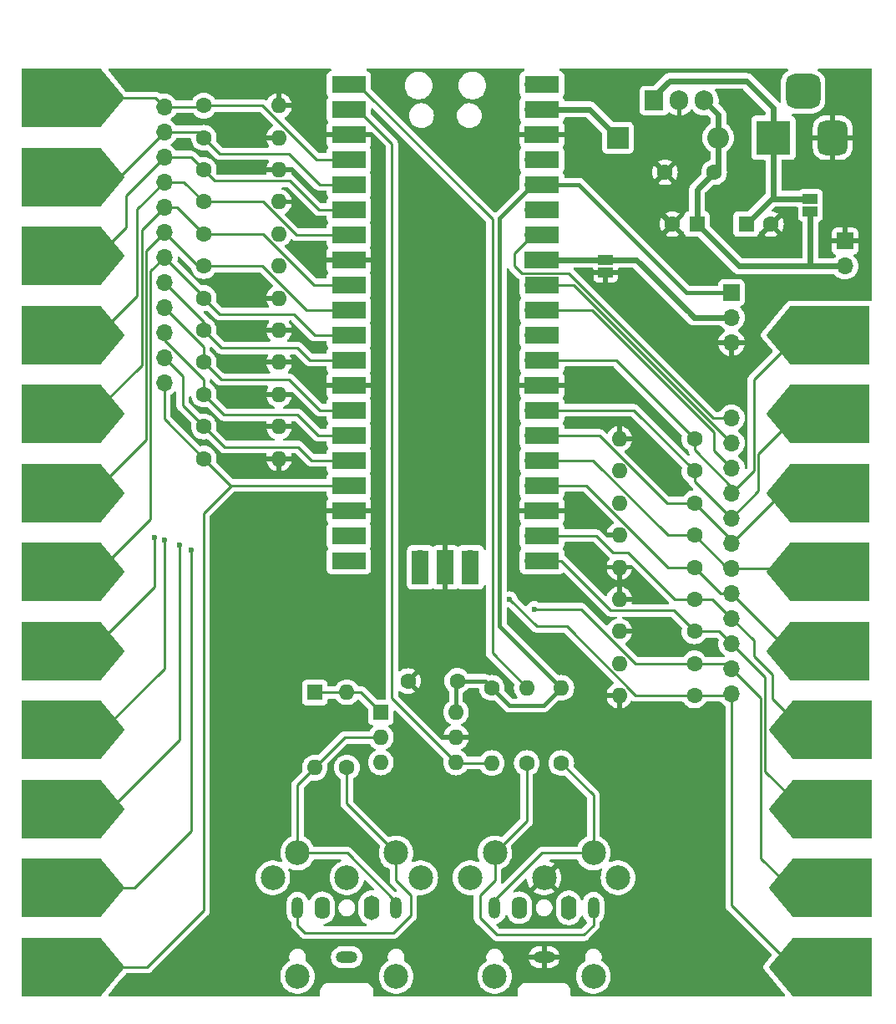
<source format=gbr>
%TF.GenerationSoftware,KiCad,Pcbnew,8.0.7*%
%TF.CreationDate,2025-02-02T12:47:19+00:00*%
%TF.ProjectId,PicoMIDITouchBoard,5069636f-4d49-4444-9954-6f756368426f,rev?*%
%TF.SameCoordinates,Original*%
%TF.FileFunction,Copper,L1,Top*%
%TF.FilePolarity,Positive*%
%FSLAX46Y46*%
G04 Gerber Fmt 4.6, Leading zero omitted, Abs format (unit mm)*
G04 Created by KiCad (PCBNEW 8.0.7) date 2025-02-02 12:47:19*
%MOMM*%
%LPD*%
G01*
G04 APERTURE LIST*
G04 Aperture macros list*
%AMRoundRect*
0 Rectangle with rounded corners*
0 $1 Rounding radius*
0 $2 $3 $4 $5 $6 $7 $8 $9 X,Y pos of 4 corners*
0 Add a 4 corners polygon primitive as box body*
4,1,4,$2,$3,$4,$5,$6,$7,$8,$9,$2,$3,0*
0 Add four circle primitives for the rounded corners*
1,1,$1+$1,$2,$3*
1,1,$1+$1,$4,$5*
1,1,$1+$1,$6,$7*
1,1,$1+$1,$8,$9*
0 Add four rect primitives between the rounded corners*
20,1,$1+$1,$2,$3,$4,$5,0*
20,1,$1+$1,$4,$5,$6,$7,0*
20,1,$1+$1,$6,$7,$8,$9,0*
20,1,$1+$1,$8,$9,$2,$3,0*%
%AMFreePoly0*
4,1,6,3.000000,5.000000,3.000000,-3.000000,-3.000000,-3.000000,-3.000000,5.000000,0.000000,7.500000,3.000000,5.000000,3.000000,5.000000,$1*%
G04 Aperture macros list end*
%TA.AperFunction,ComponentPad*%
%ADD10C,6.000000*%
%TD*%
%TA.AperFunction,SMDPad,CuDef*%
%ADD11FreePoly0,90.000000*%
%TD*%
%TA.AperFunction,SMDPad,CuDef*%
%ADD12FreePoly0,270.000000*%
%TD*%
%TA.AperFunction,ComponentPad*%
%ADD13C,1.600000*%
%TD*%
%TA.AperFunction,ComponentPad*%
%ADD14O,1.600000X1.600000*%
%TD*%
%TA.AperFunction,ComponentPad*%
%ADD15R,1.700000X1.700000*%
%TD*%
%TA.AperFunction,ComponentPad*%
%ADD16O,1.700000X1.700000*%
%TD*%
%TA.AperFunction,WasherPad*%
%ADD17C,2.499360*%
%TD*%
%TA.AperFunction,ComponentPad*%
%ADD18C,2.499360*%
%TD*%
%TA.AperFunction,ComponentPad*%
%ADD19R,2.200000X2.200000*%
%TD*%
%TA.AperFunction,ComponentPad*%
%ADD20O,2.200000X2.200000*%
%TD*%
%TA.AperFunction,ComponentPad*%
%ADD21R,1.600000X1.600000*%
%TD*%
%TA.AperFunction,ComponentPad*%
%ADD22R,3.500000X3.500000*%
%TD*%
%TA.AperFunction,ComponentPad*%
%ADD23RoundRect,0.750000X0.750000X1.000000X-0.750000X1.000000X-0.750000X-1.000000X0.750000X-1.000000X0*%
%TD*%
%TA.AperFunction,ComponentPad*%
%ADD24RoundRect,0.875000X0.875000X0.875000X-0.875000X0.875000X-0.875000X-0.875000X0.875000X-0.875000X0*%
%TD*%
%TA.AperFunction,SMDPad,CuDef*%
%ADD25R,1.500000X1.000000*%
%TD*%
%TA.AperFunction,SMDPad,CuDef*%
%ADD26R,3.500000X1.700000*%
%TD*%
%TA.AperFunction,SMDPad,CuDef*%
%ADD27R,1.700000X3.500000*%
%TD*%
%TA.AperFunction,ComponentPad*%
%ADD28R,1.905000X2.000000*%
%TD*%
%TA.AperFunction,ComponentPad*%
%ADD29O,1.905000X2.000000*%
%TD*%
%TA.AperFunction,ComponentPad*%
%ADD30O,1.200000X2.200000*%
%TD*%
%TA.AperFunction,ComponentPad*%
%ADD31O,1.600000X2.300000*%
%TD*%
%TA.AperFunction,ComponentPad*%
%ADD32O,2.200000X1.200000*%
%TD*%
%TA.AperFunction,ComponentPad*%
%ADD33O,1.600000X2.500000*%
%TD*%
%TA.AperFunction,ViaPad*%
%ADD34C,0.600000*%
%TD*%
%TA.AperFunction,Conductor*%
%ADD35C,0.600000*%
%TD*%
%TA.AperFunction,Conductor*%
%ADD36C,0.400000*%
%TD*%
%TA.AperFunction,Conductor*%
%ADD37C,0.250000*%
%TD*%
G04 APERTURE END LIST*
D10*
%TO.P,J23,1,Pin_1*%
%TO.N,/GPIO18*%
X133500000Y-109250000D03*
D11*
X133500000Y-109250000D03*
%TD*%
D10*
%TO.P,J10,1,Pin_1*%
%TO.N,/GPIO5*%
X53500000Y-77250000D03*
D12*
X53500000Y-77250000D03*
%TD*%
D10*
%TO.P,J12,1,Pin_1*%
%TO.N,/GPIO7*%
X53500000Y-93250000D03*
D12*
X53500000Y-93250000D03*
%TD*%
D10*
%TO.P,J6,1,Pin_1*%
%TO.N,/GPIO2*%
X53500000Y-53250000D03*
D12*
X53500000Y-53250000D03*
%TD*%
D10*
%TO.P,J22,1,Pin_1*%
%TO.N,/GPIO17*%
X133750000Y-117250000D03*
D11*
X133750000Y-117250000D03*
%TD*%
D10*
%TO.P,J26,1,Pin_1*%
%TO.N,/GPIO21*%
X133500000Y-85250000D03*
D11*
X133500000Y-85250000D03*
%TD*%
D10*
%TO.P,J20,1,Pin_1*%
%TO.N,/GPIO15*%
X133750000Y-133250000D03*
D11*
X133750000Y-133250000D03*
%TD*%
D10*
%TO.P,J21,1,Pin_1*%
%TO.N,/GPIO16*%
X133750000Y-125250000D03*
D11*
X133750000Y-125250000D03*
%TD*%
D10*
%TO.P,J19,1,Pin_1*%
%TO.N,/GPIO14*%
X133750000Y-141250000D03*
D11*
X133750000Y-141250000D03*
%TD*%
D10*
%TO.P,J13,1,Pin_1*%
%TO.N,/GPIO8*%
X53500000Y-101250000D03*
D12*
X53500000Y-101250000D03*
%TD*%
D10*
%TO.P,J27,1,Pin_1*%
%TO.N,/GPIO22*%
X133500000Y-77250000D03*
D11*
X133500000Y-77250000D03*
%TD*%
D10*
%TO.P,J25,1,Pin_1*%
%TO.N,/GPIO20*%
X133500000Y-93250000D03*
D11*
X133500000Y-93250000D03*
%TD*%
D10*
%TO.P,J16,1,Pin_1*%
%TO.N,/GPIO11*%
X53500000Y-125250000D03*
D12*
X53500000Y-125250000D03*
%TD*%
D10*
%TO.P,J11,1,Pin_1*%
%TO.N,/GPIO6*%
X53500000Y-85250000D03*
D12*
X53500000Y-85250000D03*
%TD*%
D10*
%TO.P,J9,1,Pin_1*%
%TO.N,/GPIO4*%
X53500000Y-69250000D03*
D12*
X53500000Y-69250000D03*
%TD*%
D10*
%TO.P,J17,1,Pin_1*%
%TO.N,/GPIO12*%
X53500000Y-133250000D03*
D12*
X53500000Y-133250000D03*
%TD*%
D10*
%TO.P,J14,1,Pin_1*%
%TO.N,/GPIO9*%
X53500000Y-109250000D03*
D12*
X53500000Y-109250000D03*
%TD*%
D10*
%TO.P,J15,1,Pin_1*%
%TO.N,/GPIO10*%
X53500000Y-117250000D03*
D12*
X53500000Y-117250000D03*
%TD*%
D10*
%TO.P,J24,1,Pin_1*%
%TO.N,/GPIO19*%
X133500000Y-101250000D03*
D11*
X133500000Y-101250000D03*
%TD*%
D10*
%TO.P,J8,1,Pin_1*%
%TO.N,/GPIO3*%
X53500000Y-61250000D03*
D12*
X53500000Y-61250000D03*
%TD*%
D10*
%TO.P,J18,1,Pin_1*%
%TO.N,/GPIO13*%
X53500000Y-141250000D03*
D12*
X53500000Y-141250000D03*
%TD*%
D13*
%TO.P,R8,1*%
%TO.N,/GPIO5*%
X69000000Y-63750000D03*
D14*
%TO.P,R8,2*%
%TO.N,GND*%
X76620000Y-63750000D03*
%TD*%
D13*
%TO.P,R18,1*%
%TO.N,/GPIO15*%
X118750000Y-110500000D03*
D14*
%TO.P,R18,2*%
%TO.N,GND*%
X111130000Y-110500000D03*
%TD*%
D13*
%TO.P,R9,1*%
%TO.N,/GPIO6*%
X69000000Y-67000000D03*
D14*
%TO.P,R9,2*%
%TO.N,GND*%
X76620000Y-67000000D03*
%TD*%
D15*
%TO.P,J7,1,Pin_1*%
%TO.N,+3V3*%
X122500000Y-72930000D03*
D16*
%TO.P,J7,2,Pin_2*%
%TO.N,GNDA*%
X122500000Y-75470000D03*
%TO.P,J7,3,Pin_3*%
%TO.N,GND*%
X122500000Y-78010000D03*
%TD*%
D17*
%TO.P,J3,*%
%TO.N,*%
X78498740Y-142197700D03*
X88501260Y-142197700D03*
D18*
%TO.P,J3,1*%
%TO.N,unconnected-(J3-Pad1)*%
X90998080Y-132202800D03*
%TO.P,J3,2*%
%TO.N,unconnected-(J3-Pad2)*%
X83500000Y-132200260D03*
%TO.P,J3,3*%
%TO.N,unconnected-(J3-Pad3)*%
X76001920Y-132202800D03*
%TO.P,J3,4*%
%TO.N,Net-(J1-PadR)*%
X88496180Y-129700900D03*
%TO.P,J3,5*%
%TO.N,Net-(D2-A)*%
X78503820Y-129700900D03*
%TD*%
D19*
%TO.P,D1,1,K*%
%TO.N,/5V_PWR*%
X111000000Y-57250000D03*
D20*
%TO.P,D1,2,A*%
%TO.N,+5V*%
X121160000Y-57250000D03*
%TD*%
D17*
%TO.P,J4,*%
%TO.N,*%
X98498740Y-142197700D03*
X108501260Y-142197700D03*
D18*
%TO.P,J4,1*%
%TO.N,unconnected-(J4-Pad1)*%
X110998080Y-132202800D03*
%TO.P,J4,2*%
%TO.N,GND*%
X103500000Y-132200260D03*
%TO.P,J4,3*%
%TO.N,unconnected-(J4-Pad3)*%
X96001920Y-132202800D03*
%TO.P,J4,4*%
%TO.N,Net-(J2-PadR)*%
X108496180Y-129700900D03*
%TO.P,J4,5*%
%TO.N,Net-(J2-PadT)*%
X98503820Y-129700900D03*
%TD*%
D13*
%TO.P,C2,1*%
%TO.N,+3V3*%
X94700000Y-112280000D03*
%TO.P,C2,2*%
%TO.N,GND*%
X89700000Y-112280000D03*
%TD*%
D21*
%TO.P,C4,1*%
%TO.N,+5V*%
X119000000Y-66000000D03*
D13*
%TO.P,C4,2*%
%TO.N,GND*%
X116500000Y-66000000D03*
%TD*%
D22*
%TO.P,J28,1*%
%TO.N,Net-(JP2-A)*%
X126750000Y-57250000D03*
D23*
%TO.P,J28,2*%
%TO.N,GND*%
X132750000Y-57250000D03*
D24*
%TO.P,J28,3*%
%TO.N,N/C*%
X129750000Y-52550000D03*
%TD*%
D13*
%TO.P,R20,1*%
%TO.N,/GPIO17*%
X118750000Y-104000000D03*
D14*
%TO.P,R20,2*%
%TO.N,GND*%
X111130000Y-104000000D03*
%TD*%
D13*
%TO.P,R3,1*%
%TO.N,Net-(J2-PadT)*%
X101750000Y-120590000D03*
D14*
%TO.P,R3,2*%
%TO.N,/MIDI_OUT*%
X101750000Y-112970000D03*
%TD*%
D13*
%TO.P,R24,1*%
%TO.N,/GPIO21*%
X118750000Y-91000000D03*
D14*
%TO.P,R24,2*%
%TO.N,GND*%
X111130000Y-91000000D03*
%TD*%
D21*
%TO.P,D2,1,K*%
%TO.N,Net-(D2-K)*%
X80250000Y-113440000D03*
D14*
%TO.P,D2,2,A*%
%TO.N,Net-(D2-A)*%
X80250000Y-121060000D03*
%TD*%
D13*
%TO.P,R10,1*%
%TO.N,/GPIO7*%
X69000000Y-70250000D03*
D14*
%TO.P,R10,2*%
%TO.N,GND*%
X76620000Y-70250000D03*
%TD*%
D13*
%TO.P,R13,1*%
%TO.N,/GPIO10*%
X69000000Y-80000000D03*
D14*
%TO.P,R13,2*%
%TO.N,GND*%
X76620000Y-80000000D03*
%TD*%
D21*
%TO.P,C3,1*%
%TO.N,Net-(JP2-A)*%
X124000000Y-66000000D03*
D13*
%TO.P,C3,2*%
%TO.N,GND*%
X126500000Y-66000000D03*
%TD*%
%TO.P,R6,1*%
%TO.N,/GPIO3*%
X69000000Y-57250000D03*
D14*
%TO.P,R6,2*%
%TO.N,GND*%
X76620000Y-57250000D03*
%TD*%
D13*
%TO.P,R22,1*%
%TO.N,/GPIO19*%
X118750000Y-97500000D03*
D14*
%TO.P,R22,2*%
%TO.N,GND*%
X111130000Y-97500000D03*
%TD*%
D13*
%TO.P,R23,1*%
%TO.N,/GPIO20*%
X118750000Y-94250000D03*
D14*
%TO.P,R23,2*%
%TO.N,GND*%
X111130000Y-94250000D03*
%TD*%
D25*
%TO.P,JP2,1,A*%
%TO.N,Net-(JP2-A)*%
X130500000Y-63450000D03*
%TO.P,JP2,2,B*%
%TO.N,+5V*%
X130500000Y-64750000D03*
%TD*%
D15*
%TO.P,J5,1,Pin_1*%
%TO.N,GND*%
X134000000Y-67725000D03*
D16*
%TO.P,J5,2,Pin_2*%
%TO.N,+5V*%
X134000000Y-70265000D03*
%TD*%
D25*
%TO.P,JP1,1,A*%
%TO.N,GNDA*%
X109750000Y-69600000D03*
%TO.P,JP1,2,B*%
%TO.N,GND*%
X109750000Y-70900000D03*
%TD*%
D16*
%TO.P,U1,1,GPIO0*%
%TO.N,/MIDI_OUT*%
X84610000Y-51840000D03*
D26*
X83710000Y-51840000D03*
D16*
%TO.P,U1,2,GPIO1*%
%TO.N,/MIDI_IN*%
X84610000Y-54380000D03*
D26*
X83710000Y-54380000D03*
D15*
%TO.P,U1,3,GND*%
%TO.N,GND*%
X84610000Y-56920000D03*
D26*
X83710000Y-56920000D03*
D16*
%TO.P,U1,4,GPIO2*%
%TO.N,/GPIO2*%
X84610000Y-59460000D03*
D26*
X83710000Y-59460000D03*
D16*
%TO.P,U1,5,GPIO3*%
%TO.N,/GPIO3*%
X84610000Y-62000000D03*
D26*
X83710000Y-62000000D03*
D16*
%TO.P,U1,6,GPIO4*%
%TO.N,/GPIO4*%
X84610000Y-64540000D03*
D26*
X83710000Y-64540000D03*
D16*
%TO.P,U1,7,GPIO5*%
%TO.N,/GPIO5*%
X84610000Y-67080000D03*
D26*
X83710000Y-67080000D03*
D15*
%TO.P,U1,8,GND*%
%TO.N,GND*%
X84610000Y-69620000D03*
D26*
X83710000Y-69620000D03*
D16*
%TO.P,U1,9,GPIO6*%
%TO.N,/GPIO6*%
X84610000Y-72160000D03*
D26*
X83710000Y-72160000D03*
D16*
%TO.P,U1,10,GPIO7*%
%TO.N,/GPIO7*%
X84610000Y-74700000D03*
D26*
X83710000Y-74700000D03*
D16*
%TO.P,U1,11,GPIO8*%
%TO.N,/GPIO8*%
X84610000Y-77240000D03*
D26*
X83710000Y-77240000D03*
D16*
%TO.P,U1,12,GPIO9*%
%TO.N,/GPIO9*%
X84610000Y-79780000D03*
D26*
X83710000Y-79780000D03*
D15*
%TO.P,U1,13,GND*%
%TO.N,GND*%
X84610000Y-82320000D03*
D26*
X83710000Y-82320000D03*
D16*
%TO.P,U1,14,GPIO10*%
%TO.N,/GPIO10*%
X84610000Y-84860000D03*
D26*
X83710000Y-84860000D03*
D16*
%TO.P,U1,15,GPIO11*%
%TO.N,/GPIO11*%
X84610000Y-87400000D03*
D26*
X83710000Y-87400000D03*
D16*
%TO.P,U1,16,GPIO12*%
%TO.N,/GPIO12*%
X84610000Y-89940000D03*
D26*
X83710000Y-89940000D03*
D16*
%TO.P,U1,17,GPIO13*%
%TO.N,/GPIO13*%
X84610000Y-92480000D03*
D26*
X83710000Y-92480000D03*
D15*
%TO.P,U1,18,GND*%
%TO.N,GND*%
X84610000Y-95020000D03*
D26*
X83710000Y-95020000D03*
D16*
%TO.P,U1,19,GPIO14*%
%TO.N,/GPIO14*%
X84610000Y-97560000D03*
D26*
X83710000Y-97560000D03*
D16*
%TO.P,U1,20,GPIO15*%
%TO.N,/GPIO15*%
X84610000Y-100100000D03*
D26*
X83710000Y-100100000D03*
D16*
%TO.P,U1,21,GPIO16*%
%TO.N,/GPIO16*%
X102390000Y-100100000D03*
D26*
X103290000Y-100100000D03*
D16*
%TO.P,U1,22,GPIO17*%
%TO.N,/GPIO17*%
X102390000Y-97560000D03*
D26*
X103290000Y-97560000D03*
D15*
%TO.P,U1,23,GND*%
%TO.N,GND*%
X102390000Y-95020000D03*
D26*
X103290000Y-95020000D03*
D16*
%TO.P,U1,24,GPIO18*%
%TO.N,/GPIO18*%
X102390000Y-92480000D03*
D26*
X103290000Y-92480000D03*
D16*
%TO.P,U1,25,GPIO19*%
%TO.N,/GPIO19*%
X102390000Y-89940000D03*
D26*
X103290000Y-89940000D03*
D16*
%TO.P,U1,26,GPIO20*%
%TO.N,/GPIO20*%
X102390000Y-87400000D03*
D26*
X103290000Y-87400000D03*
D16*
%TO.P,U1,27,GPIO21*%
%TO.N,/GPIO21*%
X102390000Y-84860000D03*
D26*
X103290000Y-84860000D03*
D15*
%TO.P,U1,28,GND*%
%TO.N,GND*%
X102390000Y-82320000D03*
D26*
X103290000Y-82320000D03*
D16*
%TO.P,U1,29,GPIO22*%
%TO.N,/GPIO22*%
X102390000Y-79780000D03*
D26*
X103290000Y-79780000D03*
D16*
%TO.P,U1,30,RUN*%
%TO.N,unconnected-(U1-RUN-Pad30)_1*%
X102390000Y-77240000D03*
D26*
%TO.N,unconnected-(U1-RUN-Pad30)*%
X103290000Y-77240000D03*
D16*
%TO.P,U1,31,GPIO26_ADC0*%
%TO.N,/GPIO26{slash}ADC0*%
X102390000Y-74700000D03*
D26*
X103290000Y-74700000D03*
D16*
%TO.P,U1,32,GPIO27_ADC1*%
%TO.N,/GPIO27{slash}ADC1*%
X102390000Y-72160000D03*
D26*
X103290000Y-72160000D03*
D15*
%TO.P,U1,33,AGND*%
%TO.N,GNDA*%
X102390000Y-69620000D03*
D26*
X103290000Y-69620000D03*
D16*
%TO.P,U1,34,GPIO28_ADC2*%
%TO.N,/GPIO28{slash}ADC2*%
X102390000Y-67080000D03*
D26*
X103290000Y-67080000D03*
D16*
%TO.P,U1,35,ADC_VREF*%
%TO.N,unconnected-(U1-ADC_VREF-Pad35)*%
X102390000Y-64540000D03*
D26*
%TO.N,unconnected-(U1-ADC_VREF-Pad35)_1*%
X103290000Y-64540000D03*
D16*
%TO.P,U1,36,3V3*%
%TO.N,+3V3*%
X102390000Y-62000000D03*
D26*
X103290000Y-62000000D03*
D16*
%TO.P,U1,37,3V3_EN*%
%TO.N,unconnected-(U1-3V3_EN-Pad37)_1*%
X102390000Y-59460000D03*
D26*
%TO.N,unconnected-(U1-3V3_EN-Pad37)*%
X103290000Y-59460000D03*
D15*
%TO.P,U1,38,GND*%
%TO.N,GND*%
X102390000Y-56920000D03*
D26*
X103290000Y-56920000D03*
D16*
%TO.P,U1,39,VSYS*%
%TO.N,/5V_PWR*%
X102390000Y-54380000D03*
D26*
X103290000Y-54380000D03*
D16*
%TO.P,U1,40,VBUS*%
%TO.N,unconnected-(U1-VBUS-Pad40)_1*%
X102390000Y-51840000D03*
D26*
%TO.N,unconnected-(U1-VBUS-Pad40)*%
X103290000Y-51840000D03*
D16*
%TO.P,U1,41,SWCLK*%
%TO.N,unconnected-(U1-SWCLK-Pad41)_1*%
X90960000Y-99870000D03*
D27*
%TO.N,unconnected-(U1-SWCLK-Pad41)*%
X90960000Y-100770000D03*
D15*
%TO.P,U1,42,GND*%
%TO.N,GND*%
X93500000Y-99870000D03*
D27*
X93500000Y-100770000D03*
D16*
%TO.P,U1,43,SWDIO*%
%TO.N,unconnected-(U1-SWDIO-Pad43)*%
X96040000Y-99870000D03*
D27*
%TO.N,unconnected-(U1-SWDIO-Pad43)_1*%
X96040000Y-100770000D03*
%TD*%
D13*
%TO.P,R12,1*%
%TO.N,/GPIO9*%
X69000000Y-76750000D03*
D14*
%TO.P,R12,2*%
%TO.N,GND*%
X76620000Y-76750000D03*
%TD*%
D13*
%TO.P,R25,1*%
%TO.N,/GPIO22*%
X118750000Y-87750000D03*
D14*
%TO.P,R25,2*%
%TO.N,GND*%
X111130000Y-87750000D03*
%TD*%
D13*
%TO.P,R19,1*%
%TO.N,/GPIO16*%
X118750000Y-107250000D03*
D14*
%TO.P,R19,2*%
%TO.N,GND*%
X111130000Y-107250000D03*
%TD*%
D13*
%TO.P,R1,1*%
%TO.N,Net-(J1-PadR)*%
X83500000Y-121030000D03*
D14*
%TO.P,R1,2*%
%TO.N,Net-(D2-K)*%
X83500000Y-113410000D03*
%TD*%
D13*
%TO.P,R11,1*%
%TO.N,/GPIO8*%
X69000000Y-73500000D03*
D14*
%TO.P,R11,2*%
%TO.N,GND*%
X76620000Y-73500000D03*
%TD*%
D28*
%TO.P,U3,1,IN*%
%TO.N,Net-(JP2-A)*%
X114670000Y-53500000D03*
D29*
%TO.P,U3,2,GND*%
%TO.N,GND*%
X117210000Y-53500000D03*
%TO.P,U3,3,OUT*%
%TO.N,+5V*%
X119750000Y-53500000D03*
%TD*%
D16*
%TO.P,J30,1,Pin_1*%
%TO.N,/GPIO28{slash}ADC2*%
X122500000Y-85630000D03*
%TO.P,J30,2,Pin_2*%
%TO.N,/GPIO27{slash}ADC1*%
X122500000Y-88170000D03*
%TO.P,J30,3,Pin_3*%
%TO.N,/GPIO26{slash}ADC0*%
X122500000Y-90710000D03*
%TO.P,J30,4,Pin_4*%
%TO.N,/GPIO22*%
X122500000Y-93250000D03*
%TO.P,J30,5,Pin_5*%
%TO.N,/GPIO21*%
X122500000Y-95790000D03*
%TO.P,J30,6,Pin_6*%
%TO.N,/GPIO20*%
X122500000Y-98330000D03*
%TO.P,J30,7,Pin_7*%
%TO.N,/GPIO19*%
X122500000Y-100870000D03*
%TO.P,J30,8,Pin_8*%
%TO.N,/GPIO18*%
X122500000Y-103410000D03*
%TO.P,J30,9,Pin_9*%
%TO.N,/GPIO17*%
X122500000Y-105950000D03*
%TO.P,J30,10,Pin_10*%
%TO.N,/GPIO16*%
X122500000Y-108490000D03*
%TO.P,J30,11,Pin_11*%
%TO.N,/GPIO15*%
X122500000Y-111030000D03*
%TO.P,J30,12,Pin_12*%
%TO.N,/GPIO14*%
X122500000Y-113570000D03*
%TD*%
D13*
%TO.P,R5,1*%
%TO.N,/GPIO2*%
X69000000Y-54000000D03*
D14*
%TO.P,R5,2*%
%TO.N,GND*%
X76620000Y-54000000D03*
%TD*%
D21*
%TO.P,U2,1*%
%TO.N,Net-(D2-K)*%
X86950000Y-115450000D03*
D14*
%TO.P,U2,2*%
%TO.N,Net-(D2-A)*%
X86950000Y-117990000D03*
%TO.P,U2,3*%
%TO.N,unconnected-(U2-Pad3)*%
X86950000Y-120530000D03*
%TO.P,U2,4*%
%TO.N,/MIDI_IN*%
X94570000Y-120530000D03*
%TO.P,U2,5*%
%TO.N,GND*%
X94570000Y-117990000D03*
%TO.P,U2,6*%
%TO.N,+3V3*%
X94570000Y-115450000D03*
%TD*%
D16*
%TO.P,J29,1,Pin_1*%
%TO.N,/GPIO2*%
X65000000Y-54130000D03*
%TO.P,J29,2,Pin_2*%
%TO.N,/GPIO3*%
X65000000Y-56670000D03*
%TO.P,J29,3,Pin_3*%
%TO.N,/GPIO4*%
X65000000Y-59210000D03*
%TO.P,J29,4,Pin_4*%
%TO.N,/GPIO5*%
X65000000Y-61750000D03*
%TO.P,J29,5,Pin_5*%
%TO.N,/GPIO6*%
X65000000Y-64290000D03*
%TO.P,J29,6,Pin_6*%
%TO.N,/GPIO7*%
X65000000Y-66830000D03*
%TO.P,J29,7,Pin_7*%
%TO.N,/GPIO8*%
X65000000Y-69370000D03*
%TO.P,J29,8,Pin_8*%
%TO.N,/GPIO9*%
X65000000Y-71910000D03*
%TO.P,J29,9,Pin_9*%
%TO.N,/GPIO10*%
X65000000Y-74450000D03*
%TO.P,J29,10,Pin_10*%
%TO.N,/GPIO11*%
X65000000Y-76990000D03*
%TO.P,J29,11,Pin_11*%
%TO.N,/GPIO12*%
X65000000Y-79530000D03*
%TO.P,J29,12,Pin_12*%
%TO.N,/GPIO13*%
X65000000Y-82070000D03*
%TD*%
D13*
%TO.P,R4,1*%
%TO.N,+3V3*%
X98200000Y-112970000D03*
D14*
%TO.P,R4,2*%
%TO.N,/MIDI_IN*%
X98200000Y-120590000D03*
%TD*%
D13*
%TO.P,R16,1*%
%TO.N,/GPIO13*%
X69000000Y-89750000D03*
D14*
%TO.P,R16,2*%
%TO.N,GND*%
X76620000Y-89750000D03*
%TD*%
D30*
%TO.P,J1,R*%
%TO.N,Net-(J1-PadR)*%
X78500000Y-135250000D03*
D31*
%TO.P,J1,RN*%
%TO.N,N/C*%
X81000000Y-135250000D03*
D32*
%TO.P,J1,S*%
%TO.N,unconnected-(J1-PadS)*%
X83500000Y-140250000D03*
D30*
%TO.P,J1,T*%
%TO.N,Net-(D2-A)*%
X88500000Y-135250000D03*
D33*
%TO.P,J1,TN*%
%TO.N,N/C*%
X86000000Y-135250000D03*
%TD*%
D30*
%TO.P,J2,R*%
%TO.N,Net-(J2-PadR)*%
X98500000Y-135250000D03*
D31*
%TO.P,J2,RN*%
%TO.N,N/C*%
X101000000Y-135250000D03*
D32*
%TO.P,J2,S*%
%TO.N,GND*%
X103500000Y-140250000D03*
D30*
%TO.P,J2,T*%
%TO.N,Net-(J2-PadT)*%
X108500000Y-135250000D03*
D33*
%TO.P,J2,TN*%
%TO.N,N/C*%
X106000000Y-135250000D03*
%TD*%
D13*
%TO.P,R21,1*%
%TO.N,/GPIO18*%
X118750000Y-100750000D03*
D14*
%TO.P,R21,2*%
%TO.N,GND*%
X111130000Y-100750000D03*
%TD*%
D13*
%TO.P,R15,1*%
%TO.N,/GPIO12*%
X69000000Y-86500000D03*
D14*
%TO.P,R15,2*%
%TO.N,GND*%
X76620000Y-86500000D03*
%TD*%
D13*
%TO.P,R17,1*%
%TO.N,/GPIO14*%
X118750000Y-113750000D03*
D14*
%TO.P,R17,2*%
%TO.N,GND*%
X111130000Y-113750000D03*
%TD*%
D13*
%TO.P,R7,1*%
%TO.N,/GPIO4*%
X69000000Y-60500000D03*
D14*
%TO.P,R7,2*%
%TO.N,GND*%
X76620000Y-60500000D03*
%TD*%
D13*
%TO.P,C5,1*%
%TO.N,+5V*%
X120750000Y-60750000D03*
%TO.P,C5,2*%
%TO.N,GND*%
X115750000Y-60750000D03*
%TD*%
%TO.P,R2,1*%
%TO.N,Net-(J2-PadR)*%
X105250000Y-120590000D03*
D14*
%TO.P,R2,2*%
%TO.N,+3V3*%
X105250000Y-112970000D03*
%TD*%
D13*
%TO.P,R14,1*%
%TO.N,/GPIO11*%
X69000000Y-83250000D03*
D14*
%TO.P,R14,2*%
%TO.N,GND*%
X76620000Y-83250000D03*
%TD*%
D34*
%TO.N,/GPIO11*%
X66500000Y-98500000D03*
%TO.N,/GPIO15*%
X102500000Y-105000000D03*
%TO.N,/GPIO12*%
X67750000Y-99000000D03*
%TO.N,/GPIO9*%
X64000000Y-97750000D03*
%TO.N,/GPIO10*%
X65000000Y-98000000D03*
%TO.N,/GPIO14*%
X100000000Y-104000000D03*
%TD*%
D35*
%TO.N,/5V_PWR*%
X102390000Y-54380000D02*
X108130000Y-54380000D01*
X108130000Y-54380000D02*
X111000000Y-57250000D01*
D36*
%TO.N,+3V3*%
X98200000Y-112970000D02*
X99980000Y-114750000D01*
X117875000Y-72875000D02*
X107000000Y-62000000D01*
X94570000Y-112410000D02*
X94700000Y-112280000D01*
X102390000Y-62000000D02*
X99000000Y-65390000D01*
X117875000Y-72875000D02*
X117930000Y-72930000D01*
X97510000Y-112280000D02*
X98200000Y-112970000D01*
X94700000Y-112280000D02*
X97510000Y-112280000D01*
X103470000Y-114750000D02*
X105250000Y-112970000D01*
X99000000Y-65390000D02*
X99000000Y-106720000D01*
X99000000Y-106720000D02*
X105250000Y-112970000D01*
X99980000Y-114750000D02*
X103470000Y-114750000D01*
X117930000Y-72930000D02*
X122500000Y-72930000D01*
X107000000Y-62000000D02*
X102390000Y-62000000D01*
X94570000Y-115450000D02*
X94570000Y-112410000D01*
D37*
%TO.N,Net-(D2-A)*%
X78503820Y-129700900D02*
X78503820Y-122806180D01*
X83320000Y-117990000D02*
X80250000Y-121060000D01*
X86950000Y-117990000D02*
X83320000Y-117990000D01*
X83550900Y-129700900D02*
X88500000Y-134650000D01*
X78503820Y-129700900D02*
X83550900Y-129700900D01*
X88500000Y-134650000D02*
X88500000Y-135000000D01*
X78503820Y-122806180D02*
X80250000Y-121060000D01*
%TO.N,Net-(D2-K)*%
X80250000Y-113440000D02*
X83470000Y-113440000D01*
X83470000Y-113440000D02*
X83500000Y-113410000D01*
X84910000Y-113410000D02*
X86950000Y-115450000D01*
X83500000Y-113410000D02*
X84910000Y-113410000D01*
%TO.N,Net-(J1-PadR)*%
X78500000Y-137000000D02*
X78500000Y-135250000D01*
X88250000Y-137750000D02*
X79250000Y-137750000D01*
X79250000Y-137750000D02*
X78500000Y-137000000D01*
X88496180Y-132496180D02*
X90000000Y-134000000D01*
X83500000Y-121030000D02*
X83500000Y-124704720D01*
X88496180Y-129700900D02*
X88496180Y-132496180D01*
X83500000Y-124704720D02*
X88496180Y-129700900D01*
X89250000Y-136750000D02*
X88250000Y-137750000D01*
X90000000Y-134000000D02*
X90000000Y-136000000D01*
X89250000Y-136750000D02*
X88750000Y-137250000D01*
X90000000Y-136000000D02*
X89250000Y-136750000D01*
%TO.N,Net-(J2-PadT)*%
X101750000Y-126454720D02*
X101750000Y-120590000D01*
X98503820Y-129700900D02*
X98503820Y-132496180D01*
X97000000Y-134000000D02*
X97000000Y-136250000D01*
X98503820Y-129700900D02*
X101750000Y-126454720D01*
X98503820Y-132496180D02*
X97000000Y-134000000D01*
X108500000Y-137000000D02*
X108500000Y-135250000D01*
X97375000Y-136625000D02*
X98750000Y-138000000D01*
X97375000Y-136625000D02*
X97750000Y-137000000D01*
X107500000Y-138000000D02*
X108500000Y-137000000D01*
X97000000Y-136250000D02*
X97375000Y-136625000D01*
X98750000Y-138000000D02*
X107500000Y-138000000D01*
%TO.N,Net-(J2-PadR)*%
X108496180Y-129700900D02*
X108496180Y-123836180D01*
X98500000Y-134500000D02*
X98500000Y-135000000D01*
X108496180Y-123836180D02*
X105250000Y-120590000D01*
X108496180Y-129700900D02*
X103299100Y-129700900D01*
X103299100Y-129700900D02*
X98500000Y-134500000D01*
%TO.N,/GPIO2*%
X74960991Y-54000000D02*
X80420991Y-59460000D01*
X80420991Y-59460000D02*
X84610000Y-59460000D01*
X53500000Y-53250000D02*
X64120000Y-53250000D01*
X64120000Y-53250000D02*
X65000000Y-54130000D01*
X68750000Y-54000000D02*
X68620000Y-54130000D01*
X69000000Y-54000000D02*
X68750000Y-54000000D01*
X69000000Y-54000000D02*
X74960991Y-54000000D01*
X68620000Y-54130000D02*
X65000000Y-54130000D01*
%TO.N,/GPIO3*%
X77625000Y-58875000D02*
X80750000Y-62000000D01*
X70625000Y-58875000D02*
X77625000Y-58875000D01*
X53500000Y-61250000D02*
X60420000Y-61250000D01*
X69000000Y-57250000D02*
X70625000Y-58875000D01*
X65000000Y-56670000D02*
X68420000Y-56670000D01*
X60420000Y-61250000D02*
X65000000Y-56670000D01*
X68420000Y-56670000D02*
X69000000Y-57250000D01*
X80750000Y-62000000D02*
X84610000Y-62000000D01*
%TO.N,/GPIO4*%
X65000000Y-59210000D02*
X67710000Y-59210000D01*
X77750000Y-61625000D02*
X80665000Y-64540000D01*
X80665000Y-64540000D02*
X84610000Y-64540000D01*
X53500000Y-69250000D02*
X58250000Y-69250000D01*
X61125000Y-63085000D02*
X65000000Y-59210000D01*
X70125000Y-61625000D02*
X77750000Y-61625000D01*
X61125000Y-66375000D02*
X61125000Y-63085000D01*
X58250000Y-69250000D02*
X61125000Y-66375000D01*
X69000000Y-60500000D02*
X70125000Y-61625000D01*
X67710000Y-59210000D02*
X69000000Y-60500000D01*
%TO.N,/GPIO5*%
X58250000Y-77250000D02*
X62250000Y-73250000D01*
X75029009Y-63750000D02*
X78359009Y-67080000D01*
X62250000Y-64500000D02*
X65000000Y-61750000D01*
X53500000Y-77250000D02*
X58250000Y-77250000D01*
X67000000Y-61750000D02*
X69000000Y-63750000D01*
X62250000Y-73250000D02*
X62250000Y-64500000D01*
X65000000Y-61750000D02*
X67000000Y-61750000D01*
X78359009Y-67080000D02*
X84610000Y-67080000D01*
X69000000Y-63750000D02*
X75029009Y-63750000D01*
D35*
%TO.N,GNDA*%
X118720000Y-75470000D02*
X122500000Y-75470000D01*
X109750000Y-69600000D02*
X112850000Y-69600000D01*
X118250000Y-75000000D02*
X118720000Y-75470000D01*
X102390000Y-69620000D02*
X105370000Y-69620000D01*
X105370000Y-69620000D02*
X105390000Y-69600000D01*
X105390000Y-69600000D02*
X109750000Y-69600000D01*
X112850000Y-69600000D02*
X118250000Y-75000000D01*
D37*
%TO.N,/MIDI_OUT*%
X98250000Y-65480000D02*
X98250000Y-109470000D01*
X98250000Y-109470000D02*
X101750000Y-112970000D01*
X84610000Y-51840000D02*
X98250000Y-65480000D01*
%TO.N,/MIDI_IN*%
X88075000Y-114035000D02*
X94570000Y-120530000D01*
X88075000Y-57845000D02*
X88075000Y-114035000D01*
X94630000Y-120590000D02*
X94570000Y-120530000D01*
X98200000Y-120590000D02*
X94630000Y-120590000D01*
X84610000Y-54380000D02*
X88075000Y-57845000D01*
%TO.N,/GPIO8*%
X65000000Y-69370000D02*
X63600000Y-70770000D01*
X63600000Y-70770000D02*
X63600000Y-95900000D01*
X58250000Y-101250000D02*
X53500000Y-101250000D01*
X63600000Y-95900000D02*
X58250000Y-101250000D01*
X80240000Y-77240000D02*
X78125000Y-75125000D01*
X69000000Y-73370000D02*
X69000000Y-73500000D01*
X84610000Y-77240000D02*
X80240000Y-77240000D01*
X78125000Y-75125000D02*
X70625000Y-75125000D01*
X65000000Y-69370000D02*
X69000000Y-73370000D01*
X70625000Y-75125000D02*
X69000000Y-73500000D01*
%TO.N,/GPIO13*%
X71750000Y-92500000D02*
X69000000Y-95250000D01*
X71750000Y-92480000D02*
X71750000Y-92500000D01*
X69000000Y-135500000D02*
X63250000Y-141250000D01*
X71730000Y-92480000D02*
X71750000Y-92480000D01*
X65000000Y-82070000D02*
X65000000Y-85750000D01*
X71750000Y-92480000D02*
X84610000Y-92480000D01*
X65000000Y-85750000D02*
X69000000Y-89750000D01*
X63250000Y-141250000D02*
X53500000Y-141250000D01*
X69000000Y-135500000D02*
X69000000Y-95250000D01*
X69000000Y-89750000D02*
X71730000Y-92480000D01*
%TO.N,/GPIO11*%
X69000000Y-81750000D02*
X69000000Y-83250000D01*
X65000000Y-77750000D02*
X69000000Y-81750000D01*
X80590000Y-87400000D02*
X84610000Y-87400000D01*
X78500000Y-85310000D02*
X80590000Y-87400000D01*
X69000000Y-83250000D02*
X71060000Y-85310000D01*
X71060000Y-85310000D02*
X78500000Y-85310000D01*
X66500000Y-102750000D02*
X66500000Y-98500000D01*
X53966661Y-125250000D02*
X54716661Y-124500000D01*
X65000000Y-76990000D02*
X65000000Y-77750000D01*
X54716661Y-124500000D02*
X60250000Y-124500000D01*
X53500000Y-125250000D02*
X53966661Y-125250000D01*
X60250000Y-124500000D02*
X66500000Y-118250000D01*
X66500000Y-118250000D02*
X66500000Y-102750000D01*
%TO.N,/GPIO15*%
X121970000Y-110500000D02*
X122500000Y-111030000D01*
X125470021Y-130220021D02*
X125470021Y-114000021D01*
X107289009Y-105000000D02*
X102500000Y-105000000D01*
X112789009Y-110500000D02*
X107289009Y-105000000D01*
X118750000Y-110500000D02*
X112789009Y-110500000D01*
X133750000Y-133250000D02*
X128500000Y-133250000D01*
X118750000Y-110500000D02*
X121970000Y-110500000D01*
X128500000Y-133250000D02*
X125470021Y-130220021D01*
X125470021Y-114000021D02*
X122500000Y-111030000D01*
%TO.N,/GPIO12*%
X71075000Y-88575000D02*
X78575000Y-88575000D01*
X66860000Y-84360000D02*
X69000000Y-86500000D01*
X78575000Y-88575000D02*
X79940000Y-89940000D01*
X79940000Y-89940000D02*
X84610000Y-89940000D01*
X67750000Y-99000000D02*
X67750000Y-127500000D01*
X65000000Y-79530000D02*
X66860000Y-81390000D01*
X62000000Y-133250000D02*
X53500000Y-133250000D01*
X69000000Y-86500000D02*
X71075000Y-88575000D01*
X67750000Y-127500000D02*
X62000000Y-133250000D01*
X66860000Y-81390000D02*
X66860000Y-84360000D01*
%TO.N,/GPIO22*%
X110780000Y-79780000D02*
X118750000Y-87750000D01*
X118750000Y-88881370D02*
X122500000Y-92631370D01*
X124750000Y-91000000D02*
X124750000Y-81757360D01*
X124750000Y-81757360D02*
X129257360Y-77250000D01*
X122500000Y-93250000D02*
X124750000Y-91000000D01*
X102390000Y-79780000D02*
X110780000Y-79780000D01*
X122500000Y-92631370D02*
X122500000Y-93250000D01*
X118750000Y-87750000D02*
X118750000Y-88881370D01*
X129257360Y-77250000D02*
X133500000Y-77250000D01*
%TO.N,/GPIO19*%
X122120000Y-100870000D02*
X122500000Y-100870000D01*
X102390000Y-89940000D02*
X108479009Y-89940000D01*
X116039009Y-97500000D02*
X118750000Y-97500000D01*
X108479009Y-89940000D02*
X116039009Y-97500000D01*
X122500000Y-100870000D02*
X133120000Y-100870000D01*
X118750000Y-97500000D02*
X122120000Y-100870000D01*
X133120000Y-100870000D02*
X133500000Y-101250000D01*
%TO.N,/GPIO20*%
X115970991Y-94250000D02*
X118750000Y-94250000D01*
X122500000Y-98000000D02*
X122500000Y-98330000D01*
X122500000Y-98330000D02*
X127580000Y-93250000D01*
X127580000Y-93250000D02*
X133500000Y-93250000D01*
X118750000Y-94250000D02*
X122500000Y-98000000D01*
X102390000Y-87400000D02*
X109120991Y-87400000D01*
X109120991Y-87400000D02*
X115970991Y-94250000D01*
%TO.N,/GPIO9*%
X57500000Y-109250000D02*
X63250000Y-103500000D01*
X64000000Y-102750000D02*
X64000000Y-97750000D01*
X63250000Y-103500000D02*
X64000000Y-102750000D01*
X84610000Y-79780000D02*
X79740991Y-79780000D01*
X65000000Y-71910000D02*
X69000000Y-75910000D01*
X69000000Y-76750000D02*
X70789009Y-78539009D01*
X53500000Y-109250000D02*
X57500000Y-109250000D01*
X69000000Y-75910000D02*
X69000000Y-76750000D01*
X79740991Y-79780000D02*
X78500000Y-78539009D01*
X70789009Y-78539009D02*
X78500000Y-78539009D01*
%TO.N,/GPIO18*%
X116039009Y-100750000D02*
X118750000Y-100750000D01*
X107769009Y-92480000D02*
X116039009Y-100750000D01*
X118750000Y-100750000D02*
X121410000Y-103410000D01*
X121410000Y-103410000D02*
X122500000Y-103410000D01*
X122500000Y-103410000D02*
X128340000Y-109250000D01*
X102390000Y-92480000D02*
X107769009Y-92480000D01*
X128340000Y-109250000D02*
X133500000Y-109250000D01*
%TO.N,/GPIO6*%
X80160000Y-72160000D02*
X84610000Y-72160000D01*
X69000000Y-67000000D02*
X75000000Y-67000000D01*
X57750000Y-85250000D02*
X53500000Y-85250000D01*
X66290000Y-64290000D02*
X69000000Y-67000000D01*
X62700000Y-66590000D02*
X62700000Y-80300000D01*
X75000000Y-67000000D02*
X80160000Y-72160000D01*
X65000000Y-64290000D02*
X66290000Y-64290000D01*
X62700000Y-80300000D02*
X57750000Y-85250000D01*
X65000000Y-64290000D02*
X62700000Y-66590000D01*
%TO.N,/GPIO10*%
X69000000Y-80000000D02*
X70750000Y-81750000D01*
X70750000Y-81750000D02*
X77640000Y-81750000D01*
X65000000Y-111000000D02*
X65000000Y-103500000D01*
X65000000Y-103500000D02*
X65000000Y-98000000D01*
X58750000Y-117250000D02*
X65000000Y-111000000D01*
X77640000Y-81750000D02*
X80750000Y-84860000D01*
X65000000Y-74450000D02*
X69000000Y-78450000D01*
X69000000Y-78450000D02*
X69000000Y-80000000D01*
X53500000Y-117250000D02*
X58750000Y-117250000D01*
X80750000Y-84860000D02*
X84610000Y-84860000D01*
%TO.N,/GPIO17*%
X116750000Y-104000000D02*
X118750000Y-104000000D01*
X126625000Y-114125000D02*
X129750000Y-117250000D01*
X126625000Y-111625000D02*
X126625000Y-114125000D01*
X120550000Y-104000000D02*
X122500000Y-105950000D01*
X112000000Y-99250000D02*
X116750000Y-104000000D01*
X108810000Y-97560000D02*
X110500000Y-99250000D01*
X110500000Y-99250000D02*
X112000000Y-99250000D01*
X124750000Y-108200000D02*
X124750000Y-109750000D01*
X124750000Y-109750000D02*
X126625000Y-111625000D01*
X102390000Y-97560000D02*
X108810000Y-97560000D01*
X118750000Y-104000000D02*
X120550000Y-104000000D01*
X129750000Y-117250000D02*
X133750000Y-117250000D01*
X122500000Y-105950000D02*
X124750000Y-108200000D01*
%TO.N,/GPIO7*%
X57750000Y-93250000D02*
X53500000Y-93250000D01*
X65000000Y-66830000D02*
X68420000Y-70250000D01*
X63150000Y-68680000D02*
X63150000Y-87850000D01*
X63150000Y-87850000D02*
X57750000Y-93250000D01*
X65000000Y-66830000D02*
X63150000Y-68680000D01*
X79410991Y-74700000D02*
X84610000Y-74700000D01*
X68420000Y-70250000D02*
X69000000Y-70250000D01*
X74960991Y-70250000D02*
X79410991Y-74700000D01*
X69000000Y-70250000D02*
X74960991Y-70250000D01*
%TO.N,/GPIO16*%
X125920021Y-121420021D02*
X125920021Y-111920021D01*
X110250000Y-105125000D02*
X116625000Y-105125000D01*
X123675000Y-109665000D02*
X122500000Y-108490000D01*
X129750000Y-125250000D02*
X125920021Y-121420021D01*
X121260000Y-107250000D02*
X122500000Y-108490000D01*
X105225000Y-100100000D02*
X110250000Y-105125000D01*
X123675000Y-109675000D02*
X123675000Y-109665000D01*
X116625000Y-105125000D02*
X118750000Y-107250000D01*
X133750000Y-125250000D02*
X129750000Y-125250000D01*
X102390000Y-100100000D02*
X105225000Y-100100000D01*
X118750000Y-107250000D02*
X121260000Y-107250000D01*
X125920021Y-111920021D02*
X123675000Y-109675000D01*
%TO.N,/GPIO21*%
X112610000Y-84860000D02*
X102390000Y-84860000D01*
X122500000Y-95790000D02*
X125250000Y-93040000D01*
X118750000Y-91000000D02*
X112610000Y-84860000D01*
X118750000Y-92040000D02*
X122500000Y-95790000D01*
X125250000Y-93040000D02*
X125250000Y-89257360D01*
X118750000Y-91000000D02*
X118750000Y-92040000D01*
X125250000Y-89257360D02*
X129257360Y-85250000D01*
X129257360Y-85250000D02*
X133500000Y-85250000D01*
%TO.N,/GPIO14*%
X118750000Y-113750000D02*
X122320000Y-113750000D01*
X102750000Y-106750000D02*
X100000000Y-104000000D01*
X118750000Y-113750000D02*
X112789009Y-113750000D01*
X112789009Y-113750000D02*
X105789009Y-106750000D01*
X105789009Y-106750000D02*
X102750000Y-106750000D01*
X128750000Y-141250000D02*
X133750000Y-141250000D01*
X122500000Y-135000000D02*
X128750000Y-141250000D01*
X122500000Y-113570000D02*
X122500000Y-135000000D01*
X122320000Y-113750000D02*
X122500000Y-113570000D01*
D35*
%TO.N,+5V*%
X119000000Y-62500000D02*
X119000000Y-66000000D01*
X121160000Y-54910000D02*
X119750000Y-53500000D01*
X123265000Y-70265000D02*
X130500000Y-70265000D01*
X130500000Y-70265000D02*
X134000000Y-70265000D01*
X121160000Y-57250000D02*
X121160000Y-54910000D01*
X119000000Y-66000000D02*
X123265000Y-70265000D01*
X130500000Y-64750000D02*
X130500000Y-70265000D01*
X121160000Y-60340000D02*
X120750000Y-60750000D01*
X120750000Y-60750000D02*
X119000000Y-62500000D01*
X121160000Y-57250000D02*
X121160000Y-60340000D01*
D37*
%TO.N,/GPIO27{slash}ADC1*%
X102390000Y-72160000D02*
X106490000Y-72160000D01*
X106490000Y-72160000D02*
X122500000Y-88170000D01*
%TO.N,/GPIO26{slash}ADC0*%
X120750000Y-87056396D02*
X120750000Y-88960000D01*
X102390000Y-74700000D02*
X108393604Y-74700000D01*
X120750000Y-88960000D02*
X122500000Y-90710000D01*
X108393604Y-74700000D02*
X120750000Y-87056396D01*
%TO.N,/GPIO28{slash}ADC2*%
X100500000Y-68970000D02*
X100500000Y-70250000D01*
X105985000Y-70985000D02*
X120630000Y-85630000D01*
X120630000Y-85630000D02*
X122500000Y-85630000D01*
X100500000Y-70250000D02*
X101235000Y-70985000D01*
X101235000Y-70985000D02*
X105985000Y-70985000D01*
X102390000Y-67080000D02*
X100500000Y-68970000D01*
D35*
%TO.N,Net-(JP2-A)*%
X126550000Y-63450000D02*
X124000000Y-66000000D01*
X130200000Y-63450000D02*
X130500000Y-63450000D01*
X126750000Y-54250000D02*
X126750000Y-57250000D01*
X126750000Y-63250000D02*
X126750000Y-57250000D01*
X114670000Y-53500000D02*
X114670000Y-53080000D01*
X130500000Y-63450000D02*
X126550000Y-63450000D01*
X124000000Y-51500000D02*
X126750000Y-54250000D01*
X114670000Y-53080000D02*
X116250000Y-51500000D01*
X116250000Y-51500000D02*
X124000000Y-51500000D01*
X126750000Y-57250000D02*
X126750000Y-60000000D01*
X126550000Y-63450000D02*
X126750000Y-63250000D01*
%TD*%
%TA.AperFunction,Conductor*%
%TO.N,GND*%
G36*
X86031087Y-56689685D02*
G01*
X86051729Y-56706319D01*
X87413181Y-58067771D01*
X87446666Y-58129094D01*
X87449500Y-58155452D01*
X87449500Y-114025500D01*
X87429815Y-114092539D01*
X87377011Y-114138294D01*
X87325500Y-114149500D01*
X86585453Y-114149500D01*
X86518414Y-114129815D01*
X86497772Y-114113181D01*
X85402928Y-113018338D01*
X85402925Y-113018334D01*
X85402925Y-113018335D01*
X85395858Y-113011268D01*
X85395858Y-113011267D01*
X85308733Y-112924142D01*
X85244629Y-112881309D01*
X85244630Y-112881309D01*
X85244628Y-112881307D01*
X85206290Y-112855690D01*
X85206286Y-112855688D01*
X85125792Y-112822347D01*
X85092452Y-112808537D01*
X85092448Y-112808536D01*
X85092444Y-112808535D01*
X85013640Y-112792860D01*
X85013639Y-112792860D01*
X84971611Y-112784500D01*
X84971607Y-112784500D01*
X84971606Y-112784500D01*
X84714188Y-112784500D01*
X84647149Y-112764815D01*
X84612613Y-112731623D01*
X84500045Y-112570858D01*
X84339141Y-112409954D01*
X84152734Y-112279432D01*
X84152732Y-112279431D01*
X83946497Y-112183261D01*
X83946488Y-112183258D01*
X83726697Y-112124366D01*
X83726693Y-112124365D01*
X83726692Y-112124365D01*
X83726691Y-112124364D01*
X83726686Y-112124364D01*
X83500002Y-112104532D01*
X83499998Y-112104532D01*
X83273313Y-112124364D01*
X83273302Y-112124366D01*
X83053511Y-112183258D01*
X83053502Y-112183261D01*
X82847267Y-112279431D01*
X82847265Y-112279432D01*
X82660858Y-112409954D01*
X82499954Y-112570858D01*
X82430599Y-112669909D01*
X82369432Y-112757266D01*
X82369430Y-112757269D01*
X82366382Y-112761623D01*
X82311806Y-112805248D01*
X82264807Y-112814500D01*
X81674499Y-112814500D01*
X81607460Y-112794815D01*
X81561705Y-112742011D01*
X81550499Y-112690500D01*
X81550499Y-112592129D01*
X81550498Y-112592123D01*
X81550497Y-112592116D01*
X81544091Y-112532517D01*
X81543630Y-112531282D01*
X81493797Y-112397671D01*
X81493793Y-112397664D01*
X81407547Y-112282455D01*
X81407544Y-112282452D01*
X81292335Y-112196206D01*
X81292328Y-112196202D01*
X81157482Y-112145908D01*
X81157483Y-112145908D01*
X81097883Y-112139501D01*
X81097881Y-112139500D01*
X81097873Y-112139500D01*
X81097864Y-112139500D01*
X79402129Y-112139500D01*
X79402123Y-112139501D01*
X79342516Y-112145908D01*
X79207671Y-112196202D01*
X79207664Y-112196206D01*
X79092455Y-112282452D01*
X79092452Y-112282455D01*
X79006206Y-112397664D01*
X79006202Y-112397671D01*
X78955908Y-112532517D01*
X78950028Y-112587215D01*
X78949501Y-112592123D01*
X78949500Y-112592135D01*
X78949500Y-114287870D01*
X78949501Y-114287876D01*
X78955908Y-114347483D01*
X79006202Y-114482328D01*
X79006206Y-114482335D01*
X79092452Y-114597544D01*
X79092455Y-114597547D01*
X79207664Y-114683793D01*
X79207671Y-114683797D01*
X79342517Y-114734091D01*
X79342516Y-114734091D01*
X79349444Y-114734835D01*
X79402127Y-114740500D01*
X81097872Y-114740499D01*
X81157483Y-114734091D01*
X81292331Y-114683796D01*
X81407546Y-114597546D01*
X81493796Y-114482331D01*
X81544091Y-114347483D01*
X81550500Y-114287873D01*
X81550500Y-114189500D01*
X81570185Y-114122461D01*
X81622989Y-114076706D01*
X81674500Y-114065500D01*
X82306818Y-114065500D01*
X82373857Y-114085185D01*
X82408393Y-114118377D01*
X82499954Y-114249141D01*
X82660858Y-114410045D01*
X82660861Y-114410047D01*
X82847266Y-114540568D01*
X83053504Y-114636739D01*
X83273308Y-114695635D01*
X83435230Y-114709801D01*
X83499998Y-114715468D01*
X83500000Y-114715468D01*
X83500002Y-114715468D01*
X83556673Y-114710509D01*
X83726692Y-114695635D01*
X83946496Y-114636739D01*
X84152734Y-114540568D01*
X84339139Y-114410047D01*
X84500047Y-114249139D01*
X84565400Y-114155803D01*
X84619976Y-114112179D01*
X84689474Y-114104985D01*
X84751829Y-114136507D01*
X84754656Y-114139246D01*
X85613181Y-114997771D01*
X85646666Y-115059094D01*
X85649500Y-115085452D01*
X85649500Y-116297870D01*
X85649501Y-116297876D01*
X85655908Y-116357483D01*
X85706202Y-116492328D01*
X85706206Y-116492335D01*
X85792452Y-116607544D01*
X85792455Y-116607547D01*
X85907664Y-116693793D01*
X85907671Y-116693797D01*
X85952618Y-116710561D01*
X86042517Y-116744091D01*
X86077596Y-116747862D01*
X86142144Y-116774599D01*
X86181993Y-116831991D01*
X86184488Y-116901816D01*
X86148836Y-116961905D01*
X86135464Y-116972725D01*
X86110858Y-116989954D01*
X85949954Y-117150858D01*
X85837387Y-117311623D01*
X85782811Y-117355248D01*
X85735812Y-117364500D01*
X83387741Y-117364500D01*
X83387721Y-117364499D01*
X83381607Y-117364499D01*
X83258394Y-117364499D01*
X83157597Y-117384548D01*
X83157592Y-117384548D01*
X83137549Y-117388536D01*
X83137547Y-117388536D01*
X83090397Y-117408067D01*
X83023719Y-117435685D01*
X83023717Y-117435686D01*
X82921266Y-117504141D01*
X80664821Y-119760586D01*
X80603498Y-119794071D01*
X80545048Y-119792680D01*
X80476697Y-119774366D01*
X80476693Y-119774365D01*
X80476692Y-119774365D01*
X80363346Y-119764448D01*
X80250001Y-119754532D01*
X80249998Y-119754532D01*
X80023313Y-119774364D01*
X80023302Y-119774366D01*
X79803511Y-119833258D01*
X79803502Y-119833261D01*
X79597267Y-119929431D01*
X79597265Y-119929432D01*
X79410858Y-120059954D01*
X79249954Y-120220858D01*
X79119432Y-120407265D01*
X79119431Y-120407267D01*
X79023261Y-120613502D01*
X79023258Y-120613511D01*
X78964366Y-120833302D01*
X78964364Y-120833313D01*
X78946589Y-121036488D01*
X78944532Y-121060000D01*
X78964364Y-121286686D01*
X78964365Y-121286691D01*
X78964366Y-121286697D01*
X78982680Y-121355048D01*
X78981017Y-121424897D01*
X78950586Y-121474821D01*
X78105089Y-122320320D01*
X78017964Y-122407444D01*
X78017958Y-122407452D01*
X77949512Y-122509885D01*
X77949504Y-122509899D01*
X77916167Y-122590387D01*
X77910643Y-122603723D01*
X77902357Y-122623725D01*
X77902355Y-122623733D01*
X77878320Y-122744569D01*
X77878320Y-127981656D01*
X77858635Y-128048695D01*
X77808122Y-128093376D01*
X77626280Y-128180946D01*
X77409540Y-128328717D01*
X77217251Y-128507135D01*
X77217249Y-128507137D01*
X77053698Y-128712224D01*
X76922540Y-128939395D01*
X76826705Y-129183576D01*
X76768334Y-129439322D01*
X76768333Y-129439327D01*
X76748732Y-129700895D01*
X76748732Y-129700904D01*
X76768333Y-129962472D01*
X76768334Y-129962477D01*
X76826705Y-130218223D01*
X76923832Y-130465697D01*
X76930001Y-130535294D01*
X76897563Y-130597177D01*
X76836818Y-130631700D01*
X76767052Y-130627901D01*
X76754603Y-130622719D01*
X76643128Y-130569036D01*
X76643130Y-130569036D01*
X76392465Y-130491716D01*
X76392459Y-130491714D01*
X76133085Y-130452620D01*
X76133078Y-130452620D01*
X75870762Y-130452620D01*
X75870754Y-130452620D01*
X75611380Y-130491714D01*
X75611374Y-130491716D01*
X75360710Y-130569036D01*
X75124383Y-130682844D01*
X75124382Y-130682845D01*
X74907640Y-130830617D01*
X74715351Y-131009035D01*
X74715349Y-131009037D01*
X74551798Y-131214124D01*
X74420640Y-131441295D01*
X74324805Y-131685476D01*
X74266434Y-131941222D01*
X74266433Y-131941227D01*
X74246832Y-132202795D01*
X74246832Y-132202804D01*
X74266433Y-132464372D01*
X74266434Y-132464377D01*
X74324805Y-132720123D01*
X74420640Y-132964304D01*
X74420639Y-132964304D01*
X74459257Y-133031191D01*
X74551798Y-133191476D01*
X74715349Y-133396563D01*
X74907641Y-133574983D01*
X75124376Y-133722751D01*
X75124381Y-133722753D01*
X75124382Y-133722754D01*
X75124383Y-133722755D01*
X75249901Y-133783200D01*
X75360710Y-133836563D01*
X75360711Y-133836563D01*
X75360714Y-133836565D01*
X75611376Y-133913884D01*
X75611377Y-133913884D01*
X75611380Y-133913885D01*
X75870754Y-133952979D01*
X75870759Y-133952979D01*
X75870762Y-133952980D01*
X75870763Y-133952980D01*
X76133077Y-133952980D01*
X76133078Y-133952980D01*
X76134365Y-133952786D01*
X76392459Y-133913885D01*
X76392460Y-133913884D01*
X76392464Y-133913884D01*
X76643126Y-133836565D01*
X76852247Y-133735858D01*
X76879456Y-133722755D01*
X76879456Y-133722754D01*
X76879464Y-133722751D01*
X77096199Y-133574983D01*
X77288491Y-133396563D01*
X77452042Y-133191476D01*
X77583200Y-132964304D01*
X77645946Y-132804428D01*
X77679034Y-132720123D01*
X77705352Y-132604815D01*
X77737405Y-132464382D01*
X77737407Y-132464357D01*
X77757008Y-132202804D01*
X77757008Y-132202795D01*
X77737406Y-131941227D01*
X77737405Y-131941222D01*
X77737405Y-131941218D01*
X77694900Y-131754992D01*
X77679034Y-131685476D01*
X77587040Y-131451080D01*
X77583200Y-131441296D01*
X77583199Y-131441294D01*
X77581907Y-131438002D01*
X77575738Y-131368406D01*
X77608176Y-131306522D01*
X77668921Y-131271999D01*
X77738687Y-131275798D01*
X77751126Y-131280975D01*
X77862614Y-131334665D01*
X78113276Y-131411984D01*
X78113277Y-131411984D01*
X78113280Y-131411985D01*
X78372654Y-131451079D01*
X78372659Y-131451079D01*
X78372662Y-131451080D01*
X78372663Y-131451080D01*
X78634977Y-131451080D01*
X78634978Y-131451080D01*
X78634985Y-131451079D01*
X78894359Y-131411985D01*
X78894360Y-131411984D01*
X78894364Y-131411984D01*
X79145026Y-131334665D01*
X79381364Y-131220851D01*
X79598099Y-131073083D01*
X79790391Y-130894663D01*
X79953942Y-130689576D01*
X80085100Y-130462404D01*
X80107591Y-130405098D01*
X80150407Y-130349884D01*
X80216277Y-130326583D01*
X80223019Y-130326400D01*
X82815192Y-130326400D01*
X82882231Y-130346085D01*
X82927986Y-130398889D01*
X82937930Y-130468047D01*
X82908905Y-130531603D01*
X82862827Y-130564177D01*
X82862974Y-130564482D01*
X82861163Y-130565353D01*
X82860490Y-130565830D01*
X82858799Y-130566493D01*
X82858794Y-130566495D01*
X82858790Y-130566497D01*
X82622463Y-130680304D01*
X82622462Y-130680305D01*
X82405720Y-130828077D01*
X82213431Y-131006495D01*
X82213429Y-131006497D01*
X82049878Y-131211584D01*
X81918720Y-131438755D01*
X81822885Y-131682936D01*
X81764514Y-131938682D01*
X81764513Y-131938687D01*
X81744912Y-132200255D01*
X81744912Y-132200264D01*
X81764513Y-132461832D01*
X81764514Y-132461837D01*
X81764514Y-132461841D01*
X81764515Y-132461842D01*
X81765094Y-132464377D01*
X81822885Y-132717583D01*
X81918720Y-132961764D01*
X81918719Y-132961764D01*
X82001870Y-133105784D01*
X82049878Y-133188936D01*
X82213429Y-133394023D01*
X82405721Y-133572443D01*
X82622456Y-133720211D01*
X82622461Y-133720213D01*
X82622462Y-133720214D01*
X82622463Y-133720215D01*
X82762630Y-133787715D01*
X82858794Y-133834025D01*
X83109456Y-133911344D01*
X83109457Y-133911344D01*
X83109460Y-133911345D01*
X83368834Y-133950439D01*
X83368839Y-133950439D01*
X83368842Y-133950440D01*
X83368843Y-133950440D01*
X83631157Y-133950440D01*
X83631158Y-133950440D01*
X83631165Y-133950439D01*
X83890539Y-133911345D01*
X83890540Y-133911344D01*
X83890544Y-133911344D01*
X84141206Y-133834025D01*
X84356953Y-133730127D01*
X84377536Y-133720215D01*
X84377536Y-133720214D01*
X84377544Y-133720211D01*
X84594279Y-133572443D01*
X84786571Y-133394023D01*
X84950122Y-133188936D01*
X85081280Y-132961764D01*
X85143029Y-132804428D01*
X85177114Y-132717583D01*
X85202852Y-132604815D01*
X85221196Y-132524443D01*
X85255303Y-132463468D01*
X85316964Y-132430609D01*
X85386602Y-132436304D01*
X85429766Y-132464356D01*
X86263285Y-133297876D01*
X86296770Y-133359198D01*
X86291786Y-133428890D01*
X86249914Y-133484823D01*
X86184450Y-133509240D01*
X86156208Y-133508030D01*
X86150702Y-133507158D01*
X86102352Y-133499500D01*
X85897648Y-133499500D01*
X85873329Y-133503351D01*
X85695465Y-133531522D01*
X85500776Y-133594781D01*
X85318386Y-133687715D01*
X85152786Y-133808028D01*
X85008028Y-133952786D01*
X84887715Y-134118386D01*
X84794781Y-134300776D01*
X84731522Y-134495465D01*
X84699500Y-134697648D01*
X84699500Y-135802351D01*
X84731522Y-136004534D01*
X84794781Y-136199223D01*
X84887715Y-136381613D01*
X85008028Y-136547213D01*
X85152786Y-136691971D01*
X85264402Y-136773063D01*
X85318390Y-136812287D01*
X85417392Y-136862731D01*
X85470939Y-136890015D01*
X85521735Y-136937990D01*
X85538530Y-137005811D01*
X85515992Y-137071946D01*
X85461277Y-137115397D01*
X85414644Y-137124500D01*
X81263637Y-137124500D01*
X81196598Y-137104815D01*
X81150843Y-137052011D01*
X81140899Y-136982853D01*
X81169924Y-136919297D01*
X81228702Y-136881523D01*
X81244239Y-136878027D01*
X81304534Y-136868477D01*
X81322218Y-136862731D01*
X81499219Y-136805220D01*
X81681610Y-136712287D01*
X81810420Y-136618702D01*
X81847213Y-136591971D01*
X81847215Y-136591968D01*
X81847219Y-136591966D01*
X81991966Y-136447219D01*
X81991968Y-136447215D01*
X81991971Y-136447213D01*
X82044732Y-136374590D01*
X82112287Y-136281610D01*
X82205220Y-136099219D01*
X82268477Y-135904534D01*
X82300500Y-135702352D01*
X82300500Y-135166228D01*
X82649500Y-135166228D01*
X82649500Y-135333768D01*
X82682182Y-135498074D01*
X82682184Y-135498082D01*
X82746295Y-135652860D01*
X82839373Y-135792162D01*
X82957837Y-135910626D01*
X83050494Y-135972537D01*
X83097137Y-136003703D01*
X83097138Y-136003703D01*
X83097139Y-136003704D01*
X83132201Y-136018227D01*
X83251918Y-136067816D01*
X83409793Y-136099219D01*
X83416228Y-136100499D01*
X83416232Y-136100500D01*
X83416233Y-136100500D01*
X83583768Y-136100500D01*
X83583769Y-136100499D01*
X83748082Y-136067816D01*
X83902863Y-136003703D01*
X84042162Y-135910626D01*
X84160626Y-135792162D01*
X84253703Y-135652863D01*
X84317816Y-135498082D01*
X84350500Y-135333767D01*
X84350500Y-135166233D01*
X84317816Y-135001918D01*
X84253703Y-134847137D01*
X84206992Y-134777229D01*
X84160626Y-134707837D01*
X84042162Y-134589373D01*
X83902860Y-134496295D01*
X83748082Y-134432184D01*
X83748074Y-134432182D01*
X83583771Y-134399500D01*
X83583767Y-134399500D01*
X83416233Y-134399500D01*
X83416228Y-134399500D01*
X83251925Y-134432182D01*
X83251917Y-134432184D01*
X83097139Y-134496295D01*
X82957837Y-134589373D01*
X82839373Y-134707837D01*
X82746295Y-134847139D01*
X82682184Y-135001917D01*
X82682182Y-135001925D01*
X82649500Y-135166228D01*
X82300500Y-135166228D01*
X82300500Y-134797648D01*
X82268477Y-134595466D01*
X82266497Y-134589373D01*
X82231587Y-134481930D01*
X82205220Y-134400781D01*
X82205218Y-134400777D01*
X82205218Y-134400776D01*
X82154265Y-134300776D01*
X82112287Y-134218390D01*
X82079463Y-134173211D01*
X81991971Y-134052786D01*
X81847213Y-133908028D01*
X81681613Y-133787715D01*
X81681612Y-133787714D01*
X81681610Y-133787713D01*
X81610960Y-133751715D01*
X81499223Y-133694781D01*
X81304534Y-133631522D01*
X81122865Y-133602749D01*
X81102352Y-133599500D01*
X80897648Y-133599500D01*
X80877135Y-133602749D01*
X80695465Y-133631522D01*
X80500776Y-133694781D01*
X80318386Y-133787715D01*
X80152786Y-133908028D01*
X80008028Y-134052786D01*
X79887715Y-134218386D01*
X79794781Y-134400777D01*
X79787152Y-134424256D01*
X79747712Y-134481930D01*
X79683352Y-134509126D01*
X79614507Y-134497209D01*
X79563032Y-134449963D01*
X79551293Y-134424256D01*
X79519873Y-134327555D01*
X79441232Y-134173212D01*
X79339414Y-134033072D01*
X79216928Y-133910586D01*
X79076788Y-133808768D01*
X78922445Y-133730127D01*
X78757701Y-133676598D01*
X78757699Y-133676597D01*
X78757698Y-133676597D01*
X78626271Y-133655781D01*
X78586611Y-133649500D01*
X78413389Y-133649500D01*
X78373728Y-133655781D01*
X78242302Y-133676597D01*
X78077552Y-133730128D01*
X77923211Y-133808768D01*
X77847906Y-133863481D01*
X77783072Y-133910586D01*
X77783070Y-133910588D01*
X77783069Y-133910588D01*
X77660588Y-134033069D01*
X77660588Y-134033070D01*
X77660586Y-134033072D01*
X77616859Y-134093256D01*
X77558768Y-134173211D01*
X77480128Y-134327552D01*
X77426597Y-134492302D01*
X77399500Y-134663389D01*
X77399500Y-135836610D01*
X77425964Y-136003703D01*
X77426598Y-136007701D01*
X77480127Y-136172445D01*
X77558768Y-136326788D01*
X77660586Y-136466928D01*
X77660588Y-136466930D01*
X77783075Y-136589417D01*
X77823384Y-136618702D01*
X77866050Y-136674031D01*
X77874500Y-136719021D01*
X77874500Y-137061606D01*
X77897912Y-137179312D01*
X77897914Y-137179324D01*
X77898535Y-137182446D01*
X77898537Y-137182453D01*
X77945685Y-137296280D01*
X77945690Y-137296289D01*
X77979914Y-137347507D01*
X77979915Y-137347509D01*
X78014141Y-137398733D01*
X78105586Y-137490178D01*
X78105608Y-137490198D01*
X78761016Y-138145606D01*
X78761045Y-138145637D01*
X78851263Y-138235855D01*
X78851267Y-138235858D01*
X78953707Y-138304307D01*
X78953716Y-138304312D01*
X78974739Y-138313020D01*
X79067548Y-138351463D01*
X79127971Y-138363481D01*
X79188393Y-138375500D01*
X88311607Y-138375500D01*
X88372029Y-138363481D01*
X88432452Y-138351463D01*
X88432455Y-138351461D01*
X88432458Y-138351461D01*
X88465787Y-138337654D01*
X88465786Y-138337654D01*
X88465792Y-138337652D01*
X88546286Y-138304312D01*
X88613350Y-138259500D01*
X88648733Y-138235858D01*
X88735858Y-138148733D01*
X88735858Y-138148731D01*
X88746066Y-138138524D01*
X88746067Y-138138521D01*
X89735858Y-137148733D01*
X89735859Y-137148730D01*
X89742919Y-137141671D01*
X89742925Y-137141664D01*
X90398729Y-136485860D01*
X90398733Y-136485858D01*
X90485858Y-136398733D01*
X90554311Y-136296286D01*
X90601463Y-136182452D01*
X90625500Y-136061606D01*
X90625500Y-134067741D01*
X90625501Y-134067720D01*
X90625501Y-134060682D01*
X90625923Y-134059242D01*
X90626115Y-134055403D01*
X90626116Y-134055393D01*
X90627027Y-134055484D01*
X90645186Y-133993643D01*
X90697990Y-133947888D01*
X90767148Y-133937944D01*
X90767969Y-133938065D01*
X90866922Y-133952980D01*
X91129237Y-133952980D01*
X91129238Y-133952980D01*
X91130525Y-133952786D01*
X91388619Y-133913885D01*
X91388620Y-133913884D01*
X91388624Y-133913884D01*
X91639286Y-133836565D01*
X91848407Y-133735858D01*
X91875616Y-133722755D01*
X91875616Y-133722754D01*
X91875624Y-133722751D01*
X92092359Y-133574983D01*
X92284651Y-133396563D01*
X92448202Y-133191476D01*
X92579360Y-132964304D01*
X92642106Y-132804428D01*
X92675194Y-132720123D01*
X92701512Y-132604815D01*
X92733565Y-132464382D01*
X92733567Y-132464357D01*
X92753168Y-132202804D01*
X92753168Y-132202795D01*
X94246832Y-132202795D01*
X94246832Y-132202804D01*
X94266433Y-132464372D01*
X94266434Y-132464377D01*
X94324805Y-132720123D01*
X94420640Y-132964304D01*
X94420639Y-132964304D01*
X94459257Y-133031191D01*
X94551798Y-133191476D01*
X94715349Y-133396563D01*
X94907641Y-133574983D01*
X95124376Y-133722751D01*
X95124381Y-133722753D01*
X95124382Y-133722754D01*
X95124383Y-133722755D01*
X95249901Y-133783200D01*
X95360710Y-133836563D01*
X95360711Y-133836563D01*
X95360714Y-133836565D01*
X95611376Y-133913884D01*
X95611377Y-133913884D01*
X95611380Y-133913885D01*
X95870754Y-133952979D01*
X95870759Y-133952979D01*
X95870762Y-133952980D01*
X95870763Y-133952980D01*
X96133078Y-133952980D01*
X96229848Y-133938394D01*
X96232018Y-133938067D01*
X96301243Y-133947540D01*
X96354357Y-133992934D01*
X96374497Y-134059838D01*
X96374500Y-134060682D01*
X96374500Y-136311606D01*
X96398537Y-136432450D01*
X96398539Y-136432458D01*
X96404020Y-136445689D01*
X96404021Y-136445691D01*
X96445685Y-136546280D01*
X96445687Y-136546283D01*
X96445688Y-136546286D01*
X96463946Y-136573611D01*
X96470715Y-136583740D01*
X96470716Y-136583742D01*
X96514141Y-136648732D01*
X96514144Y-136648736D01*
X96605586Y-136740178D01*
X96605608Y-136740198D01*
X96889143Y-137023733D01*
X98351263Y-138485855D01*
X98351267Y-138485858D01*
X98453710Y-138554309D01*
X98453711Y-138554309D01*
X98453715Y-138554312D01*
X98520396Y-138581931D01*
X98520398Y-138581933D01*
X98567543Y-138601461D01*
X98567548Y-138601463D01*
X98587597Y-138605451D01*
X98621196Y-138612134D01*
X98688392Y-138625501D01*
X98688394Y-138625501D01*
X98817721Y-138625501D01*
X98817741Y-138625500D01*
X107561607Y-138625500D01*
X107622029Y-138613481D01*
X107682452Y-138601463D01*
X107682455Y-138601461D01*
X107682458Y-138601461D01*
X107715787Y-138587654D01*
X107715786Y-138587654D01*
X107715792Y-138587652D01*
X107796286Y-138554312D01*
X107847509Y-138520084D01*
X107898733Y-138485858D01*
X107985858Y-138398733D01*
X107985858Y-138398731D01*
X107996066Y-138388524D01*
X107996067Y-138388521D01*
X108985858Y-137398733D01*
X109054312Y-137296285D01*
X109101463Y-137182451D01*
X109102088Y-137179312D01*
X109102091Y-137179298D01*
X109115704Y-137110860D01*
X109115704Y-137110857D01*
X109125501Y-137061606D01*
X109125501Y-136938393D01*
X109125501Y-136933283D01*
X109125500Y-136933257D01*
X109125500Y-136719021D01*
X109145185Y-136651982D01*
X109176616Y-136618702D01*
X109216924Y-136589417D01*
X109216924Y-136589416D01*
X109216928Y-136589414D01*
X109339414Y-136466928D01*
X109441232Y-136326788D01*
X109519873Y-136172445D01*
X109573402Y-136007701D01*
X109600500Y-135836611D01*
X109600500Y-134663389D01*
X109573402Y-134492299D01*
X109519873Y-134327555D01*
X109441232Y-134173212D01*
X109339414Y-134033072D01*
X109216928Y-133910586D01*
X109076788Y-133808768D01*
X108922445Y-133730127D01*
X108757701Y-133676598D01*
X108757699Y-133676597D01*
X108757698Y-133676597D01*
X108626271Y-133655781D01*
X108586611Y-133649500D01*
X108413389Y-133649500D01*
X108373728Y-133655781D01*
X108242302Y-133676597D01*
X108077552Y-133730128D01*
X107923211Y-133808768D01*
X107847906Y-133863481D01*
X107783072Y-133910586D01*
X107783070Y-133910588D01*
X107783069Y-133910588D01*
X107660588Y-134033069D01*
X107660588Y-134033070D01*
X107660586Y-134033072D01*
X107616859Y-134093256D01*
X107558768Y-134173211D01*
X107480128Y-134327550D01*
X107464954Y-134374253D01*
X107425516Y-134431928D01*
X107361157Y-134459126D01*
X107292311Y-134447211D01*
X107240835Y-134399966D01*
X107229092Y-134374253D01*
X107205220Y-134300781D01*
X107112287Y-134118390D01*
X107075489Y-134067741D01*
X106991971Y-133952786D01*
X106847213Y-133808028D01*
X106681613Y-133687715D01*
X106681612Y-133687714D01*
X106681610Y-133687713D01*
X106591236Y-133641665D01*
X106499223Y-133594781D01*
X106304534Y-133531522D01*
X106129995Y-133503878D01*
X106102352Y-133499500D01*
X105897648Y-133499500D01*
X105873329Y-133503351D01*
X105695465Y-133531522D01*
X105500776Y-133594781D01*
X105318386Y-133687715D01*
X105152786Y-133808028D01*
X105008028Y-133952786D01*
X104887715Y-134118386D01*
X104794781Y-134300776D01*
X104731522Y-134495465D01*
X104699500Y-134697648D01*
X104699500Y-135802351D01*
X104731522Y-136004534D01*
X104794781Y-136199223D01*
X104887715Y-136381613D01*
X105008028Y-136547213D01*
X105152786Y-136691971D01*
X105264402Y-136773063D01*
X105318390Y-136812287D01*
X105417392Y-136862731D01*
X105500776Y-136905218D01*
X105500778Y-136905218D01*
X105500781Y-136905220D01*
X105544106Y-136919297D01*
X105695465Y-136968477D01*
X105737540Y-136975141D01*
X105897648Y-137000500D01*
X105897649Y-137000500D01*
X106102351Y-137000500D01*
X106102352Y-137000500D01*
X106304534Y-136968477D01*
X106499219Y-136905220D01*
X106681610Y-136812287D01*
X106786804Y-136735860D01*
X106847213Y-136691971D01*
X106847215Y-136691968D01*
X106847219Y-136691966D01*
X106991966Y-136547219D01*
X106991968Y-136547215D01*
X106991971Y-136547213D01*
X107050300Y-136466928D01*
X107112287Y-136381610D01*
X107205220Y-136199219D01*
X107229092Y-136125745D01*
X107268529Y-136068072D01*
X107332888Y-136040873D01*
X107401734Y-136052787D01*
X107453210Y-136100031D01*
X107464952Y-136125741D01*
X107480127Y-136172445D01*
X107558768Y-136326788D01*
X107660586Y-136466928D01*
X107660588Y-136466930D01*
X107783075Y-136589417D01*
X107806312Y-136606299D01*
X107848978Y-136661628D01*
X107854959Y-136731241D01*
X107822354Y-136793037D01*
X107821109Y-136794299D01*
X107277229Y-137338181D01*
X107215906Y-137371666D01*
X107189548Y-137374500D01*
X99060453Y-137374500D01*
X98993414Y-137354815D01*
X98972772Y-137338181D01*
X98923474Y-137288883D01*
X98671053Y-137036463D01*
X98637569Y-136975141D01*
X98642553Y-136905450D01*
X98684424Y-136849516D01*
X98739337Y-136826310D01*
X98757701Y-136823402D01*
X98922445Y-136769873D01*
X99076788Y-136691232D01*
X99216928Y-136589414D01*
X99339414Y-136466928D01*
X99441232Y-136326788D01*
X99519873Y-136172445D01*
X99551292Y-136075745D01*
X99590728Y-136018072D01*
X99655086Y-135990873D01*
X99723933Y-136002787D01*
X99775409Y-136050031D01*
X99787152Y-136075744D01*
X99794780Y-136099220D01*
X99887715Y-136281613D01*
X100008028Y-136447213D01*
X100152786Y-136591971D01*
X100289410Y-136691232D01*
X100318390Y-136712287D01*
X100431405Y-136769871D01*
X100500776Y-136805218D01*
X100500778Y-136805218D01*
X100500781Y-136805220D01*
X100605137Y-136839127D01*
X100695465Y-136868477D01*
X100748393Y-136876860D01*
X100897648Y-136900500D01*
X100897649Y-136900500D01*
X101102351Y-136900500D01*
X101102352Y-136900500D01*
X101304534Y-136868477D01*
X101499219Y-136805220D01*
X101681610Y-136712287D01*
X101810420Y-136618702D01*
X101847213Y-136591971D01*
X101847215Y-136591968D01*
X101847219Y-136591966D01*
X101991966Y-136447219D01*
X101991968Y-136447215D01*
X101991971Y-136447213D01*
X102044732Y-136374590D01*
X102112287Y-136281610D01*
X102205220Y-136099219D01*
X102268477Y-135904534D01*
X102300500Y-135702352D01*
X102300500Y-135166228D01*
X102649500Y-135166228D01*
X102649500Y-135333768D01*
X102682182Y-135498074D01*
X102682184Y-135498082D01*
X102746295Y-135652860D01*
X102839373Y-135792162D01*
X102957837Y-135910626D01*
X103050494Y-135972537D01*
X103097137Y-136003703D01*
X103097138Y-136003703D01*
X103097139Y-136003704D01*
X103132201Y-136018227D01*
X103251918Y-136067816D01*
X103409793Y-136099219D01*
X103416228Y-136100499D01*
X103416232Y-136100500D01*
X103416233Y-136100500D01*
X103583768Y-136100500D01*
X103583769Y-136100499D01*
X103748082Y-136067816D01*
X103902863Y-136003703D01*
X104042162Y-135910626D01*
X104160626Y-135792162D01*
X104253703Y-135652863D01*
X104317816Y-135498082D01*
X104350500Y-135333767D01*
X104350500Y-135166233D01*
X104317816Y-135001918D01*
X104253703Y-134847137D01*
X104206992Y-134777229D01*
X104160626Y-134707837D01*
X104042162Y-134589373D01*
X103902860Y-134496295D01*
X103748082Y-134432184D01*
X103748074Y-134432182D01*
X103583771Y-134399500D01*
X103583767Y-134399500D01*
X103416233Y-134399500D01*
X103416228Y-134399500D01*
X103251925Y-134432182D01*
X103251917Y-134432184D01*
X103097139Y-134496295D01*
X102957837Y-134589373D01*
X102839373Y-134707837D01*
X102746295Y-134847139D01*
X102682184Y-135001917D01*
X102682182Y-135001925D01*
X102649500Y-135166228D01*
X102300500Y-135166228D01*
X102300500Y-134797648D01*
X102268477Y-134595466D01*
X102266497Y-134589373D01*
X102231587Y-134481930D01*
X102205220Y-134400781D01*
X102205218Y-134400777D01*
X102205218Y-134400776D01*
X102154265Y-134300776D01*
X102112287Y-134218390D01*
X102079463Y-134173211D01*
X101991971Y-134052786D01*
X101847213Y-133908028D01*
X101681613Y-133787715D01*
X101681612Y-133787714D01*
X101681610Y-133787713D01*
X101610960Y-133751715D01*
X101499223Y-133694781D01*
X101304534Y-133631522D01*
X101122865Y-133602749D01*
X101102352Y-133599500D01*
X100897648Y-133599500D01*
X100830254Y-133610174D01*
X100695464Y-133631523D01*
X100695461Y-133631523D01*
X100531353Y-133684846D01*
X100461512Y-133686841D01*
X100401679Y-133650761D01*
X100370851Y-133588060D01*
X100378816Y-133518646D01*
X100405351Y-133479237D01*
X101550023Y-132334566D01*
X101611343Y-132301083D01*
X101681035Y-132306067D01*
X101736968Y-132347939D01*
X101761354Y-132412982D01*
X101765010Y-132461765D01*
X101823362Y-132717421D01*
X101823365Y-132717433D01*
X101919174Y-132961548D01*
X102050295Y-133188656D01*
X102098101Y-133248604D01*
X102861837Y-132484868D01*
X102880997Y-132531124D01*
X102957439Y-132645528D01*
X103054732Y-132742821D01*
X103169136Y-132819263D01*
X103215390Y-132838421D01*
X102451061Y-133602749D01*
X102622713Y-133719779D01*
X102622714Y-133719780D01*
X102858975Y-133833556D01*
X102858973Y-133833556D01*
X103109559Y-133910852D01*
X103109565Y-133910853D01*
X103368874Y-133949939D01*
X103368881Y-133949940D01*
X103631119Y-133949940D01*
X103631125Y-133949939D01*
X103890434Y-133910853D01*
X103890440Y-133910852D01*
X104141025Y-133833556D01*
X104377285Y-133719780D01*
X104377295Y-133719773D01*
X104548937Y-133602749D01*
X103784609Y-132838422D01*
X103830864Y-132819263D01*
X103945268Y-132742821D01*
X104042561Y-132645528D01*
X104119003Y-132531124D01*
X104138162Y-132484869D01*
X104901896Y-133248604D01*
X104901897Y-133248603D01*
X104949700Y-133188662D01*
X104949707Y-133188651D01*
X105080825Y-132961548D01*
X105176634Y-132717433D01*
X105176637Y-132717421D01*
X105234989Y-132461764D01*
X105254586Y-132200264D01*
X105254586Y-132200255D01*
X105234989Y-131938755D01*
X105176637Y-131683098D01*
X105176634Y-131683086D01*
X105080825Y-131438971D01*
X104949704Y-131211863D01*
X104901897Y-131151914D01*
X104138161Y-131915649D01*
X104119003Y-131869396D01*
X104042561Y-131754992D01*
X103945268Y-131657699D01*
X103830864Y-131581257D01*
X103784608Y-131562097D01*
X104548937Y-130797769D01*
X104377286Y-130680740D01*
X104377285Y-130680739D01*
X104141028Y-130566965D01*
X104138136Y-130565830D01*
X104137258Y-130565149D01*
X104136842Y-130564949D01*
X104136884Y-130564859D01*
X104082921Y-130523016D01*
X104059618Y-130457147D01*
X104075625Y-130389136D01*
X104125861Y-130340576D01*
X104183434Y-130326400D01*
X106776981Y-130326400D01*
X106844020Y-130346085D01*
X106889775Y-130398889D01*
X106892409Y-130405098D01*
X106914900Y-130462404D01*
X106914899Y-130462404D01*
X106976464Y-130569036D01*
X107046058Y-130689576D01*
X107209609Y-130894663D01*
X107401901Y-131073083D01*
X107618636Y-131220851D01*
X107618641Y-131220853D01*
X107618642Y-131220854D01*
X107618643Y-131220855D01*
X107719923Y-131269628D01*
X107854970Y-131334663D01*
X107854971Y-131334663D01*
X107854974Y-131334665D01*
X108105636Y-131411984D01*
X108105637Y-131411984D01*
X108105640Y-131411985D01*
X108365014Y-131451079D01*
X108365019Y-131451079D01*
X108365022Y-131451080D01*
X108365023Y-131451080D01*
X108627337Y-131451080D01*
X108627338Y-131451080D01*
X108627345Y-131451079D01*
X108886719Y-131411985D01*
X108886720Y-131411984D01*
X108886724Y-131411984D01*
X109137386Y-131334665D01*
X109248865Y-131280979D01*
X109317803Y-131269628D01*
X109381938Y-131297350D01*
X109420904Y-131355345D01*
X109422329Y-131425200D01*
X109418092Y-131438002D01*
X109320965Y-131685476D01*
X109262594Y-131941222D01*
X109262593Y-131941227D01*
X109242992Y-132202795D01*
X109242992Y-132202804D01*
X109262593Y-132464372D01*
X109262594Y-132464377D01*
X109320965Y-132720123D01*
X109416800Y-132964304D01*
X109416799Y-132964304D01*
X109455417Y-133031191D01*
X109547958Y-133191476D01*
X109711509Y-133396563D01*
X109903801Y-133574983D01*
X110120536Y-133722751D01*
X110120541Y-133722753D01*
X110120542Y-133722754D01*
X110120543Y-133722755D01*
X110246061Y-133783200D01*
X110356870Y-133836563D01*
X110356871Y-133836563D01*
X110356874Y-133836565D01*
X110607536Y-133913884D01*
X110607537Y-133913884D01*
X110607540Y-133913885D01*
X110866914Y-133952979D01*
X110866919Y-133952979D01*
X110866922Y-133952980D01*
X110866923Y-133952980D01*
X111129237Y-133952980D01*
X111129238Y-133952980D01*
X111130525Y-133952786D01*
X111388619Y-133913885D01*
X111388620Y-133913884D01*
X111388624Y-133913884D01*
X111639286Y-133836565D01*
X111848407Y-133735858D01*
X111875616Y-133722755D01*
X111875616Y-133722754D01*
X111875624Y-133722751D01*
X112092359Y-133574983D01*
X112284651Y-133396563D01*
X112448202Y-133191476D01*
X112579360Y-132964304D01*
X112642106Y-132804428D01*
X112675194Y-132720123D01*
X112701512Y-132604815D01*
X112733565Y-132464382D01*
X112733567Y-132464357D01*
X112753168Y-132202804D01*
X112753168Y-132202795D01*
X112733566Y-131941227D01*
X112733565Y-131941222D01*
X112733565Y-131941218D01*
X112691060Y-131754992D01*
X112675194Y-131685476D01*
X112603090Y-131501760D01*
X112579360Y-131441296D01*
X112579359Y-131441295D01*
X112579360Y-131441295D01*
X112517795Y-131334663D01*
X112448202Y-131214124D01*
X112284651Y-131009037D01*
X112092359Y-130830617D01*
X111875624Y-130682849D01*
X111875620Y-130682847D01*
X111875617Y-130682845D01*
X111875616Y-130682844D01*
X111639288Y-130569036D01*
X111639290Y-130569036D01*
X111388625Y-130491716D01*
X111388619Y-130491714D01*
X111129245Y-130452620D01*
X111129238Y-130452620D01*
X110866922Y-130452620D01*
X110866914Y-130452620D01*
X110607540Y-130491714D01*
X110607534Y-130491716D01*
X110356876Y-130569034D01*
X110356874Y-130569035D01*
X110279393Y-130606348D01*
X110245396Y-130622720D01*
X110176454Y-130634071D01*
X110112320Y-130606348D01*
X110073355Y-130548353D01*
X110071930Y-130478498D01*
X110076167Y-130465696D01*
X110077456Y-130462409D01*
X110077460Y-130462404D01*
X110173294Y-130218221D01*
X110231665Y-129962482D01*
X110231666Y-129962472D01*
X110251268Y-129700904D01*
X110251268Y-129700895D01*
X110231666Y-129439327D01*
X110231665Y-129439322D01*
X110231665Y-129439318D01*
X110198310Y-129293181D01*
X110173294Y-129183576D01*
X110110078Y-129022505D01*
X110077460Y-128939396D01*
X110077459Y-128939395D01*
X110077460Y-128939395D01*
X109994492Y-128795692D01*
X109946302Y-128712224D01*
X109782751Y-128507137D01*
X109590459Y-128328717D01*
X109373724Y-128180949D01*
X109373721Y-128180948D01*
X109373719Y-128180946D01*
X109191878Y-128093376D01*
X109140019Y-128046553D01*
X109121680Y-127981656D01*
X109121680Y-123774576D01*
X109121680Y-123774574D01*
X109097643Y-123653728D01*
X109097641Y-123653723D01*
X109078142Y-123606648D01*
X109078127Y-123606615D01*
X109078112Y-123606577D01*
X109050492Y-123539895D01*
X109034150Y-123515439D01*
X109033437Y-123514371D01*
X109033436Y-123514370D01*
X108982038Y-123437447D01*
X108982036Y-123437444D01*
X108891817Y-123347225D01*
X108891786Y-123347196D01*
X106549412Y-121004822D01*
X106515927Y-120943499D01*
X106517318Y-120885048D01*
X106535635Y-120816692D01*
X106555468Y-120590000D01*
X106554899Y-120583502D01*
X106539481Y-120407266D01*
X106535635Y-120363308D01*
X106476739Y-120143504D01*
X106380568Y-119937266D01*
X106266504Y-119774364D01*
X106250045Y-119750858D01*
X106089141Y-119589954D01*
X105902734Y-119459432D01*
X105902732Y-119459431D01*
X105696497Y-119363261D01*
X105696488Y-119363258D01*
X105476697Y-119304366D01*
X105476693Y-119304365D01*
X105476692Y-119304365D01*
X105476691Y-119304364D01*
X105476686Y-119304364D01*
X105250002Y-119284532D01*
X105249998Y-119284532D01*
X105023313Y-119304364D01*
X105023302Y-119304366D01*
X104803511Y-119363258D01*
X104803502Y-119363261D01*
X104597267Y-119459431D01*
X104597265Y-119459432D01*
X104410858Y-119589954D01*
X104249954Y-119750858D01*
X104119432Y-119937265D01*
X104119431Y-119937267D01*
X104023261Y-120143502D01*
X104023258Y-120143511D01*
X103964366Y-120363302D01*
X103964364Y-120363313D01*
X103944532Y-120589998D01*
X103944532Y-120590001D01*
X103964364Y-120816686D01*
X103964366Y-120816697D01*
X104023258Y-121036488D01*
X104023261Y-121036497D01*
X104119431Y-121242732D01*
X104119432Y-121242734D01*
X104249954Y-121429141D01*
X104410858Y-121590045D01*
X104410861Y-121590047D01*
X104597266Y-121720568D01*
X104803504Y-121816739D01*
X104803509Y-121816740D01*
X104803511Y-121816741D01*
X104853327Y-121830089D01*
X105023308Y-121875635D01*
X105180780Y-121889412D01*
X105249998Y-121895468D01*
X105250000Y-121895468D01*
X105250002Y-121895468D01*
X105319220Y-121889412D01*
X105476692Y-121875635D01*
X105545048Y-121857319D01*
X105614896Y-121858980D01*
X105664822Y-121889412D01*
X107834361Y-124058951D01*
X107867846Y-124120274D01*
X107870680Y-124146632D01*
X107870680Y-127981656D01*
X107850995Y-128048695D01*
X107800482Y-128093376D01*
X107618640Y-128180946D01*
X107401900Y-128328717D01*
X107209611Y-128507135D01*
X107209609Y-128507137D01*
X107046058Y-128712224D01*
X106914900Y-128939395D01*
X106892409Y-128996702D01*
X106849593Y-129051916D01*
X106783723Y-129075217D01*
X106776981Y-129075400D01*
X103237489Y-129075400D01*
X103177071Y-129087418D01*
X103133843Y-129096016D01*
X103116646Y-129099437D01*
X103002816Y-129146587D01*
X103002807Y-129146592D01*
X102900368Y-129215040D01*
X102856805Y-129258603D01*
X102813242Y-129302167D01*
X99310981Y-132804428D01*
X99249658Y-132837913D01*
X99179966Y-132832929D01*
X99124033Y-132791057D01*
X99099616Y-132725593D01*
X99104206Y-132684627D01*
X99104095Y-132684605D01*
X99104355Y-132683297D01*
X99104641Y-132680746D01*
X99105277Y-132678644D01*
X99105283Y-132678632D01*
X99111269Y-132648537D01*
X99129321Y-132557786D01*
X99129321Y-132434573D01*
X99129321Y-132429463D01*
X99129320Y-132429437D01*
X99129320Y-131420143D01*
X99149005Y-131353104D01*
X99199519Y-131308423D01*
X99381356Y-131220855D01*
X99381356Y-131220854D01*
X99381364Y-131220851D01*
X99598099Y-131073083D01*
X99790391Y-130894663D01*
X99953942Y-130689576D01*
X100085100Y-130462404D01*
X100156049Y-130281628D01*
X100180934Y-130218223D01*
X100197611Y-130145152D01*
X100239305Y-129962482D01*
X100239306Y-129962472D01*
X100258908Y-129700904D01*
X100258908Y-129700895D01*
X100239306Y-129439327D01*
X100239305Y-129439322D01*
X100239305Y-129439318D01*
X100180934Y-129183579D01*
X100143194Y-129087419D01*
X100133028Y-129061516D01*
X100126859Y-128991919D01*
X100159297Y-128930036D01*
X100160715Y-128928593D01*
X102148729Y-126940580D01*
X102148733Y-126940578D01*
X102235858Y-126853453D01*
X102304311Y-126751006D01*
X102304312Y-126751005D01*
X102304313Y-126751002D01*
X102304315Y-126750999D01*
X102314672Y-126725992D01*
X102351463Y-126637171D01*
X102375500Y-126516327D01*
X102375500Y-126393113D01*
X102375500Y-121804188D01*
X102395185Y-121737149D01*
X102428377Y-121702613D01*
X102545647Y-121620500D01*
X102589139Y-121590047D01*
X102750047Y-121429139D01*
X102880568Y-121242734D01*
X102976739Y-121036496D01*
X103035635Y-120816692D01*
X103055468Y-120590000D01*
X103054899Y-120583502D01*
X103039481Y-120407266D01*
X103035635Y-120363308D01*
X102976739Y-120143504D01*
X102880568Y-119937266D01*
X102766504Y-119774364D01*
X102750045Y-119750858D01*
X102589141Y-119589954D01*
X102402734Y-119459432D01*
X102402732Y-119459431D01*
X102196497Y-119363261D01*
X102196488Y-119363258D01*
X101976697Y-119304366D01*
X101976693Y-119304365D01*
X101976692Y-119304365D01*
X101976691Y-119304364D01*
X101976686Y-119304364D01*
X101750002Y-119284532D01*
X101749998Y-119284532D01*
X101523313Y-119304364D01*
X101523302Y-119304366D01*
X101303511Y-119363258D01*
X101303502Y-119363261D01*
X101097267Y-119459431D01*
X101097265Y-119459432D01*
X100910858Y-119589954D01*
X100749954Y-119750858D01*
X100619432Y-119937265D01*
X100619431Y-119937267D01*
X100523261Y-120143502D01*
X100523258Y-120143511D01*
X100464366Y-120363302D01*
X100464364Y-120363313D01*
X100444532Y-120589998D01*
X100444532Y-120590001D01*
X100464364Y-120816686D01*
X100464366Y-120816697D01*
X100523258Y-121036488D01*
X100523261Y-121036497D01*
X100619431Y-121242732D01*
X100619432Y-121242734D01*
X100749954Y-121429141D01*
X100910858Y-121590045D01*
X101071623Y-121702613D01*
X101115248Y-121757189D01*
X101124500Y-121804188D01*
X101124500Y-126144267D01*
X101104815Y-126211306D01*
X101088181Y-126231948D01*
X99279971Y-128040158D01*
X99218648Y-128073643D01*
X99148956Y-128068659D01*
X99146989Y-128067906D01*
X99145028Y-128067136D01*
X99145026Y-128067135D01*
X98904463Y-127992931D01*
X98894365Y-127989816D01*
X98894359Y-127989814D01*
X98634985Y-127950720D01*
X98634978Y-127950720D01*
X98372662Y-127950720D01*
X98372654Y-127950720D01*
X98113280Y-127989814D01*
X98113274Y-127989816D01*
X97862610Y-128067136D01*
X97626283Y-128180944D01*
X97626282Y-128180945D01*
X97409540Y-128328717D01*
X97217251Y-128507135D01*
X97217249Y-128507137D01*
X97053698Y-128712224D01*
X96922540Y-128939395D01*
X96826705Y-129183576D01*
X96768334Y-129439322D01*
X96768333Y-129439327D01*
X96748732Y-129700895D01*
X96748732Y-129700904D01*
X96768333Y-129962472D01*
X96768334Y-129962477D01*
X96826705Y-130218223D01*
X96923832Y-130465697D01*
X96930001Y-130535294D01*
X96897563Y-130597177D01*
X96836818Y-130631700D01*
X96767052Y-130627901D01*
X96754603Y-130622719D01*
X96643128Y-130569036D01*
X96643130Y-130569036D01*
X96392465Y-130491716D01*
X96392459Y-130491714D01*
X96133085Y-130452620D01*
X96133078Y-130452620D01*
X95870762Y-130452620D01*
X95870754Y-130452620D01*
X95611380Y-130491714D01*
X95611374Y-130491716D01*
X95360710Y-130569036D01*
X95124383Y-130682844D01*
X95124382Y-130682845D01*
X94907640Y-130830617D01*
X94715351Y-131009035D01*
X94715349Y-131009037D01*
X94551798Y-131214124D01*
X94420640Y-131441295D01*
X94324805Y-131685476D01*
X94266434Y-131941222D01*
X94266433Y-131941227D01*
X94246832Y-132202795D01*
X92753168Y-132202795D01*
X92733566Y-131941227D01*
X92733565Y-131941222D01*
X92733565Y-131941218D01*
X92691060Y-131754992D01*
X92675194Y-131685476D01*
X92603090Y-131501760D01*
X92579360Y-131441296D01*
X92579359Y-131441295D01*
X92579360Y-131441295D01*
X92517795Y-131334663D01*
X92448202Y-131214124D01*
X92284651Y-131009037D01*
X92092359Y-130830617D01*
X91875624Y-130682849D01*
X91875620Y-130682847D01*
X91875617Y-130682845D01*
X91875616Y-130682844D01*
X91639288Y-130569036D01*
X91639290Y-130569036D01*
X91388625Y-130491716D01*
X91388619Y-130491714D01*
X91129245Y-130452620D01*
X91129238Y-130452620D01*
X90866922Y-130452620D01*
X90866914Y-130452620D01*
X90607540Y-130491714D01*
X90607534Y-130491716D01*
X90356876Y-130569034D01*
X90356874Y-130569035D01*
X90279393Y-130606348D01*
X90245396Y-130622720D01*
X90176454Y-130634071D01*
X90112320Y-130606348D01*
X90073355Y-130548353D01*
X90071930Y-130478498D01*
X90076167Y-130465696D01*
X90077456Y-130462409D01*
X90077460Y-130462404D01*
X90173294Y-130218221D01*
X90231665Y-129962482D01*
X90231666Y-129962472D01*
X90251268Y-129700904D01*
X90251268Y-129700895D01*
X90231666Y-129439327D01*
X90231665Y-129439322D01*
X90231665Y-129439318D01*
X90198310Y-129293181D01*
X90173294Y-129183576D01*
X90110078Y-129022505D01*
X90077460Y-128939396D01*
X90077459Y-128939395D01*
X90077460Y-128939395D01*
X89994492Y-128795692D01*
X89946302Y-128712224D01*
X89782751Y-128507137D01*
X89590459Y-128328717D01*
X89373724Y-128180949D01*
X89373718Y-128180946D01*
X89373717Y-128180945D01*
X89373716Y-128180944D01*
X89137388Y-128067136D01*
X89137390Y-128067136D01*
X88886725Y-127989816D01*
X88886719Y-127989814D01*
X88627345Y-127950720D01*
X88627338Y-127950720D01*
X88365022Y-127950720D01*
X88365014Y-127950720D01*
X88105640Y-127989814D01*
X88105634Y-127989816D01*
X87854966Y-128067136D01*
X87852996Y-128067910D01*
X87852244Y-128067976D01*
X87850541Y-128068502D01*
X87850428Y-128068137D01*
X87783398Y-128074070D01*
X87721519Y-128041624D01*
X87720027Y-128040157D01*
X84161819Y-124481948D01*
X84128334Y-124420625D01*
X84125500Y-124394267D01*
X84125500Y-122244188D01*
X84145185Y-122177149D01*
X84178377Y-122142613D01*
X84296294Y-122060047D01*
X84339139Y-122030047D01*
X84500047Y-121869139D01*
X84630568Y-121682734D01*
X84726739Y-121476496D01*
X84785635Y-121256692D01*
X84805468Y-121030000D01*
X84785635Y-120803308D01*
X84726739Y-120583504D01*
X84630568Y-120377266D01*
X84500047Y-120190861D01*
X84500045Y-120190858D01*
X84339141Y-120029954D01*
X84152734Y-119899432D01*
X84152732Y-119899431D01*
X83946497Y-119803261D01*
X83946488Y-119803258D01*
X83726697Y-119744366D01*
X83726693Y-119744365D01*
X83726692Y-119744365D01*
X83726691Y-119744364D01*
X83726686Y-119744364D01*
X83500002Y-119724532D01*
X83499998Y-119724532D01*
X83273313Y-119744364D01*
X83273302Y-119744366D01*
X83053511Y-119803258D01*
X83053502Y-119803261D01*
X82847267Y-119899431D01*
X82847265Y-119899432D01*
X82660858Y-120029954D01*
X82499954Y-120190858D01*
X82369432Y-120377265D01*
X82369431Y-120377267D01*
X82273261Y-120583502D01*
X82273258Y-120583511D01*
X82214366Y-120803302D01*
X82214364Y-120803313D01*
X82194532Y-121029998D01*
X82194532Y-121030001D01*
X82214364Y-121256686D01*
X82214366Y-121256697D01*
X82273258Y-121476488D01*
X82273261Y-121476497D01*
X82369431Y-121682732D01*
X82369432Y-121682734D01*
X82499954Y-121869141D01*
X82660858Y-122030045D01*
X82821623Y-122142613D01*
X82865248Y-122197189D01*
X82874500Y-122244188D01*
X82874500Y-124766331D01*
X82898535Y-124887164D01*
X82898540Y-124887181D01*
X82945685Y-125001001D01*
X82945687Y-125001004D01*
X82965858Y-125031191D01*
X82965859Y-125031193D01*
X83014140Y-125103451D01*
X83014141Y-125103452D01*
X83014142Y-125103453D01*
X83101267Y-125190578D01*
X83101268Y-125190578D01*
X83108335Y-125197645D01*
X83108334Y-125197645D01*
X83108338Y-125197648D01*
X86839222Y-128928533D01*
X86872707Y-128989856D01*
X86867723Y-129059548D01*
X86866970Y-129061514D01*
X86819065Y-129183577D01*
X86760694Y-129439322D01*
X86760693Y-129439327D01*
X86741092Y-129700895D01*
X86741092Y-129700904D01*
X86760693Y-129962472D01*
X86760694Y-129962477D01*
X86819065Y-130218223D01*
X86914900Y-130462404D01*
X86914899Y-130462404D01*
X86976464Y-130569036D01*
X87046058Y-130689576D01*
X87209609Y-130894663D01*
X87401901Y-131073083D01*
X87618636Y-131220851D01*
X87618641Y-131220853D01*
X87618642Y-131220854D01*
X87618643Y-131220855D01*
X87800481Y-131308423D01*
X87852341Y-131355245D01*
X87870680Y-131420143D01*
X87870680Y-132557790D01*
X87894715Y-132678624D01*
X87894718Y-132678634D01*
X87908527Y-132711972D01*
X87908527Y-132711973D01*
X87941865Y-132792461D01*
X87941870Y-132792470D01*
X87967759Y-132831214D01*
X87967760Y-132831215D01*
X88010320Y-132894911D01*
X88010321Y-132894912D01*
X88010322Y-132894913D01*
X88097447Y-132982038D01*
X88097448Y-132982038D01*
X88104515Y-132989105D01*
X88104514Y-132989105D01*
X88104518Y-132989108D01*
X88553228Y-133437819D01*
X88586713Y-133499142D01*
X88581729Y-133568834D01*
X88539857Y-133624767D01*
X88474393Y-133649184D01*
X88465547Y-133649500D01*
X88435453Y-133649500D01*
X88368414Y-133629815D01*
X88347772Y-133613181D01*
X84043828Y-129309238D01*
X84043825Y-129309234D01*
X84043825Y-129309235D01*
X84036758Y-129302168D01*
X84036758Y-129302167D01*
X83949633Y-129215042D01*
X83949632Y-129215041D01*
X83949631Y-129215040D01*
X83898409Y-129180815D01*
X83847186Y-129146588D01*
X83847183Y-129146586D01*
X83847180Y-129146585D01*
X83766692Y-129113247D01*
X83733353Y-129099437D01*
X83723327Y-129097443D01*
X83672929Y-129087418D01*
X83612510Y-129075400D01*
X83612507Y-129075400D01*
X83612506Y-129075400D01*
X80223019Y-129075400D01*
X80155980Y-129055715D01*
X80110225Y-129002911D01*
X80107591Y-128996702D01*
X80099821Y-128976907D01*
X80085100Y-128939396D01*
X80085099Y-128939395D01*
X80085100Y-128939395D01*
X80002132Y-128795692D01*
X79953942Y-128712224D01*
X79790391Y-128507137D01*
X79598099Y-128328717D01*
X79381364Y-128180949D01*
X79381361Y-128180948D01*
X79381359Y-128180946D01*
X79199518Y-128093376D01*
X79147659Y-128046553D01*
X79129320Y-127981656D01*
X79129320Y-123116632D01*
X79149005Y-123049593D01*
X79165639Y-123028951D01*
X79482156Y-122712434D01*
X79835179Y-122359410D01*
X79896500Y-122325927D01*
X79954947Y-122327317D01*
X80023308Y-122345635D01*
X80180780Y-122359412D01*
X80249998Y-122365468D01*
X80250000Y-122365468D01*
X80250002Y-122365468D01*
X80319220Y-122359412D01*
X80476692Y-122345635D01*
X80696496Y-122286739D01*
X80902734Y-122190568D01*
X81089139Y-122060047D01*
X81250047Y-121899139D01*
X81380568Y-121712734D01*
X81476739Y-121506496D01*
X81535635Y-121286692D01*
X81555468Y-121060000D01*
X81552843Y-121030001D01*
X81535635Y-120833313D01*
X81535635Y-120833308D01*
X81517318Y-120764948D01*
X81518981Y-120695103D01*
X81549410Y-120645179D01*
X83542772Y-118651819D01*
X83604095Y-118618334D01*
X83630453Y-118615500D01*
X85735812Y-118615500D01*
X85802851Y-118635185D01*
X85837387Y-118668377D01*
X85949954Y-118829141D01*
X86110858Y-118990045D01*
X86110861Y-118990047D01*
X86297266Y-119120568D01*
X86354681Y-119147341D01*
X86355275Y-119147618D01*
X86407714Y-119193791D01*
X86426866Y-119260984D01*
X86406650Y-119327865D01*
X86355275Y-119372382D01*
X86297267Y-119399431D01*
X86297265Y-119399432D01*
X86110858Y-119529954D01*
X85949954Y-119690858D01*
X85819432Y-119877265D01*
X85819431Y-119877267D01*
X85723261Y-120083502D01*
X85723258Y-120083511D01*
X85664366Y-120303302D01*
X85664364Y-120303313D01*
X85644532Y-120529998D01*
X85644532Y-120530001D01*
X85664364Y-120756686D01*
X85664366Y-120756697D01*
X85723258Y-120976488D01*
X85723261Y-120976497D01*
X85819431Y-121182732D01*
X85819432Y-121182734D01*
X85949954Y-121369141D01*
X86110858Y-121530045D01*
X86110861Y-121530047D01*
X86297266Y-121660568D01*
X86503504Y-121756739D01*
X86723308Y-121815635D01*
X86885230Y-121829801D01*
X86949998Y-121835468D01*
X86950000Y-121835468D01*
X86950002Y-121835468D01*
X87011482Y-121830089D01*
X87176692Y-121815635D01*
X87396496Y-121756739D01*
X87602734Y-121660568D01*
X87789139Y-121530047D01*
X87950047Y-121369139D01*
X88080568Y-121182734D01*
X88176739Y-120976496D01*
X88235635Y-120756692D01*
X88255468Y-120530000D01*
X88235635Y-120303308D01*
X88176739Y-120083504D01*
X88080568Y-119877266D01*
X87982839Y-119737693D01*
X87950045Y-119690858D01*
X87789141Y-119529954D01*
X87602734Y-119399432D01*
X87602728Y-119399429D01*
X87544725Y-119372382D01*
X87492285Y-119326210D01*
X87473133Y-119259017D01*
X87493348Y-119192135D01*
X87544725Y-119147618D01*
X87545319Y-119147341D01*
X87602734Y-119120568D01*
X87789139Y-118990047D01*
X87950047Y-118829139D01*
X88080568Y-118642734D01*
X88176739Y-118436496D01*
X88235635Y-118216692D01*
X88255468Y-117990000D01*
X88235635Y-117763308D01*
X88176739Y-117543504D01*
X88080568Y-117337266D01*
X87950047Y-117150861D01*
X87950045Y-117150858D01*
X87789143Y-116989956D01*
X87764536Y-116972726D01*
X87720912Y-116918149D01*
X87713719Y-116848650D01*
X87745241Y-116786296D01*
X87805471Y-116750882D01*
X87822404Y-116747861D01*
X87857483Y-116744091D01*
X87992331Y-116693796D01*
X88107546Y-116607546D01*
X88193796Y-116492331D01*
X88244091Y-116357483D01*
X88250500Y-116297873D01*
X88250499Y-115394450D01*
X88270183Y-115327412D01*
X88322987Y-115281657D01*
X88392146Y-115271713D01*
X88455702Y-115300738D01*
X88462180Y-115306770D01*
X93270586Y-120115176D01*
X93304071Y-120176499D01*
X93302681Y-120234948D01*
X93284365Y-120303307D01*
X93284364Y-120303313D01*
X93264532Y-120529999D01*
X93264532Y-120530001D01*
X93284364Y-120756686D01*
X93284366Y-120756697D01*
X93343258Y-120976488D01*
X93343261Y-120976497D01*
X93439431Y-121182732D01*
X93439432Y-121182734D01*
X93569954Y-121369141D01*
X93730858Y-121530045D01*
X93730861Y-121530047D01*
X93917266Y-121660568D01*
X94123504Y-121756739D01*
X94343308Y-121815635D01*
X94505230Y-121829801D01*
X94569998Y-121835468D01*
X94570000Y-121835468D01*
X94570002Y-121835468D01*
X94631482Y-121830089D01*
X94796692Y-121815635D01*
X95016496Y-121756739D01*
X95222734Y-121660568D01*
X95409139Y-121530047D01*
X95570047Y-121369139D01*
X95627773Y-121286697D01*
X95640601Y-121268377D01*
X95695178Y-121224752D01*
X95742176Y-121215500D01*
X96985812Y-121215500D01*
X97052851Y-121235185D01*
X97087387Y-121268377D01*
X97199954Y-121429141D01*
X97360858Y-121590045D01*
X97360861Y-121590047D01*
X97547266Y-121720568D01*
X97753504Y-121816739D01*
X97753509Y-121816740D01*
X97753511Y-121816741D01*
X97803327Y-121830089D01*
X97973308Y-121875635D01*
X98130780Y-121889412D01*
X98199998Y-121895468D01*
X98200000Y-121895468D01*
X98200002Y-121895468D01*
X98269220Y-121889412D01*
X98426692Y-121875635D01*
X98646496Y-121816739D01*
X98852734Y-121720568D01*
X99039139Y-121590047D01*
X99200047Y-121429139D01*
X99330568Y-121242734D01*
X99426739Y-121036496D01*
X99485635Y-120816692D01*
X99505468Y-120590000D01*
X99504899Y-120583502D01*
X99489481Y-120407266D01*
X99485635Y-120363308D01*
X99426739Y-120143504D01*
X99330568Y-119937266D01*
X99216504Y-119774364D01*
X99200045Y-119750858D01*
X99039141Y-119589954D01*
X98852734Y-119459432D01*
X98852732Y-119459431D01*
X98646497Y-119363261D01*
X98646488Y-119363258D01*
X98426697Y-119304366D01*
X98426693Y-119304365D01*
X98426692Y-119304365D01*
X98426691Y-119304364D01*
X98426686Y-119304364D01*
X98200002Y-119284532D01*
X98199998Y-119284532D01*
X97973313Y-119304364D01*
X97973302Y-119304366D01*
X97753511Y-119363258D01*
X97753502Y-119363261D01*
X97547267Y-119459431D01*
X97547265Y-119459432D01*
X97360858Y-119589954D01*
X97199954Y-119750858D01*
X97087387Y-119911623D01*
X97032811Y-119955248D01*
X96985812Y-119964500D01*
X95820242Y-119964500D01*
X95753203Y-119944815D01*
X95707860Y-119892904D01*
X95700568Y-119877266D01*
X95602839Y-119737693D01*
X95570045Y-119690858D01*
X95409141Y-119529954D01*
X95222734Y-119399432D01*
X95222732Y-119399431D01*
X95164725Y-119372382D01*
X95164132Y-119372105D01*
X95111694Y-119325934D01*
X95092542Y-119258740D01*
X95112758Y-119191859D01*
X95164134Y-119147341D01*
X95222484Y-119120132D01*
X95408820Y-118989657D01*
X95569657Y-118828820D01*
X95700134Y-118642482D01*
X95796265Y-118436326D01*
X95796269Y-118436317D01*
X95848872Y-118240000D01*
X94885686Y-118240000D01*
X94890080Y-118235606D01*
X94942741Y-118144394D01*
X94970000Y-118042661D01*
X94970000Y-117937339D01*
X94942741Y-117835606D01*
X94890080Y-117744394D01*
X94885686Y-117740000D01*
X95848872Y-117740000D01*
X95848872Y-117739999D01*
X95796269Y-117543682D01*
X95796265Y-117543673D01*
X95700134Y-117337517D01*
X95569657Y-117151179D01*
X95408820Y-116990342D01*
X95222482Y-116859865D01*
X95164133Y-116832657D01*
X95111694Y-116786484D01*
X95092542Y-116719291D01*
X95112758Y-116652410D01*
X95164129Y-116607895D01*
X95222734Y-116580568D01*
X95409139Y-116450047D01*
X95570047Y-116289139D01*
X95700568Y-116102734D01*
X95796739Y-115896496D01*
X95855635Y-115676692D01*
X95875468Y-115450000D01*
X95873156Y-115423579D01*
X95862409Y-115300738D01*
X95855635Y-115223308D01*
X95805348Y-115035633D01*
X95796741Y-115003511D01*
X95796738Y-115003502D01*
X95762515Y-114930111D01*
X95700568Y-114797266D01*
X95570047Y-114610861D01*
X95409139Y-114449953D01*
X95352147Y-114410047D01*
X95323376Y-114389901D01*
X95279751Y-114335324D01*
X95270500Y-114288326D01*
X95270500Y-113527910D01*
X95290185Y-113460871D01*
X95342098Y-113415527D01*
X95352734Y-113410568D01*
X95539139Y-113280047D01*
X95700047Y-113119139D01*
X95760098Y-113033377D01*
X95814675Y-112989752D01*
X95861673Y-112980500D01*
X96781826Y-112980500D01*
X96848865Y-113000185D01*
X96894620Y-113052989D01*
X96905353Y-113093692D01*
X96914364Y-113196686D01*
X96914365Y-113196690D01*
X96914365Y-113196694D01*
X96973258Y-113416488D01*
X96973261Y-113416497D01*
X97069431Y-113622732D01*
X97069432Y-113622734D01*
X97199954Y-113809141D01*
X97360858Y-113970045D01*
X97370807Y-113977011D01*
X97547266Y-114100568D01*
X97753504Y-114196739D01*
X97973308Y-114255635D01*
X98135230Y-114269801D01*
X98199998Y-114275468D01*
X98200000Y-114275468D01*
X98200001Y-114275468D01*
X98218304Y-114273866D01*
X98426692Y-114255635D01*
X98426697Y-114255633D01*
X98431881Y-114255180D01*
X98500381Y-114268946D01*
X98530370Y-114291027D01*
X99533453Y-115294111D01*
X99533454Y-115294112D01*
X99648190Y-115370776D01*
X99746790Y-115411617D01*
X99775671Y-115423580D01*
X99775672Y-115423580D01*
X99775677Y-115423582D01*
X99802545Y-115428925D01*
X99802551Y-115428926D01*
X99802591Y-115428934D01*
X99887113Y-115445747D01*
X99911006Y-115450500D01*
X99911007Y-115450500D01*
X103538996Y-115450500D01*
X103647457Y-115428925D01*
X103674328Y-115423580D01*
X103744652Y-115394451D01*
X103801807Y-115370777D01*
X103801808Y-115370776D01*
X103801811Y-115370775D01*
X103916543Y-115294114D01*
X104919630Y-114291025D01*
X104980951Y-114257542D01*
X105018117Y-114255180D01*
X105023303Y-114255633D01*
X105023308Y-114255635D01*
X105228263Y-114273566D01*
X105249999Y-114275468D01*
X105250000Y-114275468D01*
X105250002Y-114275468D01*
X105306673Y-114270509D01*
X105476692Y-114255635D01*
X105696496Y-114196739D01*
X105902734Y-114100568D01*
X106089139Y-113970047D01*
X106250047Y-113809139D01*
X106380568Y-113622734D01*
X106476739Y-113416496D01*
X106535635Y-113196692D01*
X106555468Y-112970000D01*
X106552207Y-112932732D01*
X106547709Y-112881311D01*
X106535635Y-112743308D01*
X106476739Y-112523504D01*
X106380568Y-112317266D01*
X106250047Y-112130861D01*
X106250045Y-112130858D01*
X106089141Y-111969954D01*
X105902734Y-111839432D01*
X105902732Y-111839431D01*
X105696497Y-111743261D01*
X105696488Y-111743258D01*
X105476697Y-111684366D01*
X105476693Y-111684365D01*
X105476692Y-111684365D01*
X105476691Y-111684364D01*
X105476686Y-111684364D01*
X105250002Y-111664532D01*
X105249998Y-111664532D01*
X105018117Y-111684819D01*
X104949617Y-111671052D01*
X104919629Y-111648972D01*
X99736819Y-106466162D01*
X99703334Y-106404839D01*
X99700500Y-106378481D01*
X99700500Y-104910575D01*
X99720185Y-104843536D01*
X99772989Y-104797781D01*
X99838382Y-104787355D01*
X99867823Y-104790672D01*
X99932237Y-104817738D01*
X99941621Y-104826211D01*
X102261016Y-107145606D01*
X102261045Y-107145637D01*
X102351263Y-107235855D01*
X102351267Y-107235858D01*
X102453707Y-107304307D01*
X102453713Y-107304310D01*
X102453714Y-107304311D01*
X102567548Y-107351463D01*
X102627971Y-107363481D01*
X102688393Y-107375500D01*
X102688394Y-107375500D01*
X105478557Y-107375500D01*
X105545596Y-107395185D01*
X105566238Y-107411819D01*
X110554686Y-112400267D01*
X110588171Y-112461590D01*
X110583187Y-112531282D01*
X110541315Y-112587215D01*
X110519411Y-112600329D01*
X110477522Y-112619862D01*
X110477521Y-112619863D01*
X110291179Y-112750342D01*
X110130342Y-112911179D01*
X109999865Y-113097517D01*
X109903734Y-113303673D01*
X109903730Y-113303682D01*
X109851127Y-113499999D01*
X109851128Y-113500000D01*
X110814314Y-113500000D01*
X110809920Y-113504394D01*
X110757259Y-113595606D01*
X110730000Y-113697339D01*
X110730000Y-113802661D01*
X110757259Y-113904394D01*
X110809920Y-113995606D01*
X110814314Y-114000000D01*
X109851128Y-114000000D01*
X109903730Y-114196317D01*
X109903734Y-114196326D01*
X109999865Y-114402482D01*
X110130342Y-114588820D01*
X110291179Y-114749657D01*
X110477517Y-114880134D01*
X110683673Y-114976265D01*
X110683682Y-114976269D01*
X110879999Y-115028872D01*
X110880000Y-115028871D01*
X110880000Y-114065686D01*
X110884394Y-114070080D01*
X110975606Y-114122741D01*
X111077339Y-114150000D01*
X111182661Y-114150000D01*
X111284394Y-114122741D01*
X111375606Y-114070080D01*
X111380000Y-114065686D01*
X111380000Y-115028872D01*
X111576317Y-114976269D01*
X111576326Y-114976265D01*
X111782482Y-114880134D01*
X111968820Y-114749657D01*
X112129657Y-114588820D01*
X112260134Y-114402481D01*
X112260135Y-114402479D01*
X112289203Y-114340144D01*
X112335375Y-114287704D01*
X112402568Y-114268552D01*
X112469449Y-114288767D01*
X112470451Y-114289429D01*
X112492724Y-114304312D01*
X112557846Y-114331286D01*
X112606557Y-114351463D01*
X112666980Y-114363481D01*
X112727402Y-114375500D01*
X112727403Y-114375500D01*
X117535812Y-114375500D01*
X117602851Y-114395185D01*
X117637387Y-114428377D01*
X117749954Y-114589141D01*
X117910858Y-114750045D01*
X117910861Y-114750047D01*
X118097266Y-114880568D01*
X118303504Y-114976739D01*
X118523308Y-115035635D01*
X118685230Y-115049801D01*
X118749998Y-115055468D01*
X118750000Y-115055468D01*
X118750002Y-115055468D01*
X118806673Y-115050509D01*
X118976692Y-115035635D01*
X119196496Y-114976739D01*
X119402734Y-114880568D01*
X119589139Y-114750047D01*
X119750047Y-114589139D01*
X119853493Y-114441402D01*
X119862613Y-114428377D01*
X119917189Y-114384752D01*
X119964188Y-114375500D01*
X121350810Y-114375500D01*
X121417849Y-114395185D01*
X121452385Y-114428376D01*
X121461508Y-114441405D01*
X121560671Y-114540567D01*
X121628599Y-114608495D01*
X121821624Y-114743653D01*
X121865248Y-114798228D01*
X121874500Y-114845226D01*
X121874500Y-135061610D01*
X121898535Y-135182444D01*
X121898538Y-135182454D01*
X121912347Y-135215792D01*
X121912347Y-135215793D01*
X121945685Y-135296281D01*
X121945690Y-135296290D01*
X121970733Y-135333768D01*
X121970734Y-135333769D01*
X122014141Y-135398732D01*
X122014144Y-135398736D01*
X122105586Y-135490178D01*
X122105608Y-135490198D01*
X126545287Y-139929877D01*
X126578772Y-139991200D01*
X126573788Y-140060892D01*
X126552866Y-140096941D01*
X125861665Y-140926385D01*
X125861657Y-140926396D01*
X125794312Y-141031186D01*
X125794311Y-141031190D01*
X125751124Y-141168436D01*
X125748352Y-141312288D01*
X125748353Y-141312293D01*
X125786220Y-141451095D01*
X125861663Y-141573612D01*
X125861670Y-141573621D01*
X127922084Y-144046117D01*
X127949880Y-144110220D01*
X127938606Y-144179174D01*
X127891843Y-144231087D01*
X127826825Y-144249500D01*
X106324500Y-144249500D01*
X106257461Y-144229815D01*
X106211706Y-144177011D01*
X106200500Y-144125500D01*
X106200500Y-143661306D01*
X106200499Y-143661304D01*
X106165896Y-143487341D01*
X106165893Y-143487332D01*
X106098016Y-143323459D01*
X106098009Y-143323446D01*
X105999464Y-143175965D01*
X105999461Y-143175961D01*
X105874038Y-143050538D01*
X105874034Y-143050535D01*
X105726553Y-142951990D01*
X105726540Y-142951983D01*
X105562667Y-142884106D01*
X105562658Y-142884103D01*
X105388694Y-142849500D01*
X105388691Y-142849500D01*
X105365892Y-142849500D01*
X101765892Y-142849500D01*
X101700000Y-142849500D01*
X101611309Y-142849500D01*
X101611306Y-142849500D01*
X101437341Y-142884103D01*
X101437332Y-142884106D01*
X101273459Y-142951983D01*
X101273446Y-142951990D01*
X101125965Y-143050535D01*
X101125961Y-143050538D01*
X101000538Y-143175961D01*
X101000535Y-143175965D01*
X100901990Y-143323446D01*
X100901983Y-143323459D01*
X100834106Y-143487332D01*
X100834103Y-143487341D01*
X100799500Y-143661304D01*
X100799500Y-144125500D01*
X100779815Y-144192539D01*
X100727011Y-144238294D01*
X100675500Y-144249500D01*
X86324500Y-144249500D01*
X86257461Y-144229815D01*
X86211706Y-144177011D01*
X86200500Y-144125500D01*
X86200500Y-143661306D01*
X86200499Y-143661304D01*
X86165896Y-143487341D01*
X86165893Y-143487332D01*
X86098016Y-143323459D01*
X86098009Y-143323446D01*
X85999464Y-143175965D01*
X85999461Y-143175961D01*
X85874038Y-143050538D01*
X85874034Y-143050535D01*
X85726553Y-142951990D01*
X85726540Y-142951983D01*
X85562667Y-142884106D01*
X85562658Y-142884103D01*
X85388694Y-142849500D01*
X85388691Y-142849500D01*
X85365892Y-142849500D01*
X81765892Y-142849500D01*
X81700000Y-142849500D01*
X81611309Y-142849500D01*
X81611306Y-142849500D01*
X81437341Y-142884103D01*
X81437332Y-142884106D01*
X81273459Y-142951983D01*
X81273446Y-142951990D01*
X81125965Y-143050535D01*
X81125961Y-143050538D01*
X81000538Y-143175961D01*
X81000535Y-143175965D01*
X80901990Y-143323446D01*
X80901983Y-143323459D01*
X80834106Y-143487332D01*
X80834103Y-143487341D01*
X80799500Y-143661304D01*
X80799500Y-144125500D01*
X80779815Y-144192539D01*
X80727011Y-144238294D01*
X80675500Y-144249500D01*
X59423175Y-144249500D01*
X59356136Y-144229815D01*
X59310381Y-144177011D01*
X59300437Y-144107853D01*
X59327916Y-144046117D01*
X60650287Y-142459272D01*
X60868268Y-142197695D01*
X76743652Y-142197695D01*
X76743652Y-142197704D01*
X76763253Y-142459272D01*
X76763254Y-142459277D01*
X76821625Y-142715023D01*
X76917460Y-142959204D01*
X76917459Y-142959204D01*
X77000610Y-143103224D01*
X77048618Y-143186376D01*
X77212169Y-143391463D01*
X77404461Y-143569883D01*
X77621196Y-143717651D01*
X77621201Y-143717653D01*
X77621202Y-143717654D01*
X77621203Y-143717655D01*
X77746721Y-143778100D01*
X77857530Y-143831463D01*
X77857531Y-143831463D01*
X77857534Y-143831465D01*
X78108196Y-143908784D01*
X78108197Y-143908784D01*
X78108200Y-143908785D01*
X78367574Y-143947879D01*
X78367579Y-143947879D01*
X78367582Y-143947880D01*
X78367583Y-143947880D01*
X78629897Y-143947880D01*
X78629898Y-143947880D01*
X78629905Y-143947879D01*
X78889279Y-143908785D01*
X78889280Y-143908784D01*
X78889284Y-143908784D01*
X79139946Y-143831465D01*
X79376284Y-143717651D01*
X79593019Y-143569883D01*
X79785311Y-143391463D01*
X79948862Y-143186376D01*
X80080020Y-142959204D01*
X80133710Y-142822403D01*
X80175854Y-142715023D01*
X80192531Y-142641952D01*
X80234225Y-142459282D01*
X80253828Y-142197700D01*
X80253828Y-142197695D01*
X86746172Y-142197695D01*
X86746172Y-142197704D01*
X86765773Y-142459272D01*
X86765774Y-142459277D01*
X86824145Y-142715023D01*
X86919980Y-142959204D01*
X86919979Y-142959204D01*
X87003130Y-143103224D01*
X87051138Y-143186376D01*
X87214689Y-143391463D01*
X87406981Y-143569883D01*
X87623716Y-143717651D01*
X87623721Y-143717653D01*
X87623722Y-143717654D01*
X87623723Y-143717655D01*
X87749241Y-143778100D01*
X87860050Y-143831463D01*
X87860051Y-143831463D01*
X87860054Y-143831465D01*
X88110716Y-143908784D01*
X88110717Y-143908784D01*
X88110720Y-143908785D01*
X88370094Y-143947879D01*
X88370099Y-143947879D01*
X88370102Y-143947880D01*
X88370103Y-143947880D01*
X88632417Y-143947880D01*
X88632418Y-143947880D01*
X88632425Y-143947879D01*
X88891799Y-143908785D01*
X88891800Y-143908784D01*
X88891804Y-143908784D01*
X89142466Y-143831465D01*
X89378804Y-143717651D01*
X89595539Y-143569883D01*
X89787831Y-143391463D01*
X89951382Y-143186376D01*
X90082540Y-142959204D01*
X90136230Y-142822403D01*
X90178374Y-142715023D01*
X90195051Y-142641952D01*
X90236745Y-142459282D01*
X90256348Y-142197700D01*
X90256348Y-142197695D01*
X96743652Y-142197695D01*
X96743652Y-142197704D01*
X96763253Y-142459272D01*
X96763254Y-142459277D01*
X96821625Y-142715023D01*
X96917460Y-142959204D01*
X96917459Y-142959204D01*
X97000610Y-143103224D01*
X97048618Y-143186376D01*
X97212169Y-143391463D01*
X97404461Y-143569883D01*
X97621196Y-143717651D01*
X97621201Y-143717653D01*
X97621202Y-143717654D01*
X97621203Y-143717655D01*
X97746721Y-143778100D01*
X97857530Y-143831463D01*
X97857531Y-143831463D01*
X97857534Y-143831465D01*
X98108196Y-143908784D01*
X98108197Y-143908784D01*
X98108200Y-143908785D01*
X98367574Y-143947879D01*
X98367579Y-143947879D01*
X98367582Y-143947880D01*
X98367583Y-143947880D01*
X98629897Y-143947880D01*
X98629898Y-143947880D01*
X98629905Y-143947879D01*
X98889279Y-143908785D01*
X98889280Y-143908784D01*
X98889284Y-143908784D01*
X99139946Y-143831465D01*
X99376284Y-143717651D01*
X99593019Y-143569883D01*
X99785311Y-143391463D01*
X99948862Y-143186376D01*
X100080020Y-142959204D01*
X100133710Y-142822403D01*
X100175854Y-142715023D01*
X100192531Y-142641952D01*
X100234225Y-142459282D01*
X100253828Y-142197700D01*
X100253828Y-142197695D01*
X106746172Y-142197695D01*
X106746172Y-142197704D01*
X106765773Y-142459272D01*
X106765774Y-142459277D01*
X106824145Y-142715023D01*
X106919980Y-142959204D01*
X106919979Y-142959204D01*
X107003130Y-143103224D01*
X107051138Y-143186376D01*
X107214689Y-143391463D01*
X107406981Y-143569883D01*
X107623716Y-143717651D01*
X107623721Y-143717653D01*
X107623722Y-143717654D01*
X107623723Y-143717655D01*
X107749241Y-143778100D01*
X107860050Y-143831463D01*
X107860051Y-143831463D01*
X107860054Y-143831465D01*
X108110716Y-143908784D01*
X108110717Y-143908784D01*
X108110720Y-143908785D01*
X108370094Y-143947879D01*
X108370099Y-143947879D01*
X108370102Y-143947880D01*
X108370103Y-143947880D01*
X108632417Y-143947880D01*
X108632418Y-143947880D01*
X108632425Y-143947879D01*
X108891799Y-143908785D01*
X108891800Y-143908784D01*
X108891804Y-143908784D01*
X109142466Y-143831465D01*
X109378804Y-143717651D01*
X109595539Y-143569883D01*
X109787831Y-143391463D01*
X109951382Y-143186376D01*
X110082540Y-142959204D01*
X110136230Y-142822403D01*
X110178374Y-142715023D01*
X110195051Y-142641952D01*
X110236745Y-142459282D01*
X110256348Y-142197700D01*
X110236745Y-141936118D01*
X110191037Y-141735858D01*
X110178374Y-141680376D01*
X110115158Y-141519305D01*
X110082540Y-141436196D01*
X110082539Y-141436195D01*
X110082540Y-141436195D01*
X110017418Y-141323402D01*
X109951382Y-141209024D01*
X109787831Y-141003937D01*
X109595539Y-140825517D01*
X109378804Y-140677749D01*
X109378798Y-140677746D01*
X109378797Y-140677745D01*
X109378793Y-140677743D01*
X109371532Y-140674246D01*
X109319674Y-140627422D01*
X109301363Y-140559995D01*
X109310777Y-140515074D01*
X109317816Y-140498082D01*
X109350500Y-140333767D01*
X109350500Y-140166233D01*
X109317816Y-140001918D01*
X109253703Y-139847137D01*
X109222537Y-139800494D01*
X109160626Y-139707837D01*
X109042162Y-139589373D01*
X108902860Y-139496295D01*
X108748082Y-139432184D01*
X108748074Y-139432182D01*
X108583771Y-139399500D01*
X108583767Y-139399500D01*
X108416233Y-139399500D01*
X108416228Y-139399500D01*
X108251925Y-139432182D01*
X108251917Y-139432184D01*
X108097139Y-139496295D01*
X107957837Y-139589373D01*
X107839373Y-139707837D01*
X107746295Y-139847139D01*
X107682184Y-140001917D01*
X107682182Y-140001925D01*
X107649500Y-140166228D01*
X107649500Y-140333771D01*
X107682182Y-140498074D01*
X107682185Y-140498086D01*
X107689642Y-140516088D01*
X107697111Y-140585557D01*
X107665836Y-140648036D01*
X107628890Y-140675257D01*
X107623720Y-140677746D01*
X107406980Y-140825517D01*
X107214691Y-141003935D01*
X107214689Y-141003937D01*
X107051138Y-141209024D01*
X106919980Y-141436195D01*
X106824145Y-141680376D01*
X106765774Y-141936122D01*
X106765773Y-141936127D01*
X106746172Y-142197695D01*
X100253828Y-142197695D01*
X100234225Y-141936118D01*
X100188517Y-141735858D01*
X100175854Y-141680376D01*
X100112638Y-141519305D01*
X100080020Y-141436196D01*
X100080019Y-141436195D01*
X100080020Y-141436195D01*
X100014898Y-141323402D01*
X99948862Y-141209024D01*
X99785311Y-141003937D01*
X99593019Y-140825517D01*
X99376284Y-140677749D01*
X99376272Y-140677743D01*
X99371114Y-140675259D01*
X99319255Y-140628435D01*
X99300944Y-140561008D01*
X99310358Y-140516086D01*
X99317021Y-140500000D01*
X101925885Y-140500000D01*
X101927085Y-140507584D01*
X101980591Y-140672255D01*
X102059195Y-140826524D01*
X102160967Y-140966602D01*
X102283397Y-141089032D01*
X102423475Y-141190804D01*
X102577742Y-141269408D01*
X102742415Y-141322914D01*
X102913429Y-141350000D01*
X103250000Y-141350000D01*
X103750000Y-141350000D01*
X104086571Y-141350000D01*
X104257584Y-141322914D01*
X104422257Y-141269408D01*
X104576524Y-141190804D01*
X104716602Y-141089032D01*
X104839032Y-140966602D01*
X104940804Y-140826524D01*
X105019408Y-140672255D01*
X105072914Y-140507584D01*
X105074115Y-140500000D01*
X103750000Y-140500000D01*
X103750000Y-141350000D01*
X103250000Y-141350000D01*
X103250000Y-140500000D01*
X101925885Y-140500000D01*
X99317021Y-140500000D01*
X99317816Y-140498082D01*
X99350500Y-140333767D01*
X99350500Y-140210218D01*
X102800000Y-140210218D01*
X102800000Y-140289782D01*
X102830448Y-140363291D01*
X102886709Y-140419552D01*
X102960218Y-140450000D01*
X104039782Y-140450000D01*
X104113291Y-140419552D01*
X104169552Y-140363291D01*
X104200000Y-140289782D01*
X104200000Y-140210218D01*
X104169552Y-140136709D01*
X104113291Y-140080448D01*
X104039782Y-140050000D01*
X102960218Y-140050000D01*
X102886709Y-140080448D01*
X102830448Y-140136709D01*
X102800000Y-140210218D01*
X99350500Y-140210218D01*
X99350500Y-140166233D01*
X99317816Y-140001918D01*
X99317021Y-139999999D01*
X101925884Y-139999999D01*
X101925885Y-140000000D01*
X103250000Y-140000000D01*
X103750000Y-140000000D01*
X105074115Y-140000000D01*
X105074115Y-139999999D01*
X105072914Y-139992415D01*
X105019408Y-139827744D01*
X104940804Y-139673475D01*
X104839032Y-139533397D01*
X104716602Y-139410967D01*
X104576524Y-139309195D01*
X104422257Y-139230591D01*
X104257584Y-139177085D01*
X104086571Y-139150000D01*
X103750000Y-139150000D01*
X103750000Y-140000000D01*
X103250000Y-140000000D01*
X103250000Y-139150000D01*
X102913429Y-139150000D01*
X102742415Y-139177085D01*
X102577742Y-139230591D01*
X102423475Y-139309195D01*
X102283397Y-139410967D01*
X102160967Y-139533397D01*
X102059195Y-139673475D01*
X101980591Y-139827744D01*
X101927085Y-139992415D01*
X101925884Y-139999999D01*
X99317021Y-139999999D01*
X99253703Y-139847137D01*
X99222537Y-139800494D01*
X99160626Y-139707837D01*
X99042162Y-139589373D01*
X98902860Y-139496295D01*
X98748082Y-139432184D01*
X98748074Y-139432182D01*
X98583771Y-139399500D01*
X98583767Y-139399500D01*
X98416233Y-139399500D01*
X98416228Y-139399500D01*
X98251925Y-139432182D01*
X98251917Y-139432184D01*
X98097139Y-139496295D01*
X97957837Y-139589373D01*
X97839373Y-139707837D01*
X97746295Y-139847139D01*
X97682184Y-140001917D01*
X97682182Y-140001925D01*
X97649500Y-140166228D01*
X97649500Y-140333771D01*
X97682182Y-140498074D01*
X97682184Y-140498082D01*
X97689223Y-140515075D01*
X97696692Y-140584544D01*
X97665417Y-140647024D01*
X97628471Y-140674245D01*
X97621200Y-140677746D01*
X97404460Y-140825517D01*
X97212171Y-141003935D01*
X97212169Y-141003937D01*
X97048618Y-141209024D01*
X96917460Y-141436195D01*
X96821625Y-141680376D01*
X96763254Y-141936122D01*
X96763253Y-141936127D01*
X96743652Y-142197695D01*
X90256348Y-142197695D01*
X90236745Y-141936118D01*
X90191037Y-141735858D01*
X90178374Y-141680376D01*
X90115158Y-141519305D01*
X90082540Y-141436196D01*
X90082539Y-141436195D01*
X90082540Y-141436195D01*
X90017418Y-141323402D01*
X89951382Y-141209024D01*
X89787831Y-141003937D01*
X89595539Y-140825517D01*
X89378804Y-140677749D01*
X89378798Y-140677746D01*
X89378797Y-140677745D01*
X89378793Y-140677743D01*
X89371532Y-140674246D01*
X89319674Y-140627422D01*
X89301363Y-140559995D01*
X89310777Y-140515074D01*
X89317816Y-140498082D01*
X89350500Y-140333767D01*
X89350500Y-140166233D01*
X89317816Y-140001918D01*
X89253703Y-139847137D01*
X89222537Y-139800494D01*
X89160626Y-139707837D01*
X89042162Y-139589373D01*
X88902860Y-139496295D01*
X88748082Y-139432184D01*
X88748074Y-139432182D01*
X88583771Y-139399500D01*
X88583767Y-139399500D01*
X88416233Y-139399500D01*
X88416228Y-139399500D01*
X88251925Y-139432182D01*
X88251917Y-139432184D01*
X88097139Y-139496295D01*
X87957837Y-139589373D01*
X87839373Y-139707837D01*
X87746295Y-139847139D01*
X87682184Y-140001917D01*
X87682182Y-140001925D01*
X87649500Y-140166228D01*
X87649500Y-140333771D01*
X87682182Y-140498074D01*
X87682185Y-140498086D01*
X87689642Y-140516088D01*
X87697111Y-140585557D01*
X87665836Y-140648036D01*
X87628890Y-140675257D01*
X87623720Y-140677746D01*
X87406980Y-140825517D01*
X87214691Y-141003935D01*
X87214689Y-141003937D01*
X87051138Y-141209024D01*
X86919980Y-141436195D01*
X86824145Y-141680376D01*
X86765774Y-141936122D01*
X86765773Y-141936127D01*
X86746172Y-142197695D01*
X80253828Y-142197695D01*
X80234225Y-141936118D01*
X80188517Y-141735858D01*
X80175854Y-141680376D01*
X80112638Y-141519305D01*
X80080020Y-141436196D01*
X80080019Y-141436195D01*
X80080020Y-141436195D01*
X80014898Y-141323402D01*
X79948862Y-141209024D01*
X79785311Y-141003937D01*
X79593019Y-140825517D01*
X79376284Y-140677749D01*
X79376272Y-140677743D01*
X79371114Y-140675259D01*
X79319255Y-140628435D01*
X79300944Y-140561008D01*
X79310358Y-140516086D01*
X79317816Y-140498082D01*
X79350500Y-140333767D01*
X79350500Y-140166233D01*
X79349934Y-140163389D01*
X81899500Y-140163389D01*
X81899500Y-140336610D01*
X81925074Y-140498083D01*
X81926598Y-140507701D01*
X81980127Y-140672445D01*
X82058768Y-140826788D01*
X82160586Y-140966928D01*
X82283072Y-141089414D01*
X82423212Y-141191232D01*
X82577555Y-141269873D01*
X82742299Y-141323402D01*
X82913389Y-141350500D01*
X82913390Y-141350500D01*
X84086610Y-141350500D01*
X84086611Y-141350500D01*
X84257701Y-141323402D01*
X84422445Y-141269873D01*
X84576788Y-141191232D01*
X84716928Y-141089414D01*
X84839414Y-140966928D01*
X84941232Y-140826788D01*
X85019873Y-140672445D01*
X85073402Y-140507701D01*
X85100500Y-140336611D01*
X85100500Y-140163389D01*
X85073402Y-139992299D01*
X85019873Y-139827555D01*
X84941232Y-139673212D01*
X84839414Y-139533072D01*
X84716928Y-139410586D01*
X84576788Y-139308768D01*
X84422445Y-139230127D01*
X84257701Y-139176598D01*
X84257699Y-139176597D01*
X84257698Y-139176597D01*
X84126271Y-139155781D01*
X84086611Y-139149500D01*
X82913389Y-139149500D01*
X82873728Y-139155781D01*
X82742302Y-139176597D01*
X82577552Y-139230128D01*
X82423211Y-139308768D01*
X82343256Y-139366859D01*
X82283072Y-139410586D01*
X82283070Y-139410588D01*
X82283069Y-139410588D01*
X82160588Y-139533069D01*
X82160588Y-139533070D01*
X82160586Y-139533072D01*
X82160350Y-139533397D01*
X82058768Y-139673211D01*
X81980128Y-139827552D01*
X81926597Y-139992302D01*
X81899500Y-140163389D01*
X79349934Y-140163389D01*
X79317816Y-140001918D01*
X79253703Y-139847137D01*
X79222537Y-139800494D01*
X79160626Y-139707837D01*
X79042162Y-139589373D01*
X78902860Y-139496295D01*
X78748082Y-139432184D01*
X78748074Y-139432182D01*
X78583771Y-139399500D01*
X78583767Y-139399500D01*
X78416233Y-139399500D01*
X78416228Y-139399500D01*
X78251925Y-139432182D01*
X78251917Y-139432184D01*
X78097139Y-139496295D01*
X77957837Y-139589373D01*
X77839373Y-139707837D01*
X77746295Y-139847139D01*
X77682184Y-140001917D01*
X77682182Y-140001925D01*
X77649500Y-140166228D01*
X77649500Y-140333771D01*
X77682182Y-140498074D01*
X77682184Y-140498082D01*
X77689223Y-140515075D01*
X77696692Y-140584544D01*
X77665417Y-140647024D01*
X77628471Y-140674245D01*
X77621200Y-140677746D01*
X77404460Y-140825517D01*
X77212171Y-141003935D01*
X77212169Y-141003937D01*
X77048618Y-141209024D01*
X76917460Y-141436195D01*
X76821625Y-141680376D01*
X76763254Y-141936122D01*
X76763253Y-141936127D01*
X76743652Y-142197695D01*
X60868268Y-142197695D01*
X61099583Y-141920116D01*
X61157622Y-141881218D01*
X61194842Y-141875500D01*
X63311607Y-141875500D01*
X63372029Y-141863481D01*
X63432452Y-141851463D01*
X63432455Y-141851461D01*
X63432458Y-141851461D01*
X63465787Y-141837654D01*
X63465786Y-141837654D01*
X63465792Y-141837652D01*
X63546286Y-141804312D01*
X63624998Y-141751717D01*
X63648733Y-141735858D01*
X63735858Y-141648733D01*
X63735859Y-141648731D01*
X63742925Y-141641665D01*
X63742928Y-141641661D01*
X69398729Y-135985860D01*
X69398733Y-135985858D01*
X69485858Y-135898733D01*
X69539138Y-135818995D01*
X69539139Y-135818994D01*
X69554309Y-135796290D01*
X69554312Y-135796286D01*
X69597186Y-135692778D01*
X69601463Y-135682452D01*
X69625500Y-135561606D01*
X69625500Y-95560452D01*
X69645185Y-95493413D01*
X69661819Y-95472771D01*
X71992771Y-93141819D01*
X72054094Y-93108334D01*
X72080452Y-93105500D01*
X81335501Y-93105500D01*
X81402540Y-93125185D01*
X81448295Y-93177989D01*
X81459501Y-93229500D01*
X81459501Y-93377876D01*
X81465908Y-93437483D01*
X81516202Y-93572328D01*
X81516206Y-93572335D01*
X81593889Y-93676105D01*
X81618307Y-93741569D01*
X81603456Y-93809842D01*
X81593890Y-93824727D01*
X81516647Y-93927910D01*
X81516645Y-93927913D01*
X81466403Y-94062620D01*
X81466401Y-94062627D01*
X81460000Y-94122155D01*
X81460000Y-94770000D01*
X84165440Y-94770000D01*
X84134755Y-94823147D01*
X84100000Y-94952857D01*
X84100000Y-95087143D01*
X84134755Y-95216853D01*
X84165440Y-95270000D01*
X81460000Y-95270000D01*
X81460000Y-95917844D01*
X81466401Y-95977372D01*
X81466403Y-95977379D01*
X81516645Y-96112086D01*
X81516646Y-96112088D01*
X81593890Y-96215272D01*
X81618307Y-96280736D01*
X81603456Y-96349009D01*
X81593890Y-96363894D01*
X81516204Y-96467669D01*
X81516202Y-96467671D01*
X81465908Y-96602517D01*
X81459636Y-96660858D01*
X81459501Y-96662123D01*
X81459500Y-96662135D01*
X81459500Y-98457870D01*
X81459501Y-98457876D01*
X81465908Y-98517483D01*
X81516202Y-98652328D01*
X81516203Y-98652330D01*
X81564014Y-98716197D01*
X81591953Y-98753519D01*
X81593578Y-98755689D01*
X81617995Y-98821153D01*
X81603144Y-98889426D01*
X81593578Y-98904311D01*
X81516203Y-99007669D01*
X81516202Y-99007671D01*
X81465908Y-99142517D01*
X81459579Y-99201395D01*
X81459501Y-99202123D01*
X81459500Y-99202135D01*
X81459500Y-100997870D01*
X81459501Y-100997876D01*
X81465908Y-101057483D01*
X81516202Y-101192328D01*
X81516206Y-101192335D01*
X81602452Y-101307544D01*
X81602455Y-101307547D01*
X81717664Y-101393793D01*
X81717671Y-101393797D01*
X81852517Y-101444091D01*
X81852516Y-101444091D01*
X81859444Y-101444835D01*
X81912127Y-101450500D01*
X84545611Y-101450499D01*
X84556419Y-101450971D01*
X84609999Y-101455659D01*
X84610000Y-101455659D01*
X84610001Y-101455659D01*
X84663580Y-101450971D01*
X84674388Y-101450499D01*
X85507871Y-101450499D01*
X85507872Y-101450499D01*
X85567483Y-101444091D01*
X85702331Y-101393796D01*
X85817546Y-101307546D01*
X85903796Y-101192331D01*
X85954091Y-101057483D01*
X85960500Y-100997873D01*
X85960499Y-100164383D01*
X85960971Y-100153576D01*
X85965659Y-100100000D01*
X85965659Y-100099999D01*
X85960971Y-100046421D01*
X85960499Y-100035613D01*
X85960499Y-99202129D01*
X85960498Y-99202123D01*
X85960497Y-99202116D01*
X85954091Y-99142517D01*
X85903796Y-99007669D01*
X85826421Y-98904309D01*
X85802004Y-98838848D01*
X85816855Y-98770575D01*
X85826416Y-98755696D01*
X85903796Y-98652331D01*
X85954091Y-98517483D01*
X85960500Y-98457873D01*
X85960499Y-97624383D01*
X85960971Y-97613576D01*
X85965659Y-97560000D01*
X85965659Y-97559999D01*
X85960971Y-97506421D01*
X85960499Y-97495613D01*
X85960499Y-96662129D01*
X85960498Y-96662123D01*
X85960497Y-96662116D01*
X85954091Y-96602517D01*
X85943312Y-96573618D01*
X85903797Y-96467671D01*
X85903795Y-96467668D01*
X85830578Y-96369863D01*
X85826109Y-96363893D01*
X85801692Y-96298430D01*
X85816543Y-96230157D01*
X85826110Y-96215271D01*
X85903352Y-96112089D01*
X85903354Y-96112086D01*
X85953596Y-95977379D01*
X85953598Y-95977372D01*
X85959999Y-95917844D01*
X85960000Y-95917827D01*
X85960000Y-95270000D01*
X85054560Y-95270000D01*
X85085245Y-95216853D01*
X85120000Y-95087143D01*
X85120000Y-94952857D01*
X85085245Y-94823147D01*
X85054560Y-94770000D01*
X85960000Y-94770000D01*
X85960000Y-94122172D01*
X85959999Y-94122155D01*
X85953598Y-94062627D01*
X85953596Y-94062620D01*
X85903354Y-93927913D01*
X85903352Y-93927910D01*
X85826110Y-93824729D01*
X85801692Y-93759265D01*
X85816543Y-93690992D01*
X85826105Y-93676111D01*
X85903796Y-93572331D01*
X85954091Y-93437483D01*
X85960500Y-93377873D01*
X85960499Y-92544383D01*
X85960971Y-92533576D01*
X85965659Y-92480000D01*
X85965659Y-92479999D01*
X85960971Y-92426421D01*
X85960499Y-92415613D01*
X85960499Y-91582129D01*
X85960498Y-91582123D01*
X85960497Y-91582116D01*
X85954091Y-91522517D01*
X85925737Y-91446497D01*
X85903797Y-91387671D01*
X85903795Y-91387668D01*
X85892621Y-91372741D01*
X85826421Y-91284309D01*
X85802004Y-91218848D01*
X85816855Y-91150575D01*
X85826416Y-91135696D01*
X85903796Y-91032331D01*
X85954091Y-90897483D01*
X85960500Y-90837873D01*
X85960499Y-90004383D01*
X85960971Y-89993576D01*
X85965659Y-89940000D01*
X85965659Y-89939999D01*
X85960971Y-89886421D01*
X85960499Y-89875613D01*
X85960499Y-89042129D01*
X85960498Y-89042123D01*
X85960497Y-89042116D01*
X85954091Y-88982517D01*
X85950813Y-88973729D01*
X85903797Y-88847671D01*
X85903795Y-88847668D01*
X85902706Y-88846213D01*
X85826421Y-88744309D01*
X85802004Y-88678848D01*
X85816855Y-88610575D01*
X85826416Y-88595696D01*
X85903796Y-88492331D01*
X85954091Y-88357483D01*
X85960500Y-88297873D01*
X85960499Y-87464383D01*
X85960971Y-87453576D01*
X85965659Y-87400000D01*
X85965659Y-87399999D01*
X85960971Y-87346421D01*
X85960499Y-87335613D01*
X85960499Y-86502129D01*
X85960498Y-86502123D01*
X85960497Y-86502116D01*
X85954091Y-86442517D01*
X85905870Y-86313231D01*
X85903797Y-86307671D01*
X85903795Y-86307668D01*
X85878073Y-86273308D01*
X85826421Y-86204309D01*
X85802004Y-86138848D01*
X85816855Y-86070575D01*
X85826416Y-86055696D01*
X85903796Y-85952331D01*
X85954091Y-85817483D01*
X85960500Y-85757873D01*
X85960499Y-84924383D01*
X85960971Y-84913576D01*
X85965659Y-84860000D01*
X85965659Y-84859999D01*
X85960971Y-84806421D01*
X85960499Y-84795613D01*
X85960499Y-83962129D01*
X85960498Y-83962123D01*
X85960497Y-83962116D01*
X85954091Y-83902517D01*
X85903796Y-83767669D01*
X85826109Y-83663893D01*
X85801692Y-83598430D01*
X85816543Y-83530157D01*
X85826110Y-83515271D01*
X85903352Y-83412089D01*
X85903354Y-83412086D01*
X85953596Y-83277379D01*
X85953598Y-83277372D01*
X85959999Y-83217844D01*
X85960000Y-83217827D01*
X85960000Y-82570000D01*
X85054560Y-82570000D01*
X85085245Y-82516853D01*
X85120000Y-82387143D01*
X85120000Y-82252857D01*
X85085245Y-82123147D01*
X85054560Y-82070000D01*
X85960000Y-82070000D01*
X85960000Y-81422172D01*
X85959999Y-81422155D01*
X85953598Y-81362627D01*
X85953596Y-81362620D01*
X85903354Y-81227913D01*
X85903352Y-81227910D01*
X85826110Y-81124729D01*
X85801692Y-81059265D01*
X85816543Y-80990992D01*
X85826105Y-80976111D01*
X85903796Y-80872331D01*
X85954091Y-80737483D01*
X85960500Y-80677873D01*
X85960499Y-79844383D01*
X85960971Y-79833576D01*
X85965659Y-79780000D01*
X85965659Y-79779999D01*
X85960971Y-79726421D01*
X85960499Y-79715613D01*
X85960499Y-78882129D01*
X85960498Y-78882123D01*
X85960497Y-78882116D01*
X85954091Y-78822517D01*
X85951720Y-78816161D01*
X85903797Y-78687671D01*
X85903795Y-78687668D01*
X85892643Y-78672771D01*
X85826421Y-78584309D01*
X85802004Y-78518848D01*
X85816855Y-78450575D01*
X85826416Y-78435696D01*
X85903796Y-78332331D01*
X85954091Y-78197483D01*
X85960500Y-78137873D01*
X85960499Y-77304383D01*
X85960971Y-77293576D01*
X85965659Y-77240000D01*
X85965659Y-77239999D01*
X85960971Y-77186421D01*
X85960499Y-77175613D01*
X85960499Y-76342129D01*
X85960498Y-76342123D01*
X85960497Y-76342116D01*
X85954091Y-76282517D01*
X85938135Y-76239738D01*
X85903797Y-76147671D01*
X85903795Y-76147668D01*
X85866252Y-76097517D01*
X85826421Y-76044309D01*
X85802004Y-75978848D01*
X85816855Y-75910575D01*
X85826416Y-75895696D01*
X85903796Y-75792331D01*
X85954091Y-75657483D01*
X85960500Y-75597873D01*
X85960499Y-74764383D01*
X85960971Y-74753576D01*
X85965659Y-74700000D01*
X85965659Y-74699999D01*
X85960971Y-74646421D01*
X85960499Y-74635613D01*
X85960499Y-73802129D01*
X85960498Y-73802123D01*
X85960497Y-73802116D01*
X85954091Y-73742517D01*
X85952702Y-73738794D01*
X85903797Y-73607671D01*
X85903795Y-73607668D01*
X85826421Y-73504309D01*
X85802004Y-73438848D01*
X85816855Y-73370575D01*
X85826416Y-73355696D01*
X85903796Y-73252331D01*
X85954091Y-73117483D01*
X85960500Y-73057873D01*
X85960499Y-72224383D01*
X85960971Y-72213576D01*
X85965659Y-72160000D01*
X85965659Y-72159999D01*
X85960971Y-72106421D01*
X85960499Y-72095613D01*
X85960499Y-71262129D01*
X85960498Y-71262123D01*
X85960497Y-71262116D01*
X85954091Y-71202517D01*
X85934503Y-71150000D01*
X85903797Y-71067671D01*
X85903795Y-71067668D01*
X85902172Y-71065500D01*
X85826109Y-70963893D01*
X85801692Y-70898430D01*
X85816543Y-70830157D01*
X85826110Y-70815271D01*
X85903352Y-70712089D01*
X85903354Y-70712086D01*
X85953596Y-70577379D01*
X85953598Y-70577372D01*
X85959999Y-70517844D01*
X85960000Y-70517827D01*
X85960000Y-69870000D01*
X85054560Y-69870000D01*
X85085245Y-69816853D01*
X85120000Y-69687143D01*
X85120000Y-69552857D01*
X85085245Y-69423147D01*
X85054560Y-69370000D01*
X85960000Y-69370000D01*
X85960000Y-68722172D01*
X85959999Y-68722155D01*
X85953598Y-68662627D01*
X85953596Y-68662620D01*
X85903354Y-68527913D01*
X85903352Y-68527910D01*
X85826110Y-68424729D01*
X85801692Y-68359265D01*
X85816543Y-68290992D01*
X85826105Y-68276111D01*
X85903796Y-68172331D01*
X85954091Y-68037483D01*
X85960500Y-67977873D01*
X85960499Y-67144383D01*
X85960971Y-67133576D01*
X85965659Y-67080000D01*
X85965659Y-67079999D01*
X85960971Y-67026421D01*
X85960499Y-67015613D01*
X85960499Y-66182129D01*
X85960498Y-66182123D01*
X85960497Y-66182116D01*
X85954091Y-66122517D01*
X85952055Y-66117059D01*
X85903797Y-65987671D01*
X85903795Y-65987668D01*
X85882034Y-65958599D01*
X85826421Y-65884309D01*
X85802004Y-65818848D01*
X85816855Y-65750575D01*
X85826416Y-65735696D01*
X85903796Y-65632331D01*
X85954091Y-65497483D01*
X85960500Y-65437873D01*
X85960499Y-64604384D01*
X85960971Y-64593576D01*
X85965659Y-64540000D01*
X85965659Y-64539999D01*
X85960971Y-64486421D01*
X85960499Y-64475613D01*
X85960499Y-63642129D01*
X85960498Y-63642123D01*
X85960497Y-63642116D01*
X85954091Y-63582517D01*
X85944559Y-63556961D01*
X85903797Y-63447671D01*
X85903795Y-63447668D01*
X85882034Y-63418599D01*
X85826421Y-63344309D01*
X85802004Y-63278848D01*
X85816855Y-63210575D01*
X85826416Y-63195696D01*
X85903796Y-63092331D01*
X85954091Y-62957483D01*
X85960500Y-62897873D01*
X85960499Y-62064383D01*
X85960971Y-62053576D01*
X85961379Y-62048919D01*
X85965659Y-62000000D01*
X85960971Y-61946421D01*
X85960499Y-61935613D01*
X85960499Y-61102127D01*
X85960498Y-61102123D01*
X85960497Y-61102116D01*
X85954091Y-61042517D01*
X85948801Y-61028335D01*
X85903797Y-60907671D01*
X85903795Y-60907668D01*
X85882034Y-60878599D01*
X85826421Y-60804309D01*
X85802004Y-60738848D01*
X85816855Y-60670575D01*
X85826416Y-60655696D01*
X85903796Y-60552331D01*
X85954091Y-60417483D01*
X85960500Y-60357873D01*
X85960499Y-59524383D01*
X85960971Y-59513576D01*
X85961135Y-59511705D01*
X85965659Y-59460000D01*
X85963438Y-59434622D01*
X85960971Y-59406421D01*
X85960499Y-59395613D01*
X85960499Y-58562129D01*
X85960498Y-58562123D01*
X85960497Y-58562116D01*
X85954091Y-58502517D01*
X85946936Y-58483334D01*
X85903797Y-58367671D01*
X85903795Y-58367668D01*
X85882034Y-58338599D01*
X85826109Y-58263893D01*
X85801692Y-58198430D01*
X85816543Y-58130157D01*
X85826110Y-58115271D01*
X85903352Y-58012089D01*
X85903354Y-58012086D01*
X85953596Y-57877379D01*
X85953598Y-57877372D01*
X85959999Y-57817844D01*
X85960000Y-57817827D01*
X85960000Y-57170000D01*
X85054560Y-57170000D01*
X85085245Y-57116853D01*
X85120000Y-56987143D01*
X85120000Y-56852857D01*
X85085245Y-56723147D01*
X85054560Y-56670000D01*
X85964048Y-56670000D01*
X86031087Y-56689685D01*
G37*
%TD.AperFunction*%
%TA.AperFunction,Conductor*%
G36*
X86170862Y-54285898D02*
G01*
X86177340Y-54291930D01*
X97588181Y-65702771D01*
X97621666Y-65764094D01*
X97624500Y-65790452D01*
X97624500Y-98869792D01*
X97604815Y-98936831D01*
X97552011Y-98982586D01*
X97482853Y-98992530D01*
X97419297Y-98963505D01*
X97384318Y-98913125D01*
X97333797Y-98777671D01*
X97333793Y-98777664D01*
X97247547Y-98662455D01*
X97247544Y-98662452D01*
X97132335Y-98576206D01*
X97132328Y-98576202D01*
X96997482Y-98525908D01*
X96997483Y-98525908D01*
X96937883Y-98519501D01*
X96937881Y-98519500D01*
X96937873Y-98519500D01*
X96937865Y-98519500D01*
X96104383Y-98519500D01*
X96093576Y-98519028D01*
X96040002Y-98514341D01*
X96039999Y-98514341D01*
X96004865Y-98517414D01*
X95986421Y-98519028D01*
X95975616Y-98519500D01*
X95142129Y-98519500D01*
X95142123Y-98519501D01*
X95082516Y-98525908D01*
X94947671Y-98576202D01*
X94947669Y-98576204D01*
X94843894Y-98653890D01*
X94778430Y-98678307D01*
X94710157Y-98663456D01*
X94695272Y-98653890D01*
X94592088Y-98576646D01*
X94592086Y-98576645D01*
X94457379Y-98526403D01*
X94457372Y-98526401D01*
X94397844Y-98520000D01*
X93750000Y-98520000D01*
X93750000Y-99425439D01*
X93696853Y-99394755D01*
X93567143Y-99360000D01*
X93432857Y-99360000D01*
X93303147Y-99394755D01*
X93250000Y-99425439D01*
X93250000Y-98520000D01*
X92602155Y-98520000D01*
X92542627Y-98526401D01*
X92542620Y-98526403D01*
X92407913Y-98576645D01*
X92407910Y-98576647D01*
X92304727Y-98653890D01*
X92239262Y-98678307D01*
X92170989Y-98663455D01*
X92156105Y-98653889D01*
X92052335Y-98576206D01*
X92052328Y-98576202D01*
X91917482Y-98525908D01*
X91917483Y-98525908D01*
X91857883Y-98519501D01*
X91857881Y-98519500D01*
X91857873Y-98519500D01*
X91857865Y-98519500D01*
X91024383Y-98519500D01*
X91013576Y-98519028D01*
X90960002Y-98514341D01*
X90959999Y-98514341D01*
X90924865Y-98517414D01*
X90906421Y-98519028D01*
X90895616Y-98519500D01*
X90062129Y-98519500D01*
X90062123Y-98519501D01*
X90002516Y-98525908D01*
X89867671Y-98576202D01*
X89867664Y-98576206D01*
X89752455Y-98662452D01*
X89752452Y-98662455D01*
X89666206Y-98777664D01*
X89666202Y-98777671D01*
X89615908Y-98912517D01*
X89609501Y-98972116D01*
X89609500Y-98972135D01*
X89609500Y-99805618D01*
X89609028Y-99816425D01*
X89604341Y-99869997D01*
X89604341Y-99870001D01*
X89609028Y-99923574D01*
X89609500Y-99934381D01*
X89609500Y-102567870D01*
X89609501Y-102567876D01*
X89615908Y-102627483D01*
X89666202Y-102762328D01*
X89666206Y-102762335D01*
X89752452Y-102877544D01*
X89752455Y-102877547D01*
X89867664Y-102963793D01*
X89867671Y-102963797D01*
X90002517Y-103014091D01*
X90002516Y-103014091D01*
X90009444Y-103014835D01*
X90062127Y-103020500D01*
X91857872Y-103020499D01*
X91917483Y-103014091D01*
X92052331Y-102963796D01*
X92156106Y-102886109D01*
X92221570Y-102861692D01*
X92289843Y-102876543D01*
X92304729Y-102886110D01*
X92407910Y-102963352D01*
X92407913Y-102963354D01*
X92542620Y-103013596D01*
X92542627Y-103013598D01*
X92602155Y-103019999D01*
X92602172Y-103020000D01*
X93250000Y-103020000D01*
X93250000Y-100314560D01*
X93303147Y-100345245D01*
X93432857Y-100380000D01*
X93567143Y-100380000D01*
X93696853Y-100345245D01*
X93750000Y-100314560D01*
X93750000Y-103020000D01*
X94397828Y-103020000D01*
X94397844Y-103019999D01*
X94457372Y-103013598D01*
X94457379Y-103013596D01*
X94592086Y-102963354D01*
X94592089Y-102963352D01*
X94695271Y-102886110D01*
X94760735Y-102861692D01*
X94829008Y-102876543D01*
X94843888Y-102886105D01*
X94947076Y-102963352D01*
X94947668Y-102963795D01*
X94947671Y-102963797D01*
X95082517Y-103014091D01*
X95082516Y-103014091D01*
X95089444Y-103014835D01*
X95142127Y-103020500D01*
X96937872Y-103020499D01*
X96997483Y-103014091D01*
X97132331Y-102963796D01*
X97247546Y-102877546D01*
X97333796Y-102762331D01*
X97384091Y-102627483D01*
X97384091Y-102627482D01*
X97384318Y-102626874D01*
X97426189Y-102570940D01*
X97491653Y-102546523D01*
X97559926Y-102561374D01*
X97609332Y-102610779D01*
X97624500Y-102670207D01*
X97624500Y-109531611D01*
X97648535Y-109652444D01*
X97648540Y-109652461D01*
X97695685Y-109766280D01*
X97695690Y-109766289D01*
X97729914Y-109817507D01*
X97729915Y-109817509D01*
X97764140Y-109868731D01*
X97764141Y-109868732D01*
X97764142Y-109868733D01*
X97851267Y-109955858D01*
X97851268Y-109955858D01*
X97858335Y-109962925D01*
X97858334Y-109962925D01*
X97858338Y-109962928D01*
X100450586Y-112555177D01*
X100484071Y-112616500D01*
X100482680Y-112674949D01*
X100464367Y-112743296D01*
X100464364Y-112743313D01*
X100444532Y-112969999D01*
X100444532Y-112970001D01*
X100464364Y-113196686D01*
X100464366Y-113196697D01*
X100523258Y-113416488D01*
X100523261Y-113416497D01*
X100619431Y-113622732D01*
X100619432Y-113622734D01*
X100749954Y-113809141D01*
X100778632Y-113837819D01*
X100812117Y-113899142D01*
X100807133Y-113968834D01*
X100765261Y-114024767D01*
X100699797Y-114049184D01*
X100690951Y-114049500D01*
X100321519Y-114049500D01*
X100254480Y-114029815D01*
X100233838Y-114013181D01*
X99521027Y-113300370D01*
X99487542Y-113239047D01*
X99485180Y-113201881D01*
X99485634Y-113196694D01*
X99485635Y-113196692D01*
X99505468Y-112970000D01*
X99502207Y-112932732D01*
X99497709Y-112881311D01*
X99485635Y-112743308D01*
X99426739Y-112523504D01*
X99330568Y-112317266D01*
X99200047Y-112130861D01*
X99200045Y-112130858D01*
X99039141Y-111969954D01*
X98852734Y-111839432D01*
X98852732Y-111839431D01*
X98646497Y-111743261D01*
X98646488Y-111743258D01*
X98426697Y-111684366D01*
X98426693Y-111684365D01*
X98426692Y-111684365D01*
X98426691Y-111684364D01*
X98426686Y-111684364D01*
X98200002Y-111664532D01*
X98199998Y-111664532D01*
X97973313Y-111684364D01*
X97973306Y-111684365D01*
X97966784Y-111686113D01*
X97960570Y-111687777D01*
X97890721Y-111686113D01*
X97859589Y-111671104D01*
X97859511Y-111671052D01*
X97841811Y-111659225D01*
X97841810Y-111659224D01*
X97841808Y-111659223D01*
X97714332Y-111606421D01*
X97714322Y-111606418D01*
X97578996Y-111579500D01*
X97578994Y-111579500D01*
X97578993Y-111579500D01*
X95861673Y-111579500D01*
X95794634Y-111559815D01*
X95760098Y-111526623D01*
X95700045Y-111440858D01*
X95539141Y-111279954D01*
X95352734Y-111149432D01*
X95352732Y-111149431D01*
X95146497Y-111053261D01*
X95146488Y-111053258D01*
X94926697Y-110994366D01*
X94926693Y-110994365D01*
X94926692Y-110994365D01*
X94926691Y-110994364D01*
X94926686Y-110994364D01*
X94700002Y-110974532D01*
X94699998Y-110974532D01*
X94473313Y-110994364D01*
X94473302Y-110994366D01*
X94253511Y-111053258D01*
X94253502Y-111053261D01*
X94047267Y-111149431D01*
X94047265Y-111149432D01*
X93860858Y-111279954D01*
X93699954Y-111440858D01*
X93569432Y-111627265D01*
X93569431Y-111627267D01*
X93473261Y-111833502D01*
X93473258Y-111833511D01*
X93414366Y-112053302D01*
X93414364Y-112053313D01*
X93394532Y-112279998D01*
X93394532Y-112280001D01*
X93414364Y-112506686D01*
X93414366Y-112506697D01*
X93473258Y-112726488D01*
X93473261Y-112726497D01*
X93569431Y-112932732D01*
X93569432Y-112932734D01*
X93699954Y-113119141D01*
X93833181Y-113252368D01*
X93866666Y-113313691D01*
X93869500Y-113340049D01*
X93869500Y-114288326D01*
X93849815Y-114355365D01*
X93816624Y-114389901D01*
X93730863Y-114449951D01*
X93569951Y-114610862D01*
X93439432Y-114797265D01*
X93439431Y-114797267D01*
X93343261Y-115003502D01*
X93343258Y-115003511D01*
X93284366Y-115223302D01*
X93284364Y-115223313D01*
X93264532Y-115449998D01*
X93264532Y-115450001D01*
X93284364Y-115676686D01*
X93284366Y-115676697D01*
X93343258Y-115896488D01*
X93343261Y-115896497D01*
X93439431Y-116102732D01*
X93439432Y-116102734D01*
X93569954Y-116289141D01*
X93730858Y-116450045D01*
X93730861Y-116450047D01*
X93917266Y-116580568D01*
X93975865Y-116607893D01*
X94028305Y-116654065D01*
X94047457Y-116721258D01*
X94027242Y-116788139D01*
X93975867Y-116832657D01*
X93917515Y-116859867D01*
X93731179Y-116990342D01*
X93570342Y-117151179D01*
X93439865Y-117337517D01*
X93343734Y-117543673D01*
X93343730Y-117543682D01*
X93291127Y-117739999D01*
X93291128Y-117740000D01*
X94254314Y-117740000D01*
X94249920Y-117744394D01*
X94197259Y-117835606D01*
X94170000Y-117937339D01*
X94170000Y-118042661D01*
X94197259Y-118144394D01*
X94249920Y-118235606D01*
X94254314Y-118240000D01*
X93266690Y-118240000D01*
X93265831Y-118240627D01*
X93196085Y-118244779D01*
X93136207Y-118211617D01*
X88736819Y-113812229D01*
X88703334Y-113750906D01*
X88700500Y-113724548D01*
X88700500Y-113405351D01*
X88720185Y-113338312D01*
X88772989Y-113292557D01*
X88842147Y-113282613D01*
X88895624Y-113303776D01*
X89047517Y-113410134D01*
X89253673Y-113506265D01*
X89253682Y-113506269D01*
X89473389Y-113565139D01*
X89473400Y-113565141D01*
X89699998Y-113584966D01*
X89700002Y-113584966D01*
X89926599Y-113565141D01*
X89926610Y-113565139D01*
X90146317Y-113506269D01*
X90146331Y-113506264D01*
X90352478Y-113410136D01*
X90425471Y-113359024D01*
X89746447Y-112680000D01*
X89752661Y-112680000D01*
X89854394Y-112652741D01*
X89945606Y-112600080D01*
X90020080Y-112525606D01*
X90072741Y-112434394D01*
X90100000Y-112332661D01*
X90100000Y-112326447D01*
X90779024Y-113005471D01*
X90830136Y-112932478D01*
X90926264Y-112726331D01*
X90926269Y-112726317D01*
X90985139Y-112506610D01*
X90985141Y-112506599D01*
X91004966Y-112280002D01*
X91004966Y-112279997D01*
X90985141Y-112053400D01*
X90985139Y-112053389D01*
X90926269Y-111833682D01*
X90926264Y-111833668D01*
X90830136Y-111627521D01*
X90830132Y-111627513D01*
X90779025Y-111554526D01*
X90100000Y-112233551D01*
X90100000Y-112227339D01*
X90072741Y-112125606D01*
X90020080Y-112034394D01*
X89945606Y-111959920D01*
X89854394Y-111907259D01*
X89752661Y-111880000D01*
X89746446Y-111880000D01*
X90425472Y-111200974D01*
X90352478Y-111149863D01*
X90146331Y-111053735D01*
X90146317Y-111053730D01*
X89926610Y-110994860D01*
X89926599Y-110994858D01*
X89700002Y-110975034D01*
X89699998Y-110975034D01*
X89473400Y-110994858D01*
X89473389Y-110994860D01*
X89253682Y-111053730D01*
X89253673Y-111053734D01*
X89047516Y-111149866D01*
X89047512Y-111149868D01*
X88895623Y-111256223D01*
X88829417Y-111278550D01*
X88761650Y-111261540D01*
X88713837Y-111210592D01*
X88700500Y-111154648D01*
X88700500Y-57783393D01*
X88700499Y-57783389D01*
X88676463Y-57662548D01*
X88662641Y-57629179D01*
X88659974Y-57622741D01*
X88629314Y-57548718D01*
X88629312Y-57548715D01*
X88629312Y-57548714D01*
X88581187Y-57476692D01*
X88560858Y-57446267D01*
X88560856Y-57446264D01*
X88470637Y-57356045D01*
X88470606Y-57356016D01*
X85996818Y-54882228D01*
X85963333Y-54820905D01*
X85960499Y-54794547D01*
X85960499Y-54444385D01*
X85960971Y-54433576D01*
X85965659Y-54380000D01*
X85965659Y-54379611D01*
X85965707Y-54379445D01*
X85966131Y-54374606D01*
X85967103Y-54374691D01*
X85985344Y-54312572D01*
X86038148Y-54266817D01*
X86107306Y-54256873D01*
X86170862Y-54285898D01*
G37*
%TD.AperFunction*%
%TA.AperFunction,Conductor*%
G36*
X116381587Y-105770185D02*
G01*
X116402229Y-105786819D01*
X117450586Y-106835176D01*
X117484071Y-106896499D01*
X117482681Y-106954948D01*
X117464365Y-107023307D01*
X117464364Y-107023313D01*
X117444532Y-107249999D01*
X117444532Y-107250001D01*
X117464364Y-107476686D01*
X117464366Y-107476697D01*
X117523258Y-107696488D01*
X117523261Y-107696497D01*
X117619431Y-107902732D01*
X117619432Y-107902734D01*
X117749954Y-108089141D01*
X117910858Y-108250045D01*
X117927378Y-108261612D01*
X118097266Y-108380568D01*
X118303504Y-108476739D01*
X118523308Y-108535635D01*
X118685230Y-108549801D01*
X118749998Y-108555468D01*
X118750000Y-108555468D01*
X118750002Y-108555468D01*
X118806673Y-108550509D01*
X118976692Y-108535635D01*
X119196496Y-108476739D01*
X119402734Y-108380568D01*
X119589139Y-108250047D01*
X119750047Y-108089139D01*
X119862613Y-107928377D01*
X119917189Y-107884752D01*
X119964188Y-107875500D01*
X120949548Y-107875500D01*
X121016587Y-107895185D01*
X121037229Y-107911819D01*
X121159762Y-108034352D01*
X121193247Y-108095675D01*
X121191856Y-108154126D01*
X121164938Y-108254586D01*
X121164936Y-108254596D01*
X121144341Y-108489999D01*
X121144341Y-108490000D01*
X121164936Y-108725403D01*
X121164938Y-108725413D01*
X121226094Y-108953655D01*
X121226096Y-108953659D01*
X121226097Y-108953663D01*
X121262249Y-109031191D01*
X121325965Y-109167830D01*
X121325967Y-109167834D01*
X121405405Y-109281282D01*
X121461505Y-109361401D01*
X121628599Y-109528495D01*
X121800591Y-109648925D01*
X121844215Y-109703502D01*
X121851408Y-109773001D01*
X121819886Y-109835355D01*
X121759656Y-109870769D01*
X121729467Y-109874500D01*
X119964188Y-109874500D01*
X119897149Y-109854815D01*
X119862613Y-109821623D01*
X119750045Y-109660858D01*
X119589141Y-109499954D01*
X119402734Y-109369432D01*
X119402732Y-109369431D01*
X119196497Y-109273261D01*
X119196488Y-109273258D01*
X118976697Y-109214366D01*
X118976693Y-109214365D01*
X118976692Y-109214365D01*
X118976691Y-109214364D01*
X118976686Y-109214364D01*
X118750002Y-109194532D01*
X118749998Y-109194532D01*
X118523313Y-109214364D01*
X118523302Y-109214366D01*
X118303511Y-109273258D01*
X118303502Y-109273261D01*
X118097267Y-109369431D01*
X118097265Y-109369432D01*
X117910858Y-109499954D01*
X117749954Y-109660858D01*
X117637387Y-109821623D01*
X117582811Y-109865248D01*
X117535812Y-109874500D01*
X113099462Y-109874500D01*
X113032423Y-109854815D01*
X113011781Y-109838181D01*
X111751701Y-108578101D01*
X111718216Y-108516778D01*
X111723200Y-108447086D01*
X111765072Y-108391153D01*
X111778096Y-108383357D01*
X111777797Y-108382839D01*
X111782481Y-108380134D01*
X111968820Y-108249657D01*
X112129657Y-108088820D01*
X112260134Y-107902482D01*
X112356265Y-107696326D01*
X112356269Y-107696317D01*
X112408872Y-107500000D01*
X111445686Y-107500000D01*
X111450080Y-107495606D01*
X111502741Y-107404394D01*
X111530000Y-107302661D01*
X111530000Y-107197339D01*
X111502741Y-107095606D01*
X111450080Y-107004394D01*
X111445686Y-107000000D01*
X112408872Y-107000000D01*
X112408872Y-106999999D01*
X112356269Y-106803682D01*
X112356265Y-106803673D01*
X112260134Y-106597517D01*
X112129657Y-106411179D01*
X111968820Y-106250342D01*
X111782482Y-106119865D01*
X111576326Y-106023734D01*
X111576317Y-106023730D01*
X111466387Y-105994275D01*
X111406726Y-105957910D01*
X111376197Y-105895063D01*
X111384492Y-105825688D01*
X111428977Y-105771810D01*
X111495529Y-105750535D01*
X111498480Y-105750500D01*
X116314548Y-105750500D01*
X116381587Y-105770185D01*
G37*
%TD.AperFunction*%
%TA.AperFunction,Conductor*%
G36*
X99905703Y-70484026D02*
G01*
X99939062Y-70530289D01*
X99945686Y-70546283D01*
X99945687Y-70546284D01*
X99945688Y-70546286D01*
X99964833Y-70574937D01*
X99964834Y-70574939D01*
X100014141Y-70648732D01*
X100014144Y-70648736D01*
X100105586Y-70740178D01*
X100105608Y-70740198D01*
X100746016Y-71380606D01*
X100746045Y-71380637D01*
X100836266Y-71470858D01*
X100903593Y-71515844D01*
X100903594Y-71515845D01*
X100938710Y-71539309D01*
X100938708Y-71539309D01*
X100938714Y-71539311D01*
X100938715Y-71539312D01*
X100962952Y-71549351D01*
X101017355Y-71593191D01*
X101039421Y-71659484D01*
X101039500Y-71663912D01*
X101039500Y-72095616D01*
X101039028Y-72106423D01*
X101034341Y-72159997D01*
X101034341Y-72160002D01*
X101039028Y-72213576D01*
X101039500Y-72224383D01*
X101039500Y-73057870D01*
X101039501Y-73057876D01*
X101045908Y-73117483D01*
X101096202Y-73252328D01*
X101096203Y-73252330D01*
X101096204Y-73252331D01*
X101164568Y-73343654D01*
X101173578Y-73355689D01*
X101197995Y-73421153D01*
X101183144Y-73489426D01*
X101173578Y-73504311D01*
X101096203Y-73607669D01*
X101096202Y-73607671D01*
X101045908Y-73742517D01*
X101040784Y-73790181D01*
X101039501Y-73802123D01*
X101039500Y-73802135D01*
X101039500Y-74635616D01*
X101039028Y-74646423D01*
X101034341Y-74699997D01*
X101034341Y-74700002D01*
X101039028Y-74753576D01*
X101039500Y-74764383D01*
X101039500Y-75597870D01*
X101039501Y-75597876D01*
X101045908Y-75657483D01*
X101096202Y-75792328D01*
X101096203Y-75792330D01*
X101122548Y-75827522D01*
X101164568Y-75883654D01*
X101173578Y-75895689D01*
X101197995Y-75961153D01*
X101183144Y-76029426D01*
X101173578Y-76044311D01*
X101096203Y-76147669D01*
X101096202Y-76147671D01*
X101045908Y-76282517D01*
X101039501Y-76342116D01*
X101039501Y-76342123D01*
X101039500Y-76342135D01*
X101039500Y-77175616D01*
X101039028Y-77186423D01*
X101034341Y-77239997D01*
X101034341Y-77240002D01*
X101039028Y-77293576D01*
X101039500Y-77304383D01*
X101039500Y-78137870D01*
X101039501Y-78137876D01*
X101045908Y-78197483D01*
X101096202Y-78332328D01*
X101096203Y-78332330D01*
X101138173Y-78388394D01*
X101164568Y-78423654D01*
X101173578Y-78435689D01*
X101197995Y-78501153D01*
X101183144Y-78569426D01*
X101173578Y-78584311D01*
X101096203Y-78687669D01*
X101096202Y-78687671D01*
X101045908Y-78822517D01*
X101042230Y-78856732D01*
X101039501Y-78882123D01*
X101039500Y-78882135D01*
X101039500Y-79715616D01*
X101039028Y-79726423D01*
X101034341Y-79779997D01*
X101034341Y-79780002D01*
X101039028Y-79833576D01*
X101039500Y-79844383D01*
X101039500Y-80677870D01*
X101039501Y-80677876D01*
X101045908Y-80737483D01*
X101096202Y-80872328D01*
X101096206Y-80872335D01*
X101173889Y-80976105D01*
X101198307Y-81041569D01*
X101183456Y-81109842D01*
X101173890Y-81124727D01*
X101096647Y-81227910D01*
X101096645Y-81227913D01*
X101046403Y-81362620D01*
X101046401Y-81362627D01*
X101040000Y-81422155D01*
X101040000Y-82070000D01*
X101945440Y-82070000D01*
X101914755Y-82123147D01*
X101880000Y-82252857D01*
X101880000Y-82387143D01*
X101914755Y-82516853D01*
X101945440Y-82570000D01*
X101040000Y-82570000D01*
X101040000Y-83217844D01*
X101046401Y-83277372D01*
X101046403Y-83277379D01*
X101096645Y-83412086D01*
X101096646Y-83412088D01*
X101173890Y-83515272D01*
X101198307Y-83580736D01*
X101183456Y-83649009D01*
X101173890Y-83663894D01*
X101096204Y-83767669D01*
X101096202Y-83767671D01*
X101045908Y-83902517D01*
X101039501Y-83962116D01*
X101039501Y-83962123D01*
X101039500Y-83962135D01*
X101039500Y-84795616D01*
X101039028Y-84806423D01*
X101034341Y-84859997D01*
X101034341Y-84860002D01*
X101039028Y-84913576D01*
X101039500Y-84924383D01*
X101039500Y-85757870D01*
X101039501Y-85757876D01*
X101045908Y-85817483D01*
X101096202Y-85952328D01*
X101096203Y-85952330D01*
X101104850Y-85963881D01*
X101171947Y-86053511D01*
X101173578Y-86055689D01*
X101197995Y-86121153D01*
X101183144Y-86189426D01*
X101173578Y-86204311D01*
X101096203Y-86307669D01*
X101096202Y-86307671D01*
X101045908Y-86442517D01*
X101039599Y-86501209D01*
X101039501Y-86502123D01*
X101039500Y-86502135D01*
X101039500Y-87335616D01*
X101039028Y-87346423D01*
X101034341Y-87399997D01*
X101034341Y-87400002D01*
X101039028Y-87453576D01*
X101039500Y-87464383D01*
X101039500Y-88297870D01*
X101039501Y-88297876D01*
X101045908Y-88357483D01*
X101096202Y-88492328D01*
X101096203Y-88492330D01*
X101096204Y-88492331D01*
X101157055Y-88573618D01*
X101173578Y-88595689D01*
X101197995Y-88661153D01*
X101183144Y-88729426D01*
X101173578Y-88744309D01*
X101169285Y-88750045D01*
X101096203Y-88847669D01*
X101096202Y-88847671D01*
X101045908Y-88982517D01*
X101041706Y-89021606D01*
X101039501Y-89042123D01*
X101039500Y-89042135D01*
X101039500Y-89875616D01*
X101039028Y-89886423D01*
X101034341Y-89939997D01*
X101034341Y-89940002D01*
X101039028Y-89993576D01*
X101039500Y-90004383D01*
X101039500Y-90837870D01*
X101039501Y-90837876D01*
X101045908Y-90897483D01*
X101096202Y-91032328D01*
X101096203Y-91032330D01*
X101173578Y-91135689D01*
X101197995Y-91201153D01*
X101183144Y-91269426D01*
X101173578Y-91284311D01*
X101096203Y-91387669D01*
X101096202Y-91387671D01*
X101045908Y-91522517D01*
X101039501Y-91582116D01*
X101039501Y-91582123D01*
X101039500Y-91582135D01*
X101039500Y-92415616D01*
X101039028Y-92426423D01*
X101034341Y-92479997D01*
X101034341Y-92480002D01*
X101039028Y-92533576D01*
X101039500Y-92544383D01*
X101039500Y-93377870D01*
X101039501Y-93377876D01*
X101045908Y-93437483D01*
X101096202Y-93572328D01*
X101096206Y-93572335D01*
X101173889Y-93676105D01*
X101198307Y-93741569D01*
X101183456Y-93809842D01*
X101173890Y-93824727D01*
X101096647Y-93927910D01*
X101096645Y-93927913D01*
X101046403Y-94062620D01*
X101046401Y-94062627D01*
X101040000Y-94122155D01*
X101040000Y-94770000D01*
X101945440Y-94770000D01*
X101914755Y-94823147D01*
X101880000Y-94952857D01*
X101880000Y-95087143D01*
X101914755Y-95216853D01*
X101945440Y-95270000D01*
X101040000Y-95270000D01*
X101040000Y-95917844D01*
X101046401Y-95977372D01*
X101046403Y-95977379D01*
X101096645Y-96112086D01*
X101096646Y-96112088D01*
X101173890Y-96215272D01*
X101198307Y-96280736D01*
X101183456Y-96349009D01*
X101173890Y-96363894D01*
X101096204Y-96467669D01*
X101096202Y-96467671D01*
X101045908Y-96602517D01*
X101039636Y-96660858D01*
X101039501Y-96662123D01*
X101039500Y-96662135D01*
X101039500Y-97495616D01*
X101039028Y-97506423D01*
X101034341Y-97559997D01*
X101034341Y-97560002D01*
X101039028Y-97613576D01*
X101039500Y-97624383D01*
X101039500Y-98457870D01*
X101039501Y-98457876D01*
X101045908Y-98517483D01*
X101096202Y-98652328D01*
X101096203Y-98652330D01*
X101144014Y-98716197D01*
X101171953Y-98753519D01*
X101173578Y-98755689D01*
X101197995Y-98821153D01*
X101183144Y-98889426D01*
X101173578Y-98904311D01*
X101096203Y-99007669D01*
X101096202Y-99007671D01*
X101045908Y-99142517D01*
X101039579Y-99201395D01*
X101039501Y-99202123D01*
X101039500Y-99202135D01*
X101039500Y-100035616D01*
X101039028Y-100046423D01*
X101034341Y-100099997D01*
X101034341Y-100100002D01*
X101039028Y-100153576D01*
X101039500Y-100164383D01*
X101039500Y-100997870D01*
X101039501Y-100997876D01*
X101045908Y-101057483D01*
X101096202Y-101192328D01*
X101096206Y-101192335D01*
X101182452Y-101307544D01*
X101182455Y-101307547D01*
X101297664Y-101393793D01*
X101297671Y-101393797D01*
X101432517Y-101444091D01*
X101432516Y-101444091D01*
X101439444Y-101444835D01*
X101492127Y-101450500D01*
X102325616Y-101450499D01*
X102336425Y-101450971D01*
X102390000Y-101455659D01*
X102443575Y-101450971D01*
X102454384Y-101450499D01*
X105087871Y-101450499D01*
X105087872Y-101450499D01*
X105147483Y-101444091D01*
X105282331Y-101393796D01*
X105333010Y-101355858D01*
X105397548Y-101307545D01*
X105463012Y-101283127D01*
X105531285Y-101297978D01*
X105559540Y-101319130D01*
X109761016Y-105520606D01*
X109761045Y-105520637D01*
X109851261Y-105610853D01*
X109851264Y-105610855D01*
X109851267Y-105610858D01*
X109879640Y-105629816D01*
X109953714Y-105679312D01*
X110034207Y-105712652D01*
X110067548Y-105726463D01*
X110127971Y-105738481D01*
X110188393Y-105750500D01*
X110188394Y-105750500D01*
X110761520Y-105750500D01*
X110828559Y-105770185D01*
X110874314Y-105822989D01*
X110884258Y-105892147D01*
X110855233Y-105955703D01*
X110796455Y-105993477D01*
X110793613Y-105994275D01*
X110683682Y-106023730D01*
X110683673Y-106023734D01*
X110477517Y-106119865D01*
X110291179Y-106250342D01*
X110130342Y-106411179D01*
X109999863Y-106597521D01*
X109997158Y-106602207D01*
X109995018Y-106600971D01*
X109955605Y-106645577D01*
X109888378Y-106664611D01*
X109821532Y-106644278D01*
X109801898Y-106628298D01*
X107781937Y-104608338D01*
X107781934Y-104608334D01*
X107781934Y-104608335D01*
X107774867Y-104601268D01*
X107774867Y-104601267D01*
X107687742Y-104514142D01*
X107687741Y-104514141D01*
X107687740Y-104514140D01*
X107636518Y-104479915D01*
X107628814Y-104474767D01*
X107585295Y-104445688D01*
X107500342Y-104410500D01*
X107500340Y-104410498D01*
X107471464Y-104398538D01*
X107471462Y-104398537D01*
X107471461Y-104398537D01*
X107411038Y-104386518D01*
X107350619Y-104374500D01*
X107350616Y-104374500D01*
X107350615Y-104374500D01*
X103044855Y-104374500D01*
X102978883Y-104355494D01*
X102849523Y-104274211D01*
X102679254Y-104214631D01*
X102679249Y-104214630D01*
X102500004Y-104194435D01*
X102499996Y-104194435D01*
X102320750Y-104214630D01*
X102320745Y-104214631D01*
X102150476Y-104274211D01*
X101997737Y-104370184D01*
X101870184Y-104497737D01*
X101774207Y-104650483D01*
X101772298Y-104654447D01*
X101725469Y-104706301D01*
X101658040Y-104724606D01*
X101591418Y-104703550D01*
X101572903Y-104688313D01*
X100826211Y-103941621D01*
X100792726Y-103880298D01*
X100790673Y-103867838D01*
X100785368Y-103820745D01*
X100725789Y-103650478D01*
X100722603Y-103645408D01*
X100686582Y-103588080D01*
X100629816Y-103497738D01*
X100502262Y-103370184D01*
X100494406Y-103365248D01*
X100349523Y-103274211D01*
X100179254Y-103214631D01*
X100179249Y-103214630D01*
X100000004Y-103194435D01*
X99999996Y-103194435D01*
X99838383Y-103212644D01*
X99769561Y-103200589D01*
X99718182Y-103153240D01*
X99700500Y-103089424D01*
X99700500Y-70577739D01*
X99720185Y-70510700D01*
X99772989Y-70464945D01*
X99842147Y-70455001D01*
X99905703Y-70484026D01*
G37*
%TD.AperFunction*%
%TA.AperFunction,Conductor*%
G36*
X108566587Y-98205185D02*
G01*
X108587229Y-98221819D01*
X110011016Y-99645606D01*
X110011045Y-99645637D01*
X110101263Y-99735855D01*
X110105975Y-99739722D01*
X110104817Y-99741131D01*
X110144134Y-99788174D01*
X110152843Y-99857499D01*
X110132014Y-99908789D01*
X109999868Y-100097512D01*
X109999866Y-100097516D01*
X109903734Y-100303673D01*
X109903730Y-100303682D01*
X109851127Y-100499999D01*
X109851128Y-100500000D01*
X110814314Y-100500000D01*
X110809920Y-100504394D01*
X110757259Y-100595606D01*
X110730000Y-100697339D01*
X110730000Y-100802661D01*
X110757259Y-100904394D01*
X110809920Y-100995606D01*
X110814314Y-101000000D01*
X109851128Y-101000000D01*
X109903730Y-101196317D01*
X109903734Y-101196326D01*
X109999865Y-101402482D01*
X110130342Y-101588820D01*
X110291179Y-101749657D01*
X110477517Y-101880134D01*
X110683673Y-101976265D01*
X110683682Y-101976269D01*
X110879999Y-102028872D01*
X110880000Y-102028871D01*
X110880000Y-101065686D01*
X110884394Y-101070080D01*
X110975606Y-101122741D01*
X111077339Y-101150000D01*
X111182661Y-101150000D01*
X111284394Y-101122741D01*
X111375606Y-101070080D01*
X111380000Y-101065686D01*
X111380000Y-102028872D01*
X111576317Y-101976269D01*
X111576326Y-101976265D01*
X111782482Y-101880134D01*
X111968820Y-101749657D01*
X112129657Y-101588820D01*
X112260134Y-101402482D01*
X112356265Y-101196326D01*
X112356269Y-101196317D01*
X112408872Y-101000000D01*
X111445686Y-101000000D01*
X111450080Y-100995606D01*
X111502741Y-100904394D01*
X111530000Y-100802661D01*
X111530000Y-100697339D01*
X111502741Y-100595606D01*
X111450080Y-100504394D01*
X111445686Y-100500000D01*
X112314048Y-100500000D01*
X112381087Y-100519685D01*
X112401728Y-100536318D01*
X114304957Y-102439548D01*
X116153228Y-104287819D01*
X116186713Y-104349142D01*
X116181729Y-104418834D01*
X116139857Y-104474767D01*
X116074393Y-104499184D01*
X116065547Y-104499500D01*
X112503619Y-104499500D01*
X112436580Y-104479815D01*
X112390825Y-104427011D01*
X112380881Y-104357853D01*
X112383844Y-104343406D01*
X112408872Y-104250000D01*
X111445686Y-104250000D01*
X111450080Y-104245606D01*
X111502741Y-104154394D01*
X111530000Y-104052661D01*
X111530000Y-103947339D01*
X111502741Y-103845606D01*
X111450080Y-103754394D01*
X111445686Y-103750000D01*
X112408872Y-103750000D01*
X112408872Y-103749999D01*
X112356269Y-103553682D01*
X112356265Y-103553673D01*
X112260134Y-103347517D01*
X112129657Y-103161179D01*
X111968820Y-103000342D01*
X111782482Y-102869865D01*
X111576328Y-102773734D01*
X111380000Y-102721127D01*
X111380000Y-103684314D01*
X111375606Y-103679920D01*
X111284394Y-103627259D01*
X111182661Y-103600000D01*
X111077339Y-103600000D01*
X110975606Y-103627259D01*
X110884394Y-103679920D01*
X110880000Y-103684314D01*
X110880000Y-102721127D01*
X110683671Y-102773734D01*
X110477517Y-102869865D01*
X110291179Y-103000342D01*
X110130342Y-103161179D01*
X109999865Y-103347517D01*
X109903734Y-103553673D01*
X109903731Y-103553680D01*
X109887371Y-103614738D01*
X109851006Y-103674398D01*
X109788159Y-103704927D01*
X109718783Y-103696632D01*
X109679915Y-103670325D01*
X105715198Y-99705608D01*
X105715178Y-99705586D01*
X105623736Y-99614144D01*
X105623732Y-99614141D01*
X105595608Y-99595349D01*
X105550803Y-99541737D01*
X105540499Y-99492247D01*
X105540499Y-99202129D01*
X105540498Y-99202123D01*
X105540497Y-99202116D01*
X105534091Y-99142517D01*
X105483796Y-99007669D01*
X105406421Y-98904309D01*
X105382004Y-98838848D01*
X105396855Y-98770575D01*
X105406416Y-98755696D01*
X105483796Y-98652331D01*
X105534091Y-98517483D01*
X105540500Y-98457873D01*
X105540500Y-98309500D01*
X105560185Y-98242461D01*
X105612989Y-98196706D01*
X105664500Y-98185500D01*
X108499548Y-98185500D01*
X108566587Y-98205185D01*
G37*
%TD.AperFunction*%
%TA.AperFunction,Conductor*%
G36*
X107525596Y-93125185D02*
G01*
X107546238Y-93141819D01*
X110554686Y-96150267D01*
X110588171Y-96211590D01*
X110583187Y-96281282D01*
X110541315Y-96337215D01*
X110519411Y-96350329D01*
X110477522Y-96369862D01*
X110477521Y-96369863D01*
X110291179Y-96500342D01*
X110130342Y-96661179D01*
X109999865Y-96847517D01*
X109903734Y-97053673D01*
X109903730Y-97053682D01*
X109851127Y-97249999D01*
X109851128Y-97250000D01*
X110814314Y-97250000D01*
X110809920Y-97254394D01*
X110757259Y-97345606D01*
X110730000Y-97447339D01*
X110730000Y-97552661D01*
X110757259Y-97654394D01*
X110809920Y-97745606D01*
X110814314Y-97750000D01*
X109935952Y-97750000D01*
X109868913Y-97730315D01*
X109848271Y-97713681D01*
X109300198Y-97165608D01*
X109300178Y-97165586D01*
X109208733Y-97074141D01*
X109157509Y-97039915D01*
X109106287Y-97005689D01*
X109106286Y-97005688D01*
X109106283Y-97005686D01*
X109106280Y-97005685D01*
X109025792Y-96972347D01*
X109007169Y-96964633D01*
X108992452Y-96958537D01*
X108992448Y-96958536D01*
X108992444Y-96958535D01*
X108921553Y-96944434D01*
X108921552Y-96944434D01*
X108871611Y-96934500D01*
X108871607Y-96934500D01*
X108871606Y-96934500D01*
X105664499Y-96934500D01*
X105597460Y-96914815D01*
X105551705Y-96862011D01*
X105540499Y-96810500D01*
X105540499Y-96662129D01*
X105540498Y-96662123D01*
X105540497Y-96662116D01*
X105534091Y-96602517D01*
X105523312Y-96573618D01*
X105483797Y-96467671D01*
X105483795Y-96467668D01*
X105410578Y-96369863D01*
X105406109Y-96363893D01*
X105381692Y-96298430D01*
X105396543Y-96230157D01*
X105406110Y-96215271D01*
X105483352Y-96112089D01*
X105483354Y-96112086D01*
X105533596Y-95977379D01*
X105533598Y-95977372D01*
X105539999Y-95917844D01*
X105540000Y-95917827D01*
X105540000Y-95270000D01*
X102834560Y-95270000D01*
X102865245Y-95216853D01*
X102900000Y-95087143D01*
X102900000Y-94952857D01*
X102865245Y-94823147D01*
X102834560Y-94770000D01*
X105540000Y-94770000D01*
X105540000Y-94122172D01*
X105539999Y-94122155D01*
X105533598Y-94062627D01*
X105533596Y-94062620D01*
X105483354Y-93927913D01*
X105483352Y-93927910D01*
X105406110Y-93824729D01*
X105381692Y-93759265D01*
X105396543Y-93690992D01*
X105406105Y-93676111D01*
X105483796Y-93572331D01*
X105534091Y-93437483D01*
X105540500Y-93377873D01*
X105540500Y-93229500D01*
X105560185Y-93162461D01*
X105612989Y-93116706D01*
X105664500Y-93105500D01*
X107458557Y-93105500D01*
X107525596Y-93125185D01*
G37*
%TD.AperFunction*%
%TA.AperFunction,Conductor*%
G36*
X112366587Y-85505185D02*
G01*
X112387229Y-85521819D01*
X117450586Y-90585176D01*
X117484071Y-90646499D01*
X117482681Y-90704948D01*
X117464365Y-90773307D01*
X117464364Y-90773313D01*
X117444532Y-90999999D01*
X117444532Y-91000001D01*
X117464364Y-91226686D01*
X117464366Y-91226697D01*
X117523258Y-91446488D01*
X117523261Y-91446497D01*
X117619431Y-91652732D01*
X117619432Y-91652734D01*
X117749954Y-91839141D01*
X117910858Y-92000045D01*
X117910861Y-92000047D01*
X118033024Y-92085586D01*
X118094817Y-92128853D01*
X118138442Y-92183429D01*
X118145311Y-92206235D01*
X118148535Y-92222444D01*
X118148536Y-92222446D01*
X118148537Y-92222451D01*
X118195688Y-92336286D01*
X118229519Y-92386917D01*
X118229914Y-92387507D01*
X118229915Y-92387509D01*
X118264141Y-92438733D01*
X118355586Y-92530178D01*
X118355608Y-92530198D01*
X118581595Y-92756185D01*
X118615080Y-92817508D01*
X118610096Y-92887200D01*
X118568224Y-92943133D01*
X118526008Y-92963641D01*
X118303508Y-93023259D01*
X118303502Y-93023261D01*
X118097267Y-93119431D01*
X118097265Y-93119432D01*
X117910858Y-93249954D01*
X117749954Y-93410858D01*
X117637387Y-93571623D01*
X117582811Y-93615248D01*
X117535812Y-93624500D01*
X116281443Y-93624500D01*
X116214404Y-93604815D01*
X116193762Y-93588181D01*
X111705312Y-89099731D01*
X111671827Y-89038408D01*
X111676811Y-88968716D01*
X111718683Y-88912783D01*
X111740592Y-88899666D01*
X111782483Y-88880133D01*
X111968820Y-88749657D01*
X112129657Y-88588820D01*
X112260134Y-88402482D01*
X112356265Y-88196326D01*
X112356269Y-88196317D01*
X112408872Y-88000000D01*
X111445686Y-88000000D01*
X111450080Y-87995606D01*
X111502741Y-87904394D01*
X111530000Y-87802661D01*
X111530000Y-87697339D01*
X111502741Y-87595606D01*
X111450080Y-87504394D01*
X111445686Y-87500000D01*
X112408872Y-87500000D01*
X112408872Y-87499999D01*
X112356269Y-87303682D01*
X112356265Y-87303673D01*
X112260134Y-87097517D01*
X112129657Y-86911179D01*
X111968820Y-86750342D01*
X111782482Y-86619865D01*
X111576328Y-86523734D01*
X111380000Y-86471127D01*
X111380000Y-87434314D01*
X111375606Y-87429920D01*
X111284394Y-87377259D01*
X111182661Y-87350000D01*
X111077339Y-87350000D01*
X110975606Y-87377259D01*
X110884394Y-87429920D01*
X110880000Y-87434314D01*
X110880000Y-86471127D01*
X110683671Y-86523734D01*
X110477517Y-86619865D01*
X110291179Y-86750342D01*
X110130342Y-86911179D01*
X109999863Y-87097521D01*
X109999862Y-87097522D01*
X109980329Y-87139411D01*
X109934156Y-87191850D01*
X109866963Y-87211001D01*
X109800082Y-87190784D01*
X109780267Y-87174686D01*
X109611189Y-87005608D01*
X109611169Y-87005586D01*
X109519727Y-86914144D01*
X109519723Y-86914141D01*
X109459564Y-86873944D01*
X109444981Y-86864200D01*
X109417277Y-86845688D01*
X109417274Y-86845686D01*
X109417273Y-86845686D01*
X109417272Y-86845685D01*
X109316717Y-86804035D01*
X109316715Y-86804034D01*
X109303450Y-86798539D01*
X109303446Y-86798538D01*
X109303444Y-86798537D01*
X109303443Y-86798537D01*
X109243020Y-86786518D01*
X109182601Y-86774500D01*
X109182598Y-86774500D01*
X109182597Y-86774500D01*
X105664499Y-86774500D01*
X105597460Y-86754815D01*
X105551705Y-86702011D01*
X105540499Y-86650500D01*
X105540499Y-86502129D01*
X105540498Y-86502123D01*
X105540497Y-86502116D01*
X105534091Y-86442517D01*
X105485870Y-86313231D01*
X105483797Y-86307671D01*
X105483795Y-86307668D01*
X105458073Y-86273308D01*
X105406421Y-86204309D01*
X105382004Y-86138848D01*
X105396855Y-86070575D01*
X105406416Y-86055696D01*
X105483796Y-85952331D01*
X105534091Y-85817483D01*
X105540500Y-85757873D01*
X105540500Y-85609500D01*
X105560185Y-85542461D01*
X105612989Y-85496706D01*
X105664500Y-85485500D01*
X112299548Y-85485500D01*
X112366587Y-85505185D01*
G37*
%TD.AperFunction*%
%TA.AperFunction,Conductor*%
G36*
X66153834Y-82928576D02*
G01*
X66209767Y-82970448D01*
X66234184Y-83035912D01*
X66234500Y-83044758D01*
X66234500Y-84421610D01*
X66257181Y-84535635D01*
X66258537Y-84542452D01*
X66266420Y-84561484D01*
X66272347Y-84575792D01*
X66272347Y-84575793D01*
X66305685Y-84656281D01*
X66305687Y-84656284D01*
X66305688Y-84656286D01*
X66332017Y-84695689D01*
X66374141Y-84758732D01*
X66374144Y-84758736D01*
X66465586Y-84850178D01*
X66465608Y-84850198D01*
X67700586Y-86085176D01*
X67734071Y-86146499D01*
X67732681Y-86204948D01*
X67714365Y-86273307D01*
X67714364Y-86273313D01*
X67694532Y-86499999D01*
X67694532Y-86500001D01*
X67714364Y-86726686D01*
X67714366Y-86726697D01*
X67773258Y-86946488D01*
X67773261Y-86946497D01*
X67869431Y-87152732D01*
X67869432Y-87152734D01*
X67999954Y-87339141D01*
X68160858Y-87500045D01*
X68160861Y-87500047D01*
X68347266Y-87630568D01*
X68553504Y-87726739D01*
X68773308Y-87785635D01*
X68923019Y-87798733D01*
X68999998Y-87805468D01*
X69000000Y-87805468D01*
X69000002Y-87805468D01*
X69076981Y-87798733D01*
X69226692Y-87785635D01*
X69295048Y-87767319D01*
X69364896Y-87768980D01*
X69414822Y-87799412D01*
X70586016Y-88970606D01*
X70586045Y-88970637D01*
X70676264Y-89060856D01*
X70676267Y-89060858D01*
X70727490Y-89095084D01*
X70778714Y-89129312D01*
X70792787Y-89135141D01*
X70840952Y-89155092D01*
X70840957Y-89155093D01*
X70840959Y-89155094D01*
X70892548Y-89176463D01*
X70952971Y-89188481D01*
X71013393Y-89200500D01*
X71013394Y-89200500D01*
X75259778Y-89200500D01*
X75326817Y-89220185D01*
X75372572Y-89272989D01*
X75382516Y-89342147D01*
X75379553Y-89356593D01*
X75341127Y-89499999D01*
X75341128Y-89500000D01*
X76304314Y-89500000D01*
X76299920Y-89504394D01*
X76247259Y-89595606D01*
X76220000Y-89697339D01*
X76220000Y-89802661D01*
X76247259Y-89904394D01*
X76299920Y-89995606D01*
X76304314Y-90000000D01*
X75341128Y-90000000D01*
X75393730Y-90196317D01*
X75393734Y-90196326D01*
X75489865Y-90402482D01*
X75620342Y-90588820D01*
X75781179Y-90749657D01*
X75967517Y-90880134D01*
X76173673Y-90976265D01*
X76173682Y-90976269D01*
X76369999Y-91028872D01*
X76370000Y-91028871D01*
X76370000Y-90065686D01*
X76374394Y-90070080D01*
X76465606Y-90122741D01*
X76567339Y-90150000D01*
X76672661Y-90150000D01*
X76774394Y-90122741D01*
X76865606Y-90070080D01*
X76870000Y-90065686D01*
X76870000Y-91028872D01*
X77066317Y-90976269D01*
X77066326Y-90976265D01*
X77272482Y-90880134D01*
X77458820Y-90749657D01*
X77619657Y-90588820D01*
X77750134Y-90402482D01*
X77846265Y-90196326D01*
X77846269Y-90196317D01*
X77898872Y-90000000D01*
X76935686Y-90000000D01*
X76940080Y-89995606D01*
X76992741Y-89904394D01*
X77020000Y-89802661D01*
X77020000Y-89697339D01*
X76992741Y-89595606D01*
X76940080Y-89504394D01*
X76935686Y-89500000D01*
X77898872Y-89500000D01*
X77898872Y-89499999D01*
X77860447Y-89356593D01*
X77862110Y-89286743D01*
X77901273Y-89228881D01*
X77965501Y-89201377D01*
X77980222Y-89200500D01*
X78264548Y-89200500D01*
X78331587Y-89220185D01*
X78352229Y-89236819D01*
X79541263Y-90425855D01*
X79541267Y-90425858D01*
X79643710Y-90494309D01*
X79643711Y-90494309D01*
X79643715Y-90494312D01*
X79710396Y-90521931D01*
X79710398Y-90521933D01*
X79753625Y-90539838D01*
X79757548Y-90541463D01*
X79777597Y-90545451D01*
X79811196Y-90552134D01*
X79878392Y-90565501D01*
X79878394Y-90565501D01*
X80007721Y-90565501D01*
X80007741Y-90565500D01*
X81335501Y-90565500D01*
X81402540Y-90585185D01*
X81448295Y-90637989D01*
X81459501Y-90689500D01*
X81459501Y-90837876D01*
X81465908Y-90897483D01*
X81516202Y-91032328D01*
X81516203Y-91032330D01*
X81593578Y-91135689D01*
X81617995Y-91201153D01*
X81603144Y-91269426D01*
X81593578Y-91284311D01*
X81516203Y-91387669D01*
X81516202Y-91387671D01*
X81465908Y-91522517D01*
X81459501Y-91582116D01*
X81459501Y-91582123D01*
X81459500Y-91582135D01*
X81459500Y-91730500D01*
X81439815Y-91797539D01*
X81387011Y-91843294D01*
X81335500Y-91854500D01*
X72040452Y-91854500D01*
X71973413Y-91834815D01*
X71952771Y-91818181D01*
X70299412Y-90164822D01*
X70265927Y-90103499D01*
X70267318Y-90045048D01*
X70285635Y-89976692D01*
X70305468Y-89750000D01*
X70302610Y-89717338D01*
X70291960Y-89595606D01*
X70285635Y-89523308D01*
X70236126Y-89338537D01*
X70226741Y-89303511D01*
X70226738Y-89303502D01*
X70215827Y-89280103D01*
X70130568Y-89097266D01*
X70000047Y-88910861D01*
X70000045Y-88910858D01*
X69839141Y-88749954D01*
X69652734Y-88619432D01*
X69652732Y-88619431D01*
X69446497Y-88523261D01*
X69446488Y-88523258D01*
X69226697Y-88464366D01*
X69226693Y-88464365D01*
X69226692Y-88464365D01*
X69226691Y-88464364D01*
X69226686Y-88464364D01*
X69000002Y-88444532D01*
X68999999Y-88444532D01*
X68773313Y-88464364D01*
X68773307Y-88464365D01*
X68704948Y-88482681D01*
X68635098Y-88481016D01*
X68585176Y-88450586D01*
X65661819Y-85527229D01*
X65628334Y-85465906D01*
X65625500Y-85439548D01*
X65625500Y-83345226D01*
X65645185Y-83278187D01*
X65678374Y-83243654D01*
X65871401Y-83108495D01*
X66022819Y-82957077D01*
X66084142Y-82923592D01*
X66153834Y-82928576D01*
G37*
%TD.AperFunction*%
%TA.AperFunction,Conductor*%
G36*
X128195444Y-50270185D02*
G01*
X128241199Y-50322989D01*
X128251143Y-50392147D01*
X128222118Y-50455703D01*
X128191163Y-50481446D01*
X128077868Y-50547929D01*
X128077861Y-50547934D01*
X127898858Y-50698856D01*
X127898856Y-50698858D01*
X127747934Y-50877861D01*
X127747929Y-50877868D01*
X127629425Y-51079810D01*
X127574659Y-51224933D01*
X127546755Y-51298874D01*
X127546754Y-51298876D01*
X127546754Y-51298878D01*
X127502295Y-51528755D01*
X127502295Y-51528756D01*
X127499501Y-51581347D01*
X127499500Y-51581386D01*
X127499500Y-53518613D01*
X127499501Y-53518652D01*
X127501914Y-53564069D01*
X127485814Y-53632059D01*
X127435512Y-53680551D01*
X127366979Y-53694149D01*
X127301973Y-53668537D01*
X127290408Y-53658329D01*
X127255970Y-53623891D01*
X127255947Y-53623870D01*
X124510291Y-50878212D01*
X124510288Y-50878210D01*
X124379185Y-50790609D01*
X124379172Y-50790602D01*
X124233501Y-50730264D01*
X124233489Y-50730261D01*
X124078845Y-50699500D01*
X124078842Y-50699500D01*
X116328842Y-50699500D01*
X116171157Y-50699500D01*
X116171154Y-50699500D01*
X116016509Y-50730261D01*
X116016497Y-50730264D01*
X115974479Y-50747668D01*
X115974480Y-50747669D01*
X115870823Y-50790604D01*
X115870814Y-50790609D01*
X115739712Y-50878209D01*
X115739710Y-50878212D01*
X114654739Y-51963181D01*
X114593416Y-51996666D01*
X114567058Y-51999500D01*
X113669629Y-51999500D01*
X113669623Y-51999501D01*
X113610016Y-52005908D01*
X113475171Y-52056202D01*
X113475164Y-52056206D01*
X113359955Y-52142452D01*
X113359952Y-52142455D01*
X113273706Y-52257664D01*
X113273702Y-52257671D01*
X113223408Y-52392517D01*
X113217001Y-52452116D01*
X113217000Y-52452135D01*
X113217000Y-54547870D01*
X113217001Y-54547876D01*
X113223408Y-54607483D01*
X113273702Y-54742328D01*
X113273706Y-54742335D01*
X113359952Y-54857544D01*
X113359955Y-54857547D01*
X113475164Y-54943793D01*
X113475171Y-54943797D01*
X113610017Y-54994091D01*
X113610016Y-54994091D01*
X113616944Y-54994835D01*
X113669627Y-55000500D01*
X115670372Y-55000499D01*
X115729983Y-54994091D01*
X115864831Y-54943796D01*
X115980046Y-54857546D01*
X116066296Y-54742331D01*
X116076872Y-54713974D01*
X116118740Y-54658041D01*
X116184204Y-54633622D01*
X116252477Y-54648472D01*
X116265940Y-54656988D01*
X116448723Y-54789788D01*
X116652429Y-54893582D01*
X116869871Y-54964234D01*
X116960000Y-54978509D01*
X116960000Y-53990747D01*
X116997708Y-54012518D01*
X117137591Y-54050000D01*
X117282409Y-54050000D01*
X117422292Y-54012518D01*
X117460000Y-53990747D01*
X117460000Y-54978508D01*
X117550128Y-54964234D01*
X117767570Y-54893582D01*
X117971276Y-54789788D01*
X118156242Y-54655402D01*
X118317905Y-54493739D01*
X118379371Y-54409137D01*
X118434701Y-54366470D01*
X118504314Y-54360491D01*
X118566109Y-54393096D01*
X118580007Y-54409134D01*
X118641714Y-54494066D01*
X118803434Y-54655786D01*
X118988462Y-54790217D01*
X119169044Y-54882228D01*
X119192244Y-54894049D01*
X119409751Y-54964721D01*
X119409752Y-54964721D01*
X119409755Y-54964722D01*
X119635646Y-55000500D01*
X119635647Y-55000500D01*
X119864352Y-55000500D01*
X119864354Y-55000500D01*
X120021282Y-54975644D01*
X120090572Y-54984598D01*
X120128358Y-55010436D01*
X120323181Y-55205259D01*
X120356666Y-55266582D01*
X120359500Y-55292940D01*
X120359500Y-55793992D01*
X120339815Y-55861031D01*
X120300291Y-55899718D01*
X120216341Y-55951164D01*
X120216338Y-55951166D01*
X120024776Y-56114776D01*
X119861161Y-56306343D01*
X119861160Y-56306346D01*
X119729533Y-56521140D01*
X119633126Y-56753889D01*
X119574317Y-56998848D01*
X119554551Y-57250000D01*
X119574317Y-57501151D01*
X119633126Y-57746110D01*
X119729533Y-57978859D01*
X119861160Y-58193653D01*
X119861161Y-58193656D01*
X119877837Y-58213181D01*
X120024776Y-58385224D01*
X120216341Y-58548836D01*
X120300289Y-58600279D01*
X120347165Y-58652091D01*
X120359500Y-58706007D01*
X120359500Y-59418152D01*
X120339815Y-59485191D01*
X120287906Y-59530534D01*
X120097264Y-59619433D01*
X119910858Y-59749954D01*
X119749954Y-59910858D01*
X119619432Y-60097265D01*
X119619431Y-60097267D01*
X119523261Y-60303502D01*
X119523258Y-60303511D01*
X119464366Y-60523302D01*
X119464364Y-60523313D01*
X119444532Y-60749998D01*
X119444532Y-60750000D01*
X119453441Y-60851838D01*
X119439674Y-60920338D01*
X119417594Y-60950326D01*
X118713578Y-61654344D01*
X118489711Y-61878211D01*
X118433960Y-61933962D01*
X118378209Y-61989712D01*
X118290609Y-62120814D01*
X118290602Y-62120827D01*
X118230264Y-62266498D01*
X118230261Y-62266510D01*
X118199500Y-62421153D01*
X118199500Y-64583023D01*
X118179815Y-64650062D01*
X118127011Y-64695817D01*
X118099865Y-64703266D01*
X118100068Y-64704124D01*
X118092520Y-64705907D01*
X117957671Y-64756202D01*
X117957664Y-64756206D01*
X117842455Y-64842452D01*
X117842452Y-64842455D01*
X117756206Y-64957664D01*
X117756202Y-64957671D01*
X117705908Y-65092517D01*
X117699501Y-65152116D01*
X117699501Y-65152123D01*
X117699322Y-65155452D01*
X117697847Y-65155372D01*
X117679815Y-65216784D01*
X117627011Y-65262539D01*
X117583522Y-65270029D01*
X116900000Y-65953551D01*
X116900000Y-65947339D01*
X116872741Y-65845606D01*
X116820080Y-65754394D01*
X116745606Y-65679920D01*
X116654394Y-65627259D01*
X116552661Y-65600000D01*
X116546445Y-65600000D01*
X117225472Y-64920974D01*
X117152478Y-64869863D01*
X116946331Y-64773735D01*
X116946317Y-64773730D01*
X116726610Y-64714860D01*
X116726599Y-64714858D01*
X116500002Y-64695034D01*
X116499998Y-64695034D01*
X116273400Y-64714858D01*
X116273389Y-64714860D01*
X116053682Y-64773730D01*
X116053673Y-64773734D01*
X115847516Y-64869866D01*
X115847512Y-64869868D01*
X115774526Y-64920973D01*
X115774526Y-64920974D01*
X116453553Y-65600000D01*
X116447339Y-65600000D01*
X116345606Y-65627259D01*
X116254394Y-65679920D01*
X116179920Y-65754394D01*
X116127259Y-65845606D01*
X116100000Y-65947339D01*
X116100000Y-65953552D01*
X115420974Y-65274526D01*
X115420973Y-65274526D01*
X115369868Y-65347512D01*
X115369866Y-65347516D01*
X115273734Y-65553673D01*
X115273730Y-65553682D01*
X115214860Y-65773389D01*
X115214858Y-65773400D01*
X115195034Y-65999997D01*
X115195034Y-66000002D01*
X115214858Y-66226599D01*
X115214860Y-66226610D01*
X115273730Y-66446317D01*
X115273735Y-66446331D01*
X115369863Y-66652478D01*
X115420974Y-66725472D01*
X116100000Y-66046446D01*
X116100000Y-66052661D01*
X116127259Y-66154394D01*
X116179920Y-66245606D01*
X116254394Y-66320080D01*
X116345606Y-66372741D01*
X116447339Y-66400000D01*
X116453553Y-66400000D01*
X115774526Y-67079025D01*
X115847513Y-67130132D01*
X115847521Y-67130136D01*
X116053668Y-67226264D01*
X116053682Y-67226269D01*
X116273389Y-67285139D01*
X116273400Y-67285141D01*
X116499998Y-67304966D01*
X116500002Y-67304966D01*
X116726599Y-67285141D01*
X116726610Y-67285139D01*
X116946317Y-67226269D01*
X116946331Y-67226264D01*
X117152478Y-67130136D01*
X117225471Y-67079024D01*
X116546447Y-66400000D01*
X116552661Y-66400000D01*
X116654394Y-66372741D01*
X116745606Y-66320080D01*
X116820080Y-66245606D01*
X116872741Y-66154394D01*
X116900000Y-66052661D01*
X116900000Y-66046447D01*
X117584197Y-66730644D01*
X117633192Y-66740491D01*
X117683375Y-66789106D01*
X117698049Y-66844632D01*
X117699099Y-66844576D01*
X117699146Y-66844571D01*
X117699146Y-66844573D01*
X117699324Y-66844564D01*
X117699501Y-66847876D01*
X117705908Y-66907483D01*
X117756202Y-67042328D01*
X117756206Y-67042335D01*
X117842452Y-67157544D01*
X117842455Y-67157547D01*
X117957664Y-67243793D01*
X117957671Y-67243797D01*
X118092517Y-67294091D01*
X118092516Y-67294091D01*
X118099444Y-67294835D01*
X118152127Y-67300500D01*
X119117059Y-67300499D01*
X119184098Y-67320183D01*
X119204740Y-67336818D01*
X122754707Y-70886786D01*
X122754711Y-70886789D01*
X122885814Y-70974390D01*
X122885827Y-70974397D01*
X123031498Y-71034735D01*
X123031503Y-71034737D01*
X123186153Y-71065499D01*
X123186156Y-71065500D01*
X123186158Y-71065500D01*
X123343843Y-71065500D01*
X130421158Y-71065500D01*
X130578842Y-71065500D01*
X132847309Y-71065500D01*
X132914348Y-71085185D01*
X132948884Y-71118376D01*
X132961508Y-71136405D01*
X133074761Y-71249657D01*
X133128599Y-71303495D01*
X133225384Y-71371265D01*
X133322165Y-71439032D01*
X133322167Y-71439033D01*
X133322170Y-71439035D01*
X133536337Y-71538903D01*
X133764592Y-71600063D01*
X133952918Y-71616539D01*
X133999999Y-71620659D01*
X134000000Y-71620659D01*
X134000001Y-71620659D01*
X134039234Y-71617226D01*
X134235408Y-71600063D01*
X134463663Y-71538903D01*
X134677830Y-71439035D01*
X134871401Y-71303495D01*
X135038495Y-71136401D01*
X135174035Y-70942830D01*
X135273903Y-70728663D01*
X135335063Y-70500408D01*
X135355659Y-70265000D01*
X135335063Y-70029592D01*
X135280417Y-69825647D01*
X135273905Y-69801344D01*
X135273904Y-69801343D01*
X135273903Y-69801337D01*
X135174035Y-69587171D01*
X135164549Y-69573624D01*
X135038496Y-69393600D01*
X134985396Y-69340500D01*
X134916179Y-69271283D01*
X134882696Y-69209963D01*
X134887680Y-69140271D01*
X134929551Y-69084337D01*
X134960529Y-69067422D01*
X135092086Y-69018354D01*
X135092093Y-69018350D01*
X135207187Y-68932190D01*
X135207190Y-68932187D01*
X135293350Y-68817093D01*
X135293354Y-68817086D01*
X135343596Y-68682379D01*
X135343598Y-68682372D01*
X135349999Y-68622844D01*
X135350000Y-68622827D01*
X135350000Y-67975000D01*
X134433012Y-67975000D01*
X134465925Y-67917993D01*
X134500000Y-67790826D01*
X134500000Y-67659174D01*
X134465925Y-67532007D01*
X134433012Y-67475000D01*
X135350000Y-67475000D01*
X135350000Y-66827172D01*
X135349999Y-66827155D01*
X135343598Y-66767627D01*
X135343596Y-66767620D01*
X135293354Y-66632913D01*
X135293350Y-66632906D01*
X135207190Y-66517812D01*
X135207187Y-66517809D01*
X135092093Y-66431649D01*
X135092086Y-66431645D01*
X134957379Y-66381403D01*
X134957372Y-66381401D01*
X134897844Y-66375000D01*
X134250000Y-66375000D01*
X134250000Y-67291988D01*
X134192993Y-67259075D01*
X134065826Y-67225000D01*
X133934174Y-67225000D01*
X133807007Y-67259075D01*
X133750000Y-67291988D01*
X133750000Y-66375000D01*
X133102155Y-66375000D01*
X133042627Y-66381401D01*
X133042620Y-66381403D01*
X132907913Y-66431645D01*
X132907906Y-66431649D01*
X132792812Y-66517809D01*
X132792809Y-66517812D01*
X132706649Y-66632906D01*
X132706645Y-66632913D01*
X132656403Y-66767620D01*
X132656401Y-66767627D01*
X132650000Y-66827155D01*
X132650000Y-67475000D01*
X133566988Y-67475000D01*
X133534075Y-67532007D01*
X133500000Y-67659174D01*
X133500000Y-67790826D01*
X133534075Y-67917993D01*
X133566988Y-67975000D01*
X132650000Y-67975000D01*
X132650000Y-68622844D01*
X132656401Y-68682372D01*
X132656403Y-68682379D01*
X132706645Y-68817086D01*
X132706649Y-68817093D01*
X132792809Y-68932187D01*
X132792812Y-68932190D01*
X132907906Y-69018350D01*
X132907913Y-69018354D01*
X133039470Y-69067421D01*
X133095403Y-69109292D01*
X133119821Y-69174756D01*
X133104970Y-69243029D01*
X133083819Y-69271284D01*
X132961505Y-69393597D01*
X132951744Y-69407539D01*
X132949196Y-69411179D01*
X132948884Y-69411624D01*
X132894307Y-69455248D01*
X132847309Y-69464500D01*
X131424500Y-69464500D01*
X131357461Y-69444815D01*
X131311706Y-69392011D01*
X131300500Y-69340500D01*
X131300500Y-65851439D01*
X131320185Y-65784400D01*
X131372989Y-65738645D01*
X131381168Y-65735257D01*
X131492326Y-65693798D01*
X131492326Y-65693797D01*
X131492331Y-65693796D01*
X131607546Y-65607546D01*
X131693796Y-65492331D01*
X131744091Y-65357483D01*
X131750500Y-65297873D01*
X131750499Y-64202128D01*
X131744091Y-64142517D01*
X131744090Y-64142515D01*
X131744090Y-64142512D01*
X131742308Y-64134969D01*
X131743773Y-64134622D01*
X131739409Y-64073651D01*
X131743819Y-64058633D01*
X131744089Y-64057488D01*
X131744091Y-64057483D01*
X131750500Y-63997873D01*
X131750499Y-62902128D01*
X131744091Y-62842517D01*
X131723943Y-62788498D01*
X131693797Y-62707671D01*
X131693793Y-62707664D01*
X131607547Y-62592455D01*
X131607544Y-62592452D01*
X131492335Y-62506206D01*
X131492328Y-62506202D01*
X131357482Y-62455908D01*
X131357483Y-62455908D01*
X131297883Y-62449501D01*
X131297881Y-62449500D01*
X131297873Y-62449500D01*
X131297864Y-62449500D01*
X129702129Y-62449500D01*
X129702123Y-62449501D01*
X129642516Y-62455908D01*
X129507671Y-62506202D01*
X129507664Y-62506206D01*
X129392457Y-62592451D01*
X129392451Y-62592457D01*
X129386948Y-62599809D01*
X129331015Y-62641681D01*
X129287680Y-62649500D01*
X127674500Y-62649500D01*
X127607461Y-62629815D01*
X127561706Y-62577011D01*
X127550500Y-62525500D01*
X127550500Y-59624499D01*
X127570185Y-59557460D01*
X127622989Y-59511705D01*
X127674500Y-59500499D01*
X128547871Y-59500499D01*
X128547872Y-59500499D01*
X128607483Y-59494091D01*
X128742331Y-59443796D01*
X128857546Y-59357546D01*
X128943796Y-59242331D01*
X128994091Y-59107483D01*
X129000500Y-59047873D01*
X129000499Y-56185803D01*
X130750000Y-56185803D01*
X130750000Y-57000000D01*
X132250000Y-57000000D01*
X132250000Y-57500000D01*
X130750001Y-57500000D01*
X130750001Y-58314197D01*
X130760400Y-58446332D01*
X130815377Y-58664519D01*
X130908428Y-58869374D01*
X130908431Y-58869380D01*
X131036559Y-59054323D01*
X131036569Y-59054335D01*
X131195664Y-59213430D01*
X131195676Y-59213440D01*
X131380619Y-59341568D01*
X131380625Y-59341571D01*
X131585480Y-59434622D01*
X131803667Y-59489599D01*
X131935810Y-59499999D01*
X132499999Y-59499999D01*
X132500000Y-59499998D01*
X132500000Y-58683012D01*
X132557007Y-58715925D01*
X132684174Y-58750000D01*
X132815826Y-58750000D01*
X132942993Y-58715925D01*
X133000000Y-58683012D01*
X133000000Y-59499999D01*
X133564182Y-59499999D01*
X133564197Y-59499998D01*
X133696332Y-59489599D01*
X133914519Y-59434622D01*
X134119374Y-59341571D01*
X134119380Y-59341568D01*
X134304323Y-59213440D01*
X134304335Y-59213430D01*
X134463430Y-59054335D01*
X134463440Y-59054323D01*
X134591568Y-58869380D01*
X134591571Y-58869374D01*
X134684622Y-58664519D01*
X134739599Y-58446332D01*
X134749999Y-58314196D01*
X134750000Y-58314184D01*
X134750000Y-57500000D01*
X133250000Y-57500000D01*
X133250000Y-57000000D01*
X134749999Y-57000000D01*
X134749999Y-56185817D01*
X134749998Y-56185802D01*
X134739599Y-56053667D01*
X134684622Y-55835480D01*
X134591571Y-55630625D01*
X134591568Y-55630619D01*
X134463440Y-55445676D01*
X134463430Y-55445664D01*
X134304335Y-55286569D01*
X134304323Y-55286559D01*
X134119380Y-55158431D01*
X134119374Y-55158428D01*
X133914519Y-55065377D01*
X133696332Y-55010400D01*
X133564196Y-55000000D01*
X133000000Y-55000000D01*
X133000000Y-55816988D01*
X132942993Y-55784075D01*
X132815826Y-55750000D01*
X132684174Y-55750000D01*
X132557007Y-55784075D01*
X132500000Y-55816988D01*
X132500000Y-55000000D01*
X131935817Y-55000000D01*
X131935802Y-55000001D01*
X131803667Y-55010400D01*
X131585480Y-55065377D01*
X131380625Y-55158428D01*
X131380619Y-55158431D01*
X131195676Y-55286559D01*
X131195664Y-55286569D01*
X131036569Y-55445664D01*
X131036559Y-55445676D01*
X130908431Y-55630619D01*
X130908428Y-55630625D01*
X130815377Y-55835480D01*
X130760400Y-56053667D01*
X130750000Y-56185803D01*
X129000499Y-56185803D01*
X129000499Y-55452128D01*
X128994091Y-55392517D01*
X128961089Y-55304035D01*
X128943797Y-55257671D01*
X128943793Y-55257664D01*
X128857547Y-55142455D01*
X128857544Y-55142452D01*
X128742335Y-55056206D01*
X128742328Y-55056202D01*
X128695061Y-55038573D01*
X128639127Y-54996702D01*
X128614710Y-54931238D01*
X128629562Y-54862965D01*
X128678967Y-54813559D01*
X128744972Y-54798566D01*
X128758053Y-54799261D01*
X128781349Y-54800499D01*
X128781369Y-54800499D01*
X128781378Y-54800500D01*
X128781386Y-54800500D01*
X130718614Y-54800500D01*
X130718622Y-54800500D01*
X130771241Y-54797705D01*
X131001126Y-54753245D01*
X131220190Y-54670574D01*
X131422132Y-54552070D01*
X131427111Y-54547872D01*
X131601141Y-54401143D01*
X131601143Y-54401141D01*
X131752065Y-54222138D01*
X131752065Y-54222137D01*
X131752070Y-54222132D01*
X131870574Y-54020190D01*
X131953245Y-53801126D01*
X131997705Y-53571241D01*
X132000500Y-53518622D01*
X132000500Y-51581378D01*
X131997705Y-51528759D01*
X131953245Y-51298874D01*
X131870574Y-51079810D01*
X131752070Y-50877868D01*
X131752065Y-50877861D01*
X131601143Y-50698858D01*
X131601141Y-50698856D01*
X131422138Y-50547934D01*
X131422131Y-50547929D01*
X131308837Y-50481446D01*
X131260980Y-50430539D01*
X131248243Y-50361840D01*
X131274669Y-50297161D01*
X131331869Y-50257036D01*
X131371595Y-50250500D01*
X136625500Y-50250500D01*
X136692539Y-50270185D01*
X136738294Y-50322989D01*
X136749500Y-50374500D01*
X136749500Y-73637268D01*
X136729815Y-73704307D01*
X136677011Y-73750062D01*
X136607854Y-73760006D01*
X136500001Y-73744500D01*
X136500000Y-73744500D01*
X128500000Y-73744500D01*
X128499972Y-73744500D01*
X128490269Y-73744593D01*
X128490263Y-73744593D01*
X128348271Y-73767808D01*
X128348267Y-73767810D01*
X128218564Y-73830090D01*
X128111669Y-73926381D01*
X128111662Y-73926388D01*
X125611672Y-76926375D01*
X125611657Y-76926396D01*
X125544312Y-77031186D01*
X125544311Y-77031190D01*
X125501124Y-77168436D01*
X125498352Y-77312288D01*
X125498353Y-77312293D01*
X125536220Y-77451095D01*
X125611663Y-77573612D01*
X125611670Y-77573621D01*
X126647121Y-78816161D01*
X126674917Y-78880264D01*
X126663643Y-78949218D01*
X126639543Y-78983225D01*
X125468375Y-80154394D01*
X124351269Y-81271500D01*
X124351267Y-81271502D01*
X124326055Y-81296714D01*
X124264142Y-81358626D01*
X124241728Y-81392172D01*
X124241727Y-81392173D01*
X124195690Y-81461069D01*
X124195685Y-81461078D01*
X124162347Y-81541563D01*
X124162348Y-81541564D01*
X124151590Y-81567539D01*
X124151587Y-81567546D01*
X124148538Y-81574905D01*
X124148536Y-81574911D01*
X124129371Y-81671267D01*
X124129370Y-81671269D01*
X124124500Y-81695751D01*
X124124500Y-90689546D01*
X124104815Y-90756585D01*
X124088181Y-90777227D01*
X124067340Y-90798068D01*
X124006017Y-90831553D01*
X123936325Y-90826569D01*
X123880392Y-90784697D01*
X123855975Y-90719233D01*
X123855659Y-90710387D01*
X123855659Y-90709999D01*
X123843017Y-90565501D01*
X123835063Y-90474592D01*
X123773903Y-90246337D01*
X123674035Y-90032171D01*
X123654580Y-90004385D01*
X123538494Y-89838597D01*
X123371402Y-89671506D01*
X123371396Y-89671501D01*
X123185842Y-89541575D01*
X123142217Y-89486998D01*
X123135023Y-89417500D01*
X123166546Y-89355145D01*
X123185842Y-89338425D01*
X123260277Y-89286305D01*
X123371401Y-89208495D01*
X123538495Y-89041401D01*
X123674035Y-88847830D01*
X123773903Y-88633663D01*
X123835063Y-88405408D01*
X123855659Y-88170000D01*
X123835063Y-87934592D01*
X123773903Y-87706337D01*
X123674035Y-87492171D01*
X123654580Y-87464385D01*
X123538494Y-87298597D01*
X123371402Y-87131506D01*
X123371396Y-87131501D01*
X123185842Y-87001575D01*
X123142217Y-86946998D01*
X123135023Y-86877500D01*
X123166546Y-86815145D01*
X123185842Y-86798425D01*
X123288287Y-86726692D01*
X123371401Y-86668495D01*
X123538495Y-86501401D01*
X123674035Y-86307830D01*
X123773903Y-86093663D01*
X123835063Y-85865408D01*
X123855659Y-85630000D01*
X123835063Y-85394592D01*
X123773903Y-85166337D01*
X123674035Y-84952171D01*
X123673652Y-84951623D01*
X123538494Y-84758597D01*
X123371402Y-84591506D01*
X123371395Y-84591501D01*
X123348960Y-84575792D01*
X123301335Y-84542444D01*
X123177834Y-84455967D01*
X123177830Y-84455965D01*
X123161002Y-84448118D01*
X122963663Y-84356097D01*
X122963659Y-84356096D01*
X122963655Y-84356094D01*
X122735413Y-84294938D01*
X122735403Y-84294936D01*
X122500001Y-84274341D01*
X122499999Y-84274341D01*
X122264596Y-84294936D01*
X122264586Y-84294938D01*
X122036344Y-84356094D01*
X122036335Y-84356098D01*
X121822171Y-84455964D01*
X121822169Y-84455965D01*
X121628597Y-84591505D01*
X121461505Y-84758597D01*
X121326348Y-84951623D01*
X121271771Y-84995248D01*
X121224773Y-85004500D01*
X120940453Y-85004500D01*
X120873414Y-84984815D01*
X120852772Y-84968181D01*
X107332435Y-71447844D01*
X108500000Y-71447844D01*
X108506401Y-71507372D01*
X108506403Y-71507379D01*
X108556645Y-71642086D01*
X108556649Y-71642093D01*
X108642809Y-71757187D01*
X108642812Y-71757190D01*
X108757906Y-71843350D01*
X108757913Y-71843354D01*
X108892620Y-71893596D01*
X108892627Y-71893598D01*
X108952155Y-71899999D01*
X108952172Y-71900000D01*
X109500000Y-71900000D01*
X110000000Y-71900000D01*
X110547828Y-71900000D01*
X110547844Y-71899999D01*
X110607372Y-71893598D01*
X110607379Y-71893596D01*
X110742086Y-71843354D01*
X110742093Y-71843350D01*
X110857187Y-71757190D01*
X110857190Y-71757187D01*
X110943350Y-71642093D01*
X110943354Y-71642086D01*
X110993596Y-71507379D01*
X110993598Y-71507372D01*
X110999999Y-71447844D01*
X111000000Y-71447827D01*
X111000000Y-71150000D01*
X110000000Y-71150000D01*
X110000000Y-71900000D01*
X109500000Y-71900000D01*
X109500000Y-71150000D01*
X108500000Y-71150000D01*
X108500000Y-71447844D01*
X107332435Y-71447844D01*
X106496772Y-70612181D01*
X106463287Y-70550858D01*
X106468271Y-70481166D01*
X106510143Y-70425233D01*
X106575607Y-70400816D01*
X106584453Y-70400500D01*
X108376000Y-70400500D01*
X108443039Y-70420185D01*
X108488794Y-70472989D01*
X108500000Y-70524500D01*
X108500000Y-70650000D01*
X111000000Y-70650000D01*
X111000000Y-70524500D01*
X111019685Y-70457461D01*
X111072489Y-70411706D01*
X111124000Y-70400500D01*
X112467060Y-70400500D01*
X112534099Y-70420185D01*
X112554741Y-70436819D01*
X117628211Y-75510289D01*
X118098211Y-75980289D01*
X118162233Y-76044311D01*
X118209712Y-76091790D01*
X118293340Y-76147668D01*
X118340821Y-76179394D01*
X118443833Y-76222062D01*
X118486502Y-76239737D01*
X118641152Y-76270499D01*
X118641155Y-76270500D01*
X118641157Y-76270500D01*
X118641158Y-76270500D01*
X121347309Y-76270500D01*
X121414348Y-76290185D01*
X121448884Y-76323376D01*
X121461508Y-76341405D01*
X121628597Y-76508493D01*
X121628603Y-76508498D01*
X121814594Y-76638730D01*
X121858219Y-76693307D01*
X121865413Y-76762805D01*
X121833890Y-76825160D01*
X121814595Y-76841880D01*
X121628922Y-76971890D01*
X121628920Y-76971891D01*
X121461891Y-77138920D01*
X121461886Y-77138926D01*
X121326400Y-77332420D01*
X121326399Y-77332422D01*
X121226570Y-77546507D01*
X121226567Y-77546513D01*
X121169364Y-77759999D01*
X121169364Y-77760000D01*
X122066988Y-77760000D01*
X122034075Y-77817007D01*
X122000000Y-77944174D01*
X122000000Y-78075826D01*
X122034075Y-78202993D01*
X122066988Y-78260000D01*
X121169364Y-78260000D01*
X121226567Y-78473486D01*
X121226570Y-78473492D01*
X121326399Y-78687578D01*
X121461894Y-78881082D01*
X121628917Y-79048105D01*
X121822421Y-79183600D01*
X122036507Y-79283429D01*
X122036516Y-79283433D01*
X122250000Y-79340634D01*
X122250000Y-78443012D01*
X122307007Y-78475925D01*
X122434174Y-78510000D01*
X122565826Y-78510000D01*
X122692993Y-78475925D01*
X122750000Y-78443012D01*
X122750000Y-79340633D01*
X122963483Y-79283433D01*
X122963492Y-79283429D01*
X123177578Y-79183600D01*
X123371082Y-79048105D01*
X123538105Y-78881082D01*
X123673600Y-78687578D01*
X123773429Y-78473492D01*
X123773432Y-78473486D01*
X123830636Y-78260000D01*
X122933012Y-78260000D01*
X122965925Y-78202993D01*
X123000000Y-78075826D01*
X123000000Y-77944174D01*
X122965925Y-77817007D01*
X122933012Y-77760000D01*
X123830636Y-77760000D01*
X123830635Y-77759999D01*
X123773432Y-77546513D01*
X123773429Y-77546507D01*
X123673600Y-77332422D01*
X123673599Y-77332420D01*
X123538113Y-77138926D01*
X123538108Y-77138920D01*
X123371078Y-76971890D01*
X123185405Y-76841879D01*
X123141780Y-76787302D01*
X123134588Y-76717804D01*
X123166110Y-76655449D01*
X123185406Y-76638730D01*
X123371401Y-76508495D01*
X123538495Y-76341401D01*
X123674035Y-76147830D01*
X123773903Y-75933663D01*
X123835063Y-75705408D01*
X123855659Y-75470000D01*
X123835063Y-75234592D01*
X123773903Y-75006337D01*
X123674035Y-74792171D01*
X123669624Y-74785872D01*
X123538496Y-74598600D01*
X123493474Y-74553578D01*
X123416567Y-74476671D01*
X123383084Y-74415351D01*
X123388068Y-74345659D01*
X123429939Y-74289725D01*
X123460915Y-74272810D01*
X123592331Y-74223796D01*
X123707546Y-74137546D01*
X123793796Y-74022331D01*
X123844091Y-73887483D01*
X123850500Y-73827873D01*
X123850499Y-72032128D01*
X123844091Y-71972517D01*
X123814655Y-71893596D01*
X123793797Y-71837671D01*
X123793793Y-71837664D01*
X123707547Y-71722455D01*
X123707544Y-71722452D01*
X123592335Y-71636206D01*
X123592328Y-71636202D01*
X123457482Y-71585908D01*
X123457483Y-71585908D01*
X123397883Y-71579501D01*
X123397881Y-71579500D01*
X123397873Y-71579500D01*
X123397864Y-71579500D01*
X121602129Y-71579500D01*
X121602123Y-71579501D01*
X121542516Y-71585908D01*
X121407671Y-71636202D01*
X121407664Y-71636206D01*
X121292455Y-71722452D01*
X121292452Y-71722455D01*
X121206206Y-71837664D01*
X121206202Y-71837671D01*
X121155908Y-71972517D01*
X121149501Y-72032116D01*
X121149501Y-72032123D01*
X121149500Y-72032135D01*
X121149500Y-72105500D01*
X121129815Y-72172539D01*
X121077011Y-72218294D01*
X121025500Y-72229500D01*
X118271518Y-72229500D01*
X118204479Y-72209815D01*
X118183837Y-72193181D01*
X107446546Y-61455888D01*
X107446545Y-61455887D01*
X107331807Y-61379222D01*
X107204332Y-61326421D01*
X107204322Y-61326418D01*
X107068996Y-61299500D01*
X107068994Y-61299500D01*
X107068993Y-61299500D01*
X105664499Y-61299500D01*
X105597460Y-61279815D01*
X105551705Y-61227011D01*
X105540499Y-61175500D01*
X105540499Y-61102127D01*
X105540498Y-61102123D01*
X105540497Y-61102116D01*
X105534091Y-61042517D01*
X105528801Y-61028335D01*
X105483797Y-60907671D01*
X105483795Y-60907668D01*
X105462034Y-60878599D01*
X105406421Y-60804309D01*
X105386163Y-60749997D01*
X114445034Y-60749997D01*
X114445034Y-60750000D01*
X114464858Y-60976599D01*
X114464860Y-60976610D01*
X114523730Y-61196317D01*
X114523735Y-61196331D01*
X114619863Y-61402478D01*
X114670974Y-61475472D01*
X115350000Y-60796446D01*
X115350000Y-60802661D01*
X115377259Y-60904394D01*
X115429920Y-60995606D01*
X115504394Y-61070080D01*
X115595606Y-61122741D01*
X115697339Y-61150000D01*
X115703553Y-61150000D01*
X115024526Y-61829025D01*
X115097513Y-61880132D01*
X115097521Y-61880136D01*
X115303668Y-61976264D01*
X115303682Y-61976269D01*
X115523389Y-62035139D01*
X115523400Y-62035141D01*
X115749998Y-62054966D01*
X115750002Y-62054966D01*
X115976599Y-62035141D01*
X115976610Y-62035139D01*
X116196317Y-61976269D01*
X116196331Y-61976264D01*
X116402478Y-61880136D01*
X116475471Y-61829024D01*
X115796447Y-61150000D01*
X115802661Y-61150000D01*
X115904394Y-61122741D01*
X115995606Y-61070080D01*
X116070080Y-60995606D01*
X116122741Y-60904394D01*
X116150000Y-60802661D01*
X116150000Y-60796447D01*
X116829024Y-61475471D01*
X116880136Y-61402478D01*
X116976264Y-61196331D01*
X116976269Y-61196317D01*
X117035139Y-60976610D01*
X117035141Y-60976599D01*
X117054966Y-60750000D01*
X117054966Y-60749997D01*
X117035141Y-60523400D01*
X117035139Y-60523389D01*
X116976269Y-60303682D01*
X116976264Y-60303668D01*
X116880136Y-60097521D01*
X116880132Y-60097513D01*
X116829025Y-60024526D01*
X116150000Y-60703551D01*
X116150000Y-60697339D01*
X116122741Y-60595606D01*
X116070080Y-60504394D01*
X115995606Y-60429920D01*
X115904394Y-60377259D01*
X115802661Y-60350000D01*
X115796445Y-60350000D01*
X116475472Y-59670974D01*
X116402478Y-59619863D01*
X116196331Y-59523735D01*
X116196317Y-59523730D01*
X115976610Y-59464860D01*
X115976599Y-59464858D01*
X115750002Y-59445034D01*
X115749998Y-59445034D01*
X115523400Y-59464858D01*
X115523389Y-59464860D01*
X115303682Y-59523730D01*
X115303673Y-59523734D01*
X115097516Y-59619866D01*
X115097512Y-59619868D01*
X115024526Y-59670973D01*
X115024526Y-59670974D01*
X115703553Y-60350000D01*
X115697339Y-60350000D01*
X115595606Y-60377259D01*
X115504394Y-60429920D01*
X115429920Y-60504394D01*
X115377259Y-60595606D01*
X115350000Y-60697339D01*
X115350000Y-60703552D01*
X114670974Y-60024526D01*
X114670973Y-60024526D01*
X114619868Y-60097512D01*
X114619866Y-60097516D01*
X114523734Y-60303673D01*
X114523730Y-60303682D01*
X114464860Y-60523389D01*
X114464858Y-60523400D01*
X114445034Y-60749997D01*
X105386163Y-60749997D01*
X105382004Y-60738848D01*
X105396855Y-60670575D01*
X105406416Y-60655696D01*
X105483796Y-60552331D01*
X105534091Y-60417483D01*
X105540500Y-60357873D01*
X105540499Y-58562128D01*
X105534091Y-58502517D01*
X105526936Y-58483334D01*
X105483797Y-58367671D01*
X105483795Y-58367668D01*
X105462034Y-58338599D01*
X105406109Y-58263893D01*
X105381692Y-58198430D01*
X105396543Y-58130157D01*
X105406110Y-58115271D01*
X105483352Y-58012089D01*
X105483354Y-58012086D01*
X105533596Y-57877379D01*
X105533598Y-57877372D01*
X105539999Y-57817844D01*
X105540000Y-57817827D01*
X105540000Y-57170000D01*
X102834560Y-57170000D01*
X102865245Y-57116853D01*
X102900000Y-56987143D01*
X102900000Y-56852857D01*
X102865245Y-56723147D01*
X102834560Y-56670000D01*
X105540000Y-56670000D01*
X105540000Y-56022172D01*
X105539999Y-56022155D01*
X105533598Y-55962627D01*
X105533596Y-55962620D01*
X105483354Y-55827913D01*
X105483352Y-55827910D01*
X105406110Y-55724729D01*
X105381692Y-55659265D01*
X105396543Y-55590992D01*
X105406105Y-55576111D01*
X105483796Y-55472331D01*
X105534091Y-55337483D01*
X105539062Y-55291242D01*
X105565799Y-55226694D01*
X105623191Y-55186846D01*
X105662351Y-55180500D01*
X107747060Y-55180500D01*
X107814099Y-55200185D01*
X107834741Y-55216819D01*
X109363181Y-56745259D01*
X109396666Y-56806582D01*
X109399500Y-56832940D01*
X109399500Y-58397870D01*
X109399501Y-58397876D01*
X109405908Y-58457483D01*
X109456202Y-58592328D01*
X109456206Y-58592335D01*
X109542452Y-58707544D01*
X109542455Y-58707547D01*
X109657664Y-58793793D01*
X109657671Y-58793797D01*
X109792517Y-58844091D01*
X109792516Y-58844091D01*
X109799444Y-58844835D01*
X109852127Y-58850500D01*
X112147872Y-58850499D01*
X112207483Y-58844091D01*
X112342331Y-58793796D01*
X112457546Y-58707546D01*
X112543796Y-58592331D01*
X112594091Y-58457483D01*
X112600500Y-58397873D01*
X112600499Y-56102128D01*
X112594091Y-56042517D01*
X112590497Y-56032882D01*
X112543797Y-55907671D01*
X112543793Y-55907664D01*
X112457547Y-55792455D01*
X112457544Y-55792452D01*
X112342335Y-55706206D01*
X112342328Y-55706202D01*
X112207482Y-55655908D01*
X112207483Y-55655908D01*
X112147883Y-55649501D01*
X112147881Y-55649500D01*
X112147873Y-55649500D01*
X112147865Y-55649500D01*
X110582940Y-55649500D01*
X110515901Y-55629815D01*
X110495259Y-55613181D01*
X108640292Y-53758213D01*
X108640288Y-53758210D01*
X108509185Y-53670609D01*
X108509172Y-53670602D01*
X108363501Y-53610264D01*
X108363489Y-53610261D01*
X108208845Y-53579500D01*
X108208842Y-53579500D01*
X105662351Y-53579500D01*
X105595312Y-53559815D01*
X105549557Y-53507011D01*
X105539061Y-53468752D01*
X105534091Y-53422516D01*
X105483797Y-53287671D01*
X105483795Y-53287668D01*
X105462034Y-53258599D01*
X105406421Y-53184309D01*
X105382004Y-53118848D01*
X105396855Y-53050575D01*
X105406416Y-53035696D01*
X105483796Y-52932331D01*
X105534091Y-52797483D01*
X105540500Y-52737873D01*
X105540499Y-50942128D01*
X105534091Y-50882517D01*
X105532485Y-50878212D01*
X105483796Y-50747669D01*
X105483793Y-50747664D01*
X105397547Y-50632455D01*
X105397544Y-50632452D01*
X105282335Y-50546206D01*
X105282328Y-50546202D01*
X105147488Y-50495910D01*
X105144387Y-50495178D01*
X105142228Y-50493949D01*
X105140215Y-50493198D01*
X105140336Y-50492871D01*
X105083670Y-50460606D01*
X105051283Y-50398696D01*
X105057507Y-50329104D01*
X105100368Y-50273925D01*
X105166257Y-50250678D01*
X105172899Y-50250500D01*
X128128405Y-50250500D01*
X128195444Y-50270185D01*
G37*
%TD.AperFunction*%
%TA.AperFunction,Conductor*%
G36*
X110536587Y-80425185D02*
G01*
X110557229Y-80441819D01*
X117450586Y-87335176D01*
X117484071Y-87396499D01*
X117482681Y-87454948D01*
X117464365Y-87523307D01*
X117464364Y-87523313D01*
X117444532Y-87749999D01*
X117444532Y-87750000D01*
X117464364Y-87976686D01*
X117464366Y-87976697D01*
X117523258Y-88196488D01*
X117523261Y-88196497D01*
X117619431Y-88402732D01*
X117619432Y-88402734D01*
X117749954Y-88589141D01*
X117910858Y-88750045D01*
X118073702Y-88864069D01*
X118117327Y-88918646D01*
X118124196Y-88941453D01*
X118148535Y-89063814D01*
X118148538Y-89063824D01*
X118162347Y-89097162D01*
X118162347Y-89097163D01*
X118195685Y-89177651D01*
X118195687Y-89177654D01*
X118195688Y-89177656D01*
X118203355Y-89189130D01*
X118216295Y-89208495D01*
X118216296Y-89208497D01*
X118267526Y-89285168D01*
X118265823Y-89286305D01*
X118289480Y-89342013D01*
X118277685Y-89410880D01*
X118230530Y-89462437D01*
X118162987Y-89480316D01*
X118096499Y-89458841D01*
X118078632Y-89444042D01*
X113100198Y-84465608D01*
X113100178Y-84465586D01*
X113008733Y-84374141D01*
X112957509Y-84339915D01*
X112906287Y-84305689D01*
X112906286Y-84305688D01*
X112906283Y-84305686D01*
X112906280Y-84305685D01*
X112825792Y-84272347D01*
X112792453Y-84258537D01*
X112782427Y-84256543D01*
X112732029Y-84246518D01*
X112671610Y-84234500D01*
X112671607Y-84234500D01*
X112671606Y-84234500D01*
X105664499Y-84234500D01*
X105597460Y-84214815D01*
X105551705Y-84162011D01*
X105540499Y-84110500D01*
X105540499Y-83962129D01*
X105540498Y-83962123D01*
X105540497Y-83962116D01*
X105534091Y-83902517D01*
X105483796Y-83767669D01*
X105406109Y-83663893D01*
X105381692Y-83598430D01*
X105396543Y-83530157D01*
X105406110Y-83515271D01*
X105483352Y-83412089D01*
X105483354Y-83412086D01*
X105533596Y-83277379D01*
X105533598Y-83277372D01*
X105539999Y-83217844D01*
X105540000Y-83217827D01*
X105540000Y-82570000D01*
X102834560Y-82570000D01*
X102865245Y-82516853D01*
X102900000Y-82387143D01*
X102900000Y-82252857D01*
X102865245Y-82123147D01*
X102834560Y-82070000D01*
X105540000Y-82070000D01*
X105540000Y-81422172D01*
X105539999Y-81422155D01*
X105533598Y-81362627D01*
X105533596Y-81362620D01*
X105483354Y-81227913D01*
X105483352Y-81227910D01*
X105406110Y-81124729D01*
X105381692Y-81059265D01*
X105396543Y-80990992D01*
X105406105Y-80976111D01*
X105483796Y-80872331D01*
X105534091Y-80737483D01*
X105540500Y-80677873D01*
X105540500Y-80529500D01*
X105560185Y-80462461D01*
X105612989Y-80416706D01*
X105664500Y-80405500D01*
X110469548Y-80405500D01*
X110536587Y-80425185D01*
G37*
%TD.AperFunction*%
%TA.AperFunction,Conductor*%
G36*
X78256587Y-85955185D02*
G01*
X78277228Y-85971818D01*
X80104141Y-87798732D01*
X80104142Y-87798733D01*
X80173570Y-87868161D01*
X80191268Y-87885859D01*
X80293707Y-87954307D01*
X80293713Y-87954310D01*
X80293714Y-87954311D01*
X80407548Y-88001463D01*
X80437134Y-88007348D01*
X80463829Y-88012658D01*
X80463849Y-88012661D01*
X80463871Y-88012666D01*
X80528391Y-88025499D01*
X80528392Y-88025500D01*
X80528393Y-88025500D01*
X80528394Y-88025500D01*
X81335501Y-88025500D01*
X81402540Y-88045185D01*
X81448295Y-88097989D01*
X81459501Y-88149500D01*
X81459501Y-88297876D01*
X81465908Y-88357483D01*
X81516202Y-88492328D01*
X81516203Y-88492330D01*
X81516204Y-88492331D01*
X81577055Y-88573618D01*
X81593578Y-88595689D01*
X81617995Y-88661153D01*
X81603144Y-88729426D01*
X81593578Y-88744309D01*
X81589285Y-88750045D01*
X81516203Y-88847669D01*
X81516202Y-88847671D01*
X81465908Y-88982517D01*
X81461706Y-89021606D01*
X81459501Y-89042123D01*
X81459500Y-89042135D01*
X81459500Y-89190500D01*
X81439815Y-89257539D01*
X81387011Y-89303294D01*
X81335500Y-89314500D01*
X80250453Y-89314500D01*
X80183414Y-89294815D01*
X80162772Y-89278181D01*
X79067928Y-88183338D01*
X79067925Y-88183334D01*
X79067925Y-88183335D01*
X79060859Y-88176269D01*
X79060858Y-88176267D01*
X78973733Y-88089142D01*
X78906407Y-88044156D01*
X78906408Y-88044156D01*
X78906406Y-88044154D01*
X78871290Y-88020690D01*
X78871286Y-88020688D01*
X78790792Y-87987347D01*
X78757453Y-87973537D01*
X78747427Y-87971543D01*
X78697029Y-87961518D01*
X78636610Y-87949500D01*
X78636607Y-87949500D01*
X78636606Y-87949500D01*
X77146928Y-87949500D01*
X77079889Y-87929815D01*
X77034134Y-87877011D01*
X77024190Y-87807853D01*
X77053215Y-87744297D01*
X77094523Y-87713118D01*
X77272482Y-87630134D01*
X77458820Y-87499657D01*
X77619657Y-87338820D01*
X77750134Y-87152482D01*
X77846265Y-86946326D01*
X77846269Y-86946317D01*
X77898872Y-86750000D01*
X76935686Y-86750000D01*
X76940080Y-86745606D01*
X76992741Y-86654394D01*
X77020000Y-86552661D01*
X77020000Y-86447339D01*
X76992741Y-86345606D01*
X76940080Y-86254394D01*
X76935686Y-86250000D01*
X77898872Y-86250000D01*
X77898871Y-86249999D01*
X77856427Y-86091594D01*
X77858090Y-86021744D01*
X77897252Y-85963881D01*
X77961481Y-85936377D01*
X77976202Y-85935500D01*
X78189548Y-85935500D01*
X78256587Y-85955185D01*
G37*
%TD.AperFunction*%
%TA.AperFunction,Conductor*%
G36*
X67690703Y-83470717D02*
G01*
X67728477Y-83529495D01*
X67729275Y-83532337D01*
X67773258Y-83696488D01*
X67773261Y-83696497D01*
X67869431Y-83902732D01*
X67869432Y-83902734D01*
X67999954Y-84089141D01*
X68160858Y-84250045D01*
X68160861Y-84250047D01*
X68347266Y-84380568D01*
X68553504Y-84476739D01*
X68553509Y-84476740D01*
X68553511Y-84476741D01*
X68606415Y-84490916D01*
X68773308Y-84535635D01*
X68930780Y-84549412D01*
X68999998Y-84555468D01*
X69000000Y-84555468D01*
X69000002Y-84555468D01*
X69069220Y-84549412D01*
X69226692Y-84535635D01*
X69295048Y-84517319D01*
X69364896Y-84518980D01*
X69414822Y-84549412D01*
X70571016Y-85705606D01*
X70571045Y-85705637D01*
X70661264Y-85795856D01*
X70661267Y-85795858D01*
X70714859Y-85831667D01*
X70763715Y-85864312D01*
X70773454Y-85868346D01*
X70790715Y-85875496D01*
X70790721Y-85875498D01*
X70790726Y-85875500D01*
X70877548Y-85911463D01*
X70906018Y-85917125D01*
X70929657Y-85921828D01*
X70929673Y-85921831D01*
X70929693Y-85921835D01*
X70998391Y-85935499D01*
X70998392Y-85935500D01*
X70998393Y-85935500D01*
X70998394Y-85935500D01*
X75263798Y-85935500D01*
X75330837Y-85955185D01*
X75376592Y-86007989D01*
X75386536Y-86077147D01*
X75383573Y-86091594D01*
X75341128Y-86249999D01*
X75341128Y-86250000D01*
X76304314Y-86250000D01*
X76299920Y-86254394D01*
X76247259Y-86345606D01*
X76220000Y-86447339D01*
X76220000Y-86552661D01*
X76247259Y-86654394D01*
X76299920Y-86745606D01*
X76304314Y-86750000D01*
X75341128Y-86750000D01*
X75393730Y-86946317D01*
X75393734Y-86946326D01*
X75489865Y-87152482D01*
X75620342Y-87338820D01*
X75781179Y-87499657D01*
X75967517Y-87630134D01*
X76145477Y-87713118D01*
X76197916Y-87759290D01*
X76217068Y-87826484D01*
X76196852Y-87893365D01*
X76143687Y-87938700D01*
X76093072Y-87949500D01*
X71385452Y-87949500D01*
X71318413Y-87929815D01*
X71297771Y-87913181D01*
X70299412Y-86914822D01*
X70265927Y-86853499D01*
X70267318Y-86795048D01*
X70285635Y-86726692D01*
X70305345Y-86501402D01*
X70305468Y-86500001D01*
X70305468Y-86499998D01*
X70291960Y-86345606D01*
X70285635Y-86273308D01*
X70227578Y-86056634D01*
X70226741Y-86053511D01*
X70226738Y-86053502D01*
X70211929Y-86021744D01*
X70130568Y-85847266D01*
X70000047Y-85660861D01*
X70000045Y-85660858D01*
X69839141Y-85499954D01*
X69652734Y-85369432D01*
X69652732Y-85369431D01*
X69446497Y-85273261D01*
X69446488Y-85273258D01*
X69226697Y-85214366D01*
X69226693Y-85214365D01*
X69226692Y-85214365D01*
X69226691Y-85214364D01*
X69226686Y-85214364D01*
X69000002Y-85194532D01*
X68999999Y-85194532D01*
X68773313Y-85214364D01*
X68773307Y-85214365D01*
X68704948Y-85232681D01*
X68635098Y-85231016D01*
X68585176Y-85200586D01*
X67521819Y-84137229D01*
X67488334Y-84075906D01*
X67485500Y-84049548D01*
X67485500Y-83564430D01*
X67505185Y-83497391D01*
X67557989Y-83451636D01*
X67627147Y-83441692D01*
X67690703Y-83470717D01*
G37*
%TD.AperFunction*%
%TA.AperFunction,Conductor*%
G36*
X78021087Y-83019685D02*
G01*
X78041729Y-83036319D01*
X80261016Y-85255606D01*
X80261045Y-85255637D01*
X80351263Y-85345855D01*
X80351267Y-85345858D01*
X80453707Y-85414307D01*
X80453713Y-85414310D01*
X80453714Y-85414311D01*
X80567548Y-85461463D01*
X80604480Y-85468809D01*
X80688391Y-85485499D01*
X80688392Y-85485500D01*
X80688393Y-85485500D01*
X80688394Y-85485500D01*
X81335501Y-85485500D01*
X81402540Y-85505185D01*
X81448295Y-85557989D01*
X81459501Y-85609500D01*
X81459501Y-85757876D01*
X81465908Y-85817483D01*
X81516202Y-85952328D01*
X81516203Y-85952330D01*
X81524850Y-85963881D01*
X81591947Y-86053511D01*
X81593578Y-86055689D01*
X81617995Y-86121153D01*
X81603144Y-86189426D01*
X81593578Y-86204311D01*
X81516203Y-86307669D01*
X81516202Y-86307671D01*
X81465908Y-86442517D01*
X81459599Y-86501209D01*
X81459501Y-86502123D01*
X81459500Y-86502135D01*
X81459500Y-86650500D01*
X81439815Y-86717539D01*
X81387011Y-86763294D01*
X81335500Y-86774500D01*
X80900453Y-86774500D01*
X80833414Y-86754815D01*
X80812772Y-86738181D01*
X78992928Y-84918338D01*
X78992925Y-84918334D01*
X78992925Y-84918335D01*
X78985858Y-84911268D01*
X78985858Y-84911267D01*
X78898733Y-84824142D01*
X78898732Y-84824141D01*
X78898731Y-84824140D01*
X78847509Y-84789915D01*
X78796286Y-84755688D01*
X78796283Y-84755686D01*
X78796280Y-84755685D01*
X78715792Y-84722347D01*
X78682452Y-84708537D01*
X78682453Y-84708537D01*
X78669604Y-84705981D01*
X78617854Y-84695688D01*
X78589730Y-84690094D01*
X78561608Y-84684500D01*
X78561607Y-84684500D01*
X78561606Y-84684500D01*
X77179095Y-84684500D01*
X77112056Y-84664815D01*
X77066301Y-84612011D01*
X77056357Y-84542853D01*
X77085382Y-84479297D01*
X77126690Y-84448118D01*
X77272482Y-84380133D01*
X77458820Y-84249657D01*
X77619657Y-84088820D01*
X77750134Y-83902482D01*
X77846265Y-83696326D01*
X77846269Y-83696317D01*
X77898872Y-83500000D01*
X76935686Y-83500000D01*
X76940080Y-83495606D01*
X76992741Y-83404394D01*
X77020000Y-83302661D01*
X77020000Y-83197339D01*
X76992741Y-83095606D01*
X76940080Y-83004394D01*
X76935686Y-83000000D01*
X77954048Y-83000000D01*
X78021087Y-83019685D01*
G37*
%TD.AperFunction*%
%TA.AperFunction,Conductor*%
G36*
X69830703Y-81715739D02*
G01*
X69837181Y-81721771D01*
X70261016Y-82145606D01*
X70261045Y-82145637D01*
X70351264Y-82235856D01*
X70351267Y-82235858D01*
X70428190Y-82287256D01*
X70453710Y-82304309D01*
X70453712Y-82304310D01*
X70453715Y-82304312D01*
X70520396Y-82331931D01*
X70520398Y-82331933D01*
X70550129Y-82344247D01*
X70567548Y-82351463D01*
X70688394Y-82375500D01*
X75407122Y-82375500D01*
X75474161Y-82395185D01*
X75519916Y-82447989D01*
X75529860Y-82517147D01*
X75508697Y-82570623D01*
X75489868Y-82597512D01*
X75489866Y-82597516D01*
X75393734Y-82803673D01*
X75393730Y-82803682D01*
X75341127Y-82999999D01*
X75341128Y-83000000D01*
X76304314Y-83000000D01*
X76299920Y-83004394D01*
X76247259Y-83095606D01*
X76220000Y-83197339D01*
X76220000Y-83302661D01*
X76247259Y-83404394D01*
X76299920Y-83495606D01*
X76304314Y-83500000D01*
X75341128Y-83500000D01*
X75393730Y-83696317D01*
X75393734Y-83
... [46398 chars truncated]
</source>
